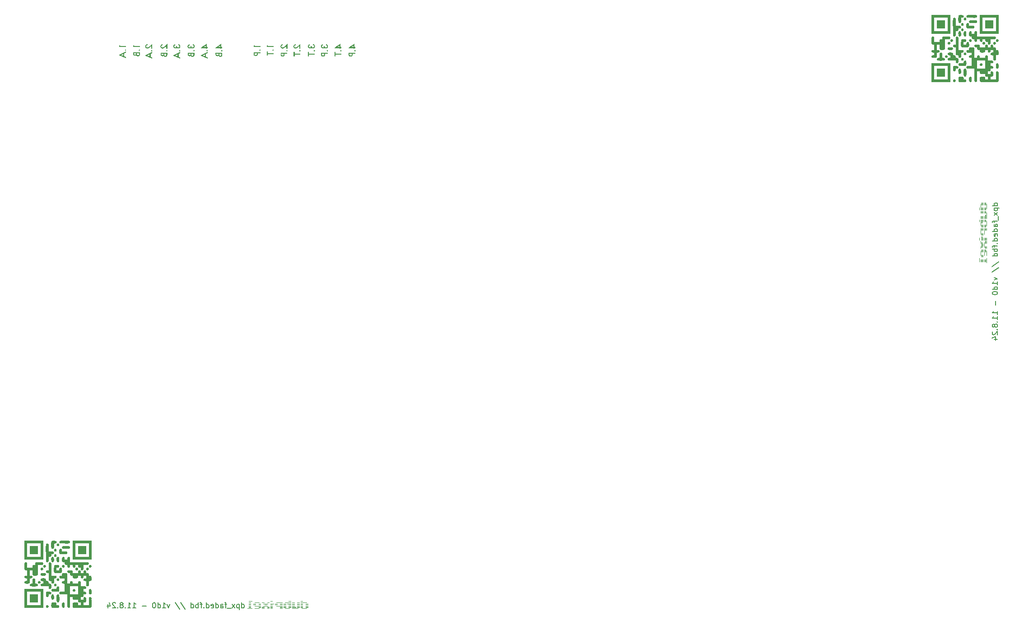
<source format=gbr>
%TF.GenerationSoftware,KiCad,Pcbnew,8.0.4*%
%TF.CreationDate,2024-11-13T09:33:08-05:00*%
%TF.ProjectId,dpx_faded,6470785f-6661-4646-9564-2e6b69636164,rev?*%
%TF.SameCoordinates,Original*%
%TF.FileFunction,Legend,Bot*%
%TF.FilePolarity,Positive*%
%FSLAX46Y46*%
G04 Gerber Fmt 4.6, Leading zero omitted, Abs format (unit mm)*
G04 Created by KiCad (PCBNEW 8.0.4) date 2024-11-13 09:33:08*
%MOMM*%
%LPD*%
G01*
G04 APERTURE LIST*
%ADD10C,0.000000*%
%ADD11C,0.150000*%
%ADD12R,1.700000X1.700000*%
%ADD13O,1.700000X1.700000*%
%ADD14C,2.900000*%
%ADD15C,1.850000*%
G04 APERTURE END LIST*
D10*
G36*
X46197528Y-140242515D02*
G01*
X42678570Y-140242515D01*
X42678570Y-139739806D01*
X42678570Y-137226265D01*
X43181278Y-137226265D01*
X43181278Y-139739806D01*
X45694820Y-139739806D01*
X45694820Y-137226265D01*
X43181278Y-137226265D01*
X42678570Y-137226265D01*
X42678570Y-136723557D01*
X46197528Y-136723557D01*
X46197528Y-140242515D01*
G37*
G36*
X46197528Y-131193765D02*
G01*
X44498638Y-131193765D01*
X42678570Y-131193765D01*
X42678570Y-130691057D01*
X42678570Y-128177515D01*
X43181278Y-128177515D01*
X43181278Y-130691057D01*
X44529595Y-130691057D01*
X45694820Y-130691057D01*
X45694820Y-128177515D01*
X43181278Y-128177515D01*
X42678570Y-128177515D01*
X42678570Y-127674807D01*
X46197528Y-127674807D01*
X46197528Y-131193765D01*
G37*
G36*
X48981282Y-128174557D02*
G01*
X49008880Y-128177486D01*
X49034809Y-128183006D01*
X49059055Y-128190941D01*
X49081607Y-128201114D01*
X49102450Y-128213350D01*
X49121572Y-128227472D01*
X49138960Y-128243305D01*
X49154600Y-128260673D01*
X49168481Y-128279400D01*
X49180587Y-128299310D01*
X49190908Y-128320227D01*
X49199429Y-128341974D01*
X49206138Y-128364377D01*
X49211021Y-128387259D01*
X49214066Y-128410444D01*
X49215259Y-128433755D01*
X49214587Y-128457018D01*
X49212038Y-128480057D01*
X49207599Y-128502694D01*
X49201255Y-128524755D01*
X49192995Y-128546063D01*
X49182806Y-128566443D01*
X49170673Y-128585718D01*
X49156585Y-128603712D01*
X49140528Y-128620250D01*
X49122489Y-128635155D01*
X49102455Y-128648252D01*
X49080413Y-128659365D01*
X49056351Y-128668317D01*
X49022170Y-128677337D01*
X48989642Y-128682753D01*
X48958788Y-128684770D01*
X48929629Y-128683593D01*
X48902187Y-128679426D01*
X48876483Y-128672472D01*
X48852539Y-128662937D01*
X48830376Y-128651024D01*
X48810015Y-128636938D01*
X48791479Y-128620884D01*
X48774788Y-128603064D01*
X48759964Y-128583685D01*
X48747029Y-128562950D01*
X48736003Y-128541063D01*
X48726909Y-128518229D01*
X48719767Y-128494651D01*
X48714600Y-128470535D01*
X48711429Y-128446085D01*
X48710275Y-128421504D01*
X48711160Y-128396998D01*
X48714105Y-128372770D01*
X48719131Y-128349025D01*
X48726260Y-128325967D01*
X48735514Y-128303800D01*
X48746914Y-128282729D01*
X48760482Y-128262958D01*
X48776238Y-128244691D01*
X48794205Y-128228133D01*
X48814403Y-128213487D01*
X48836855Y-128200959D01*
X48861582Y-128190752D01*
X48888605Y-128183071D01*
X48921131Y-128177173D01*
X48952028Y-128174394D01*
X48981282Y-128174557D01*
G37*
G36*
X217329369Y-38569716D02*
G01*
X217390313Y-38571967D01*
X217451060Y-38576608D01*
X217510452Y-38583990D01*
X217567332Y-38594463D01*
X217620539Y-38608378D01*
X217668916Y-38626084D01*
X217690931Y-38636469D01*
X217711304Y-38647934D01*
X217729890Y-38660521D01*
X217746544Y-38674276D01*
X217761123Y-38689241D01*
X217773479Y-38705461D01*
X217783470Y-38722979D01*
X217790950Y-38741839D01*
X217799188Y-38771277D01*
X217804870Y-38799234D01*
X217808101Y-38825738D01*
X217808982Y-38850817D01*
X217807619Y-38874498D01*
X217804114Y-38896809D01*
X217798570Y-38917778D01*
X217791091Y-38937433D01*
X217781781Y-38955800D01*
X217770742Y-38972909D01*
X217758078Y-38988787D01*
X217743893Y-39003460D01*
X217728290Y-39016958D01*
X217711371Y-39029308D01*
X217693242Y-39040538D01*
X217674005Y-39050674D01*
X217653763Y-39059746D01*
X217632619Y-39067780D01*
X217610678Y-39074804D01*
X217588043Y-39080847D01*
X217564816Y-39085935D01*
X217541102Y-39090097D01*
X217517004Y-39093360D01*
X217492624Y-39095752D01*
X217468068Y-39097301D01*
X217443437Y-39098034D01*
X217394366Y-39097164D01*
X217346239Y-39093364D01*
X217299884Y-39086856D01*
X217299457Y-39121028D01*
X217300119Y-39156248D01*
X217302658Y-39228495D01*
X217303511Y-39264854D01*
X217303405Y-39300922D01*
X217301826Y-39336367D01*
X217298263Y-39370854D01*
X217292205Y-39404047D01*
X217288079Y-39420054D01*
X217283138Y-39435613D01*
X217277317Y-39450681D01*
X217270552Y-39465217D01*
X217262778Y-39479179D01*
X217253933Y-39492525D01*
X217243952Y-39505213D01*
X217232771Y-39517201D01*
X217220326Y-39528449D01*
X217206553Y-39538913D01*
X217191387Y-39548552D01*
X217174766Y-39557325D01*
X217156625Y-39565189D01*
X217136900Y-39572102D01*
X217099193Y-39582152D01*
X217064144Y-39588029D01*
X217031663Y-39589937D01*
X217001658Y-39588079D01*
X216974038Y-39582660D01*
X216948711Y-39573883D01*
X216925586Y-39561952D01*
X216904571Y-39547070D01*
X216885576Y-39529442D01*
X216868509Y-39509271D01*
X216853279Y-39486760D01*
X216839793Y-39462114D01*
X216827961Y-39435536D01*
X216817692Y-39407229D01*
X216808894Y-39377399D01*
X216801475Y-39346247D01*
X216795345Y-39313979D01*
X216790411Y-39280797D01*
X216783769Y-39212509D01*
X216780819Y-39143013D01*
X216780829Y-39073937D01*
X216783068Y-39006913D01*
X216786806Y-38943569D01*
X216795852Y-38834444D01*
X216798978Y-38807914D01*
X216803331Y-38782890D01*
X216808968Y-38759366D01*
X216815944Y-38737333D01*
X216819952Y-38726874D01*
X216824316Y-38716786D01*
X216829042Y-38707067D01*
X216834138Y-38697717D01*
X216839611Y-38688735D01*
X216845468Y-38680119D01*
X216851715Y-38671870D01*
X216858360Y-38663986D01*
X216865410Y-38656466D01*
X216872871Y-38649310D01*
X216880751Y-38642516D01*
X216889056Y-38636084D01*
X216897794Y-38630013D01*
X216906971Y-38624301D01*
X216916595Y-38618949D01*
X216926672Y-38613955D01*
X216937210Y-38609318D01*
X216948215Y-38605038D01*
X216959695Y-38601114D01*
X216971656Y-38597544D01*
X216984105Y-38594328D01*
X216997049Y-38591465D01*
X217024452Y-38586794D01*
X217106797Y-38577612D01*
X217211525Y-38570985D01*
X217269387Y-38569506D01*
X217329369Y-38569716D01*
G37*
G36*
X48274203Y-127662006D02*
G01*
X48336221Y-127665943D01*
X48397129Y-127672423D01*
X48455720Y-127681740D01*
X48510785Y-127694188D01*
X48561117Y-127710063D01*
X48584131Y-127719377D01*
X48605508Y-127729658D01*
X48625099Y-127740943D01*
X48642751Y-127753268D01*
X48658315Y-127766671D01*
X48671638Y-127781189D01*
X48682571Y-127796857D01*
X48690961Y-127813713D01*
X48701780Y-127843273D01*
X48709805Y-127871490D01*
X48715147Y-127898382D01*
X48717919Y-127923964D01*
X48718235Y-127948254D01*
X48716205Y-127971269D01*
X48711942Y-127993025D01*
X48705559Y-128013540D01*
X48697168Y-128032830D01*
X48686881Y-128050912D01*
X48674811Y-128067803D01*
X48661070Y-128083520D01*
X48645771Y-128098080D01*
X48629025Y-128111499D01*
X48610945Y-128123795D01*
X48591643Y-128134983D01*
X48571233Y-128145083D01*
X48549825Y-128154109D01*
X48527533Y-128162079D01*
X48504469Y-128169009D01*
X48480745Y-128174918D01*
X48456473Y-128179820D01*
X48431767Y-128183734D01*
X48406737Y-128186676D01*
X48381497Y-128188664D01*
X48356159Y-128189713D01*
X48330835Y-128189840D01*
X48305638Y-128189064D01*
X48280679Y-128187400D01*
X48256072Y-128184865D01*
X48231929Y-128181476D01*
X48208361Y-128177251D01*
X48208361Y-129010953D01*
X48207869Y-129018659D01*
X48206425Y-129026389D01*
X48204075Y-129034125D01*
X48200869Y-129041850D01*
X48196852Y-129049547D01*
X48192073Y-129057199D01*
X48186580Y-129064789D01*
X48180419Y-129072299D01*
X48173638Y-129079712D01*
X48166285Y-129087012D01*
X48158408Y-129094182D01*
X48150053Y-129101203D01*
X48141269Y-129108059D01*
X48132103Y-129114734D01*
X48112814Y-129127469D01*
X48092567Y-129139270D01*
X48071742Y-129150001D01*
X48050719Y-129159525D01*
X48029879Y-129167706D01*
X48009602Y-129174406D01*
X47990268Y-129179489D01*
X47981073Y-129181381D01*
X47972257Y-129182817D01*
X47963866Y-129183781D01*
X47955949Y-129184255D01*
X47939811Y-129184310D01*
X47924331Y-129183597D01*
X47909496Y-129182135D01*
X47895294Y-129179946D01*
X47881713Y-129177049D01*
X47868739Y-129173466D01*
X47856362Y-129169216D01*
X47844568Y-129164320D01*
X47833345Y-129158799D01*
X47822681Y-129152672D01*
X47812564Y-129145961D01*
X47802982Y-129138685D01*
X47793921Y-129130866D01*
X47785370Y-129122524D01*
X47777317Y-129113678D01*
X47769748Y-129104351D01*
X47762653Y-129094561D01*
X47756018Y-129084329D01*
X47749831Y-129073677D01*
X47744081Y-129062624D01*
X47738754Y-129051191D01*
X47733838Y-129039398D01*
X47725191Y-129014814D01*
X47718042Y-128989037D01*
X47712291Y-128962229D01*
X47707842Y-128934555D01*
X47704595Y-128906178D01*
X47697128Y-128803934D01*
X47691795Y-128684234D01*
X47688596Y-128552888D01*
X47687529Y-128415706D01*
X47688596Y-128278500D01*
X47691795Y-128147080D01*
X47697128Y-128027256D01*
X47704595Y-127924838D01*
X47707389Y-127900443D01*
X47711248Y-127877177D01*
X47716230Y-127855060D01*
X47722396Y-127834111D01*
X47729806Y-127814349D01*
X47738518Y-127795795D01*
X47743382Y-127786976D01*
X47748594Y-127778467D01*
X47754161Y-127770268D01*
X47760091Y-127762384D01*
X47766392Y-127754816D01*
X47773071Y-127747566D01*
X47780135Y-127740638D01*
X47787592Y-127734033D01*
X47795450Y-127727754D01*
X47803715Y-127721804D01*
X47812396Y-127716184D01*
X47821499Y-127710898D01*
X47831033Y-127705947D01*
X47841004Y-127701334D01*
X47851421Y-127697062D01*
X47862290Y-127693132D01*
X47873619Y-127689548D01*
X47885415Y-127686312D01*
X47897687Y-127683426D01*
X47910441Y-127680892D01*
X47946414Y-127675280D01*
X47989731Y-127670148D01*
X48039184Y-127665791D01*
X48093565Y-127662504D01*
X48151667Y-127660581D01*
X48212283Y-127660317D01*
X48274203Y-127662006D01*
G37*
G36*
X222094736Y-38078746D02*
G01*
X222122334Y-38081675D01*
X222148263Y-38087195D01*
X222172509Y-38095130D01*
X222195061Y-38105303D01*
X222215904Y-38117539D01*
X222235026Y-38131661D01*
X222252414Y-38147494D01*
X222268054Y-38164862D01*
X222281935Y-38183589D01*
X222294041Y-38203499D01*
X222304362Y-38224416D01*
X222312883Y-38246163D01*
X222319592Y-38268566D01*
X222324475Y-38291448D01*
X222327520Y-38314632D01*
X222328713Y-38337944D01*
X222328041Y-38361207D01*
X222325492Y-38384246D01*
X222321053Y-38406883D01*
X222314710Y-38428944D01*
X222306450Y-38450252D01*
X222296260Y-38470631D01*
X222284127Y-38489906D01*
X222270039Y-38507901D01*
X222253982Y-38524439D01*
X222235943Y-38539344D01*
X222215909Y-38552441D01*
X222193867Y-38563554D01*
X222169804Y-38572506D01*
X222135624Y-38581525D01*
X222103096Y-38586942D01*
X222072242Y-38588959D01*
X222043083Y-38587782D01*
X222015641Y-38583615D01*
X221989937Y-38576661D01*
X221965993Y-38567126D01*
X221943830Y-38555213D01*
X221923469Y-38541127D01*
X221904933Y-38525073D01*
X221888242Y-38507254D01*
X221873418Y-38487874D01*
X221860482Y-38467139D01*
X221849457Y-38445252D01*
X221840363Y-38422418D01*
X221833221Y-38398840D01*
X221828054Y-38374724D01*
X221824883Y-38350274D01*
X221823729Y-38325693D01*
X221824614Y-38301187D01*
X221827558Y-38276959D01*
X221832585Y-38253214D01*
X221839714Y-38230156D01*
X221848968Y-38207989D01*
X221860368Y-38186918D01*
X221873935Y-38167147D01*
X221889692Y-38148880D01*
X221907659Y-38132322D01*
X221927857Y-38117676D01*
X221950309Y-38105148D01*
X221975036Y-38094941D01*
X222002058Y-38087260D01*
X222034585Y-38081362D01*
X222065482Y-38078583D01*
X222094736Y-38078746D01*
G37*
G36*
X44464242Y-134710607D02*
G01*
X44472757Y-134711304D01*
X44481509Y-134712586D01*
X44490465Y-134714430D01*
X44499593Y-134716814D01*
X44518230Y-134723111D01*
X44537152Y-134731294D01*
X44556092Y-134741182D01*
X44574785Y-134752595D01*
X44592962Y-134765350D01*
X44610359Y-134779266D01*
X44626707Y-134794162D01*
X44641741Y-134809856D01*
X44655193Y-134826168D01*
X44661243Y-134834498D01*
X44666798Y-134842915D01*
X44671823Y-134851395D01*
X44676287Y-134859916D01*
X44680156Y-134868455D01*
X44683396Y-134876990D01*
X44685974Y-134885498D01*
X44687857Y-134893956D01*
X44689011Y-134902341D01*
X44689403Y-134910632D01*
X44689403Y-135718140D01*
X44725088Y-135718196D01*
X44761845Y-135717326D01*
X44837090Y-135714903D01*
X44874833Y-135714399D01*
X44912161Y-135715066D01*
X44948702Y-135717428D01*
X44984083Y-135722009D01*
X45017932Y-135729335D01*
X45034166Y-135734191D01*
X45049877Y-135739929D01*
X45065020Y-135746616D01*
X45079547Y-135754316D01*
X45093412Y-135763096D01*
X45106568Y-135773020D01*
X45118970Y-135784155D01*
X45130570Y-135796566D01*
X45141322Y-135810318D01*
X45151179Y-135825477D01*
X45160096Y-135842109D01*
X45168025Y-135860279D01*
X45174920Y-135880053D01*
X45180734Y-135901496D01*
X45184855Y-135920660D01*
X45188000Y-135939165D01*
X45190189Y-135957017D01*
X45191437Y-135974222D01*
X45191763Y-135990789D01*
X45191183Y-136006723D01*
X45189716Y-136022032D01*
X45187378Y-136036723D01*
X45184187Y-136050802D01*
X45180160Y-136064276D01*
X45175315Y-136077152D01*
X45169670Y-136089438D01*
X45163241Y-136101139D01*
X45156045Y-136112263D01*
X45148101Y-136122817D01*
X45139426Y-136132808D01*
X45130037Y-136142242D01*
X45119951Y-136151126D01*
X45109186Y-136159467D01*
X45097760Y-136167273D01*
X45085689Y-136174549D01*
X45072991Y-136181304D01*
X45059684Y-136187543D01*
X45045784Y-136193273D01*
X45031310Y-136198502D01*
X45016278Y-136203237D01*
X44984612Y-136211250D01*
X44950926Y-136217366D01*
X44915357Y-136221642D01*
X44813037Y-136229108D01*
X44693301Y-136234441D01*
X44561951Y-136237640D01*
X44424787Y-136238707D01*
X44287610Y-136237640D01*
X44156222Y-136234441D01*
X44036424Y-136229108D01*
X43934018Y-136221642D01*
X43906693Y-136218263D01*
X43880623Y-136213278D01*
X43855869Y-136206675D01*
X43844006Y-136202763D01*
X43832496Y-136198441D01*
X43821347Y-136193709D01*
X43810566Y-136188564D01*
X43800162Y-136183005D01*
X43790143Y-136177031D01*
X43780516Y-136170639D01*
X43771289Y-136163829D01*
X43762470Y-136156599D01*
X43754068Y-136148948D01*
X43746089Y-136140873D01*
X43738543Y-136132373D01*
X43731436Y-136123447D01*
X43724777Y-136114093D01*
X43718574Y-136104310D01*
X43712834Y-136094095D01*
X43707565Y-136083448D01*
X43702776Y-136072367D01*
X43698474Y-136060851D01*
X43694667Y-136048897D01*
X43691363Y-136036504D01*
X43688569Y-136023672D01*
X43686295Y-136010397D01*
X43684547Y-135996679D01*
X43683334Y-135982516D01*
X43682663Y-135967906D01*
X43682915Y-135942969D01*
X43684955Y-135919665D01*
X43688706Y-135897942D01*
X43694087Y-135877747D01*
X43701022Y-135859027D01*
X43709430Y-135841728D01*
X43719232Y-135825799D01*
X43730350Y-135811186D01*
X43742705Y-135797836D01*
X43756218Y-135785696D01*
X43770810Y-135774713D01*
X43786401Y-135764835D01*
X43802914Y-135756008D01*
X43820269Y-135748179D01*
X43838387Y-135741296D01*
X43857189Y-135735305D01*
X43876597Y-135730153D01*
X43896531Y-135725788D01*
X43916913Y-135722157D01*
X43937663Y-135719206D01*
X43979954Y-135715135D01*
X44022773Y-135713150D01*
X44065487Y-135712829D01*
X44107467Y-135713748D01*
X44186695Y-135717611D01*
X44186695Y-134884174D01*
X44187237Y-134875609D01*
X44188829Y-134867092D01*
X44191418Y-134858636D01*
X44194953Y-134850258D01*
X44199379Y-134841974D01*
X44204645Y-134833799D01*
X44210698Y-134825748D01*
X44217486Y-134817838D01*
X44224955Y-134810083D01*
X44233055Y-134802500D01*
X44241731Y-134795103D01*
X44250933Y-134787910D01*
X44260606Y-134780934D01*
X44270699Y-134774193D01*
X44281158Y-134767700D01*
X44291933Y-134761473D01*
X44314215Y-134749876D01*
X44337125Y-134739526D01*
X44360242Y-134730548D01*
X44383148Y-134723067D01*
X44405421Y-134717208D01*
X44416188Y-134714925D01*
X44426641Y-134713095D01*
X44436725Y-134711732D01*
X44446388Y-134710853D01*
X44455578Y-134710473D01*
X44464242Y-134710607D01*
G37*
G36*
X51997532Y-136720598D02*
G01*
X52025130Y-136723527D01*
X52051059Y-136729047D01*
X52075305Y-136736982D01*
X52097857Y-136747155D01*
X52118700Y-136759391D01*
X52137822Y-136773513D01*
X52155210Y-136789346D01*
X52170850Y-136806714D01*
X52184731Y-136825441D01*
X52196837Y-136845351D01*
X52207158Y-136866268D01*
X52215679Y-136888015D01*
X52222388Y-136910418D01*
X52227271Y-136933300D01*
X52230316Y-136956484D01*
X52231509Y-136979796D01*
X52230837Y-137003059D01*
X52228288Y-137026098D01*
X52223849Y-137048735D01*
X52217506Y-137070796D01*
X52209246Y-137092104D01*
X52199056Y-137112483D01*
X52186923Y-137131758D01*
X52172835Y-137149753D01*
X52156778Y-137166291D01*
X52138739Y-137181196D01*
X52118705Y-137194293D01*
X52096663Y-137205406D01*
X52072600Y-137214358D01*
X52038420Y-137223377D01*
X52005892Y-137228794D01*
X51975038Y-137230811D01*
X51945879Y-137229634D01*
X51918437Y-137225467D01*
X51892733Y-137218513D01*
X51868789Y-137208978D01*
X51846626Y-137197065D01*
X51826265Y-137182979D01*
X51807729Y-137166925D01*
X51791038Y-137149106D01*
X51776214Y-137129726D01*
X51763278Y-137108991D01*
X51752253Y-137087104D01*
X51743159Y-137064270D01*
X51736017Y-137040692D01*
X51730850Y-137016576D01*
X51727679Y-136992126D01*
X51726525Y-136967545D01*
X51727410Y-136943039D01*
X51730354Y-136918811D01*
X51735381Y-136895066D01*
X51742510Y-136872008D01*
X51751764Y-136849841D01*
X51763164Y-136828770D01*
X51776731Y-136808999D01*
X51792488Y-136790732D01*
X51810455Y-136774174D01*
X51830653Y-136759528D01*
X51853105Y-136747000D01*
X51877832Y-136736793D01*
X51904854Y-136729112D01*
X51937381Y-136723214D01*
X51968278Y-136720435D01*
X51997532Y-136720598D01*
G37*
G36*
X48478574Y-129179973D02*
G01*
X48506172Y-129182903D01*
X48532101Y-129188423D01*
X48556347Y-129196357D01*
X48578899Y-129206530D01*
X48599742Y-129218766D01*
X48618864Y-129232889D01*
X48636252Y-129248722D01*
X48651892Y-129266090D01*
X48665772Y-129284817D01*
X48677879Y-129304727D01*
X48688200Y-129325644D01*
X48696721Y-129347391D01*
X48703430Y-129369794D01*
X48708313Y-129392675D01*
X48711357Y-129415860D01*
X48712551Y-129439172D01*
X48711879Y-129462435D01*
X48709330Y-129485473D01*
X48704890Y-129508111D01*
X48698547Y-129530172D01*
X48690287Y-129551480D01*
X48680097Y-129571859D01*
X48667965Y-129591134D01*
X48653877Y-129609129D01*
X48637820Y-129625667D01*
X48619781Y-129640572D01*
X48599747Y-129653669D01*
X48577705Y-129664782D01*
X48553642Y-129673734D01*
X48519462Y-129682754D01*
X48486934Y-129688170D01*
X48456080Y-129690187D01*
X48426921Y-129689010D01*
X48399479Y-129684842D01*
X48373775Y-129677889D01*
X48349830Y-129668354D01*
X48327667Y-129656441D01*
X48307307Y-129642355D01*
X48288770Y-129626300D01*
X48272079Y-129608481D01*
X48257256Y-129589102D01*
X48244320Y-129568367D01*
X48233295Y-129546480D01*
X48224200Y-129523645D01*
X48217059Y-129500068D01*
X48211892Y-129475952D01*
X48208721Y-129451502D01*
X48207567Y-129426921D01*
X48208451Y-129402415D01*
X48211396Y-129378187D01*
X48216423Y-129354442D01*
X48223552Y-129331383D01*
X48232806Y-129309217D01*
X48244206Y-129288146D01*
X48257773Y-129268375D01*
X48273530Y-129250108D01*
X48291497Y-129233550D01*
X48311695Y-129218904D01*
X48334147Y-129206376D01*
X48358874Y-129196169D01*
X48385897Y-129188488D01*
X48418423Y-129182590D01*
X48449320Y-129179811D01*
X48478574Y-129179973D01*
G37*
G36*
X48997171Y-130692975D02*
G01*
X49016459Y-130695201D01*
X49035235Y-130698775D01*
X49053437Y-130703732D01*
X49071002Y-130710107D01*
X49087870Y-130717932D01*
X49103978Y-130727243D01*
X49111729Y-130732466D01*
X49119266Y-130738072D01*
X49126583Y-130744068D01*
X49133671Y-130750456D01*
X49140524Y-130757241D01*
X49147132Y-130764426D01*
X49153489Y-130772018D01*
X49159587Y-130780019D01*
X49165419Y-130788434D01*
X49170975Y-130797267D01*
X49176249Y-130806522D01*
X49181234Y-130816205D01*
X49189797Y-130839225D01*
X49197250Y-130870057D01*
X49203623Y-130907614D01*
X49208949Y-130950807D01*
X49213258Y-130998551D01*
X49216581Y-131049758D01*
X49220393Y-131158212D01*
X49220632Y-131267472D01*
X49217548Y-131368841D01*
X49211389Y-131453622D01*
X49207233Y-131487074D01*
X49202401Y-131513117D01*
X49196284Y-131534853D01*
X49188618Y-131555169D01*
X49179501Y-131574077D01*
X49169033Y-131591588D01*
X49157313Y-131607712D01*
X49144441Y-131622458D01*
X49130516Y-131635839D01*
X49115638Y-131647865D01*
X49099906Y-131658545D01*
X49083420Y-131667892D01*
X49066279Y-131675914D01*
X49048582Y-131682623D01*
X49030430Y-131688030D01*
X49011921Y-131692145D01*
X48993155Y-131694978D01*
X48974231Y-131696540D01*
X48955249Y-131696842D01*
X48936308Y-131695894D01*
X48917509Y-131693706D01*
X48898949Y-131690290D01*
X48880729Y-131685656D01*
X48862949Y-131679814D01*
X48845707Y-131672775D01*
X48829103Y-131664550D01*
X48813237Y-131655149D01*
X48798207Y-131644582D01*
X48784114Y-131632861D01*
X48771057Y-131619996D01*
X48759136Y-131605996D01*
X48748449Y-131590874D01*
X48739097Y-131574639D01*
X48731178Y-131557303D01*
X48725553Y-131537476D01*
X48720580Y-131508697D01*
X48716254Y-131472221D01*
X48712570Y-131429302D01*
X48707110Y-131329158D01*
X48704158Y-131218305D01*
X48703673Y-131106782D01*
X48705617Y-131004629D01*
X48709948Y-130921886D01*
X48712996Y-130890931D01*
X48716626Y-130868592D01*
X48718788Y-130859876D01*
X48721346Y-130851342D01*
X48724286Y-130842993D01*
X48727596Y-130834832D01*
X48731262Y-130826864D01*
X48735271Y-130819091D01*
X48739608Y-130811517D01*
X48744262Y-130804146D01*
X48749219Y-130796980D01*
X48754465Y-130790023D01*
X48759987Y-130783279D01*
X48765772Y-130776751D01*
X48771806Y-130770443D01*
X48778076Y-130764358D01*
X48791271Y-130752870D01*
X48805251Y-130742316D01*
X48819909Y-130732722D01*
X48835138Y-130724117D01*
X48850832Y-130716527D01*
X48866883Y-130709981D01*
X48883187Y-130704506D01*
X48899635Y-130700129D01*
X48916122Y-130696878D01*
X48936845Y-130694049D01*
X48957302Y-130692433D01*
X48977431Y-130692064D01*
X48997171Y-130692975D01*
G37*
G36*
X224608277Y-34057079D02*
G01*
X224635875Y-34060009D01*
X224661804Y-34065529D01*
X224686051Y-34073463D01*
X224708602Y-34083637D01*
X224729445Y-34095872D01*
X224748567Y-34109995D01*
X224765955Y-34125828D01*
X224781596Y-34143196D01*
X224795476Y-34161923D01*
X224807583Y-34181833D01*
X224817903Y-34202750D01*
X224826425Y-34224497D01*
X224833133Y-34246900D01*
X224838016Y-34269781D01*
X224841061Y-34292966D01*
X224842254Y-34316278D01*
X224841583Y-34339541D01*
X224839034Y-34362579D01*
X224834594Y-34385217D01*
X224828251Y-34407278D01*
X224819991Y-34428586D01*
X224809801Y-34448965D01*
X224797669Y-34468240D01*
X224783580Y-34486235D01*
X224767523Y-34502773D01*
X224749484Y-34517678D01*
X224729450Y-34530775D01*
X224707409Y-34541888D01*
X224683346Y-34550840D01*
X224649166Y-34559859D01*
X224616638Y-34565276D01*
X224585783Y-34567293D01*
X224556624Y-34566116D01*
X224529182Y-34561948D01*
X224503478Y-34554995D01*
X224479534Y-34545459D01*
X224457371Y-34533547D01*
X224437011Y-34519461D01*
X224418474Y-34503406D01*
X224401783Y-34485587D01*
X224386959Y-34466208D01*
X224374024Y-34445472D01*
X224362998Y-34423585D01*
X224353904Y-34400751D01*
X224346763Y-34377174D01*
X224341596Y-34353058D01*
X224338424Y-34328607D01*
X224337270Y-34304027D01*
X224338155Y-34279520D01*
X224341100Y-34255293D01*
X224346126Y-34231547D01*
X224353256Y-34208489D01*
X224362509Y-34186323D01*
X224373909Y-34165251D01*
X224387477Y-34145480D01*
X224403233Y-34127214D01*
X224421200Y-34110655D01*
X224441399Y-34096010D01*
X224463850Y-34083482D01*
X224488577Y-34073275D01*
X224515600Y-34065594D01*
X224548127Y-34059696D01*
X224579024Y-34056917D01*
X224608277Y-34057079D01*
G37*
G36*
X217577697Y-33053299D02*
G01*
X217586211Y-33053996D01*
X217594963Y-33055278D01*
X217603920Y-33057122D01*
X217613048Y-33059506D01*
X217631685Y-33065803D01*
X217650606Y-33073986D01*
X217669547Y-33083874D01*
X217688239Y-33095287D01*
X217706417Y-33108042D01*
X217723813Y-33121958D01*
X217740162Y-33136854D01*
X217755195Y-33152549D01*
X217768648Y-33168860D01*
X217774697Y-33177190D01*
X217780252Y-33185607D01*
X217785278Y-33194087D01*
X217789742Y-33202608D01*
X217793610Y-33211148D01*
X217796850Y-33219682D01*
X217799428Y-33228190D01*
X217801311Y-33236648D01*
X217802465Y-33245033D01*
X217802857Y-33253324D01*
X217802857Y-35568163D01*
X218609836Y-35568163D01*
X218620721Y-35568628D01*
X218631441Y-35569998D01*
X218641981Y-35572233D01*
X218652327Y-35575298D01*
X218662466Y-35579152D01*
X218672383Y-35583759D01*
X218682065Y-35589079D01*
X218691497Y-35595076D01*
X218700667Y-35601711D01*
X218709559Y-35608946D01*
X218718160Y-35616742D01*
X218726457Y-35625062D01*
X218734435Y-35633868D01*
X218742080Y-35643121D01*
X218749378Y-35652784D01*
X218756316Y-35662818D01*
X218762880Y-35673185D01*
X218769055Y-35683848D01*
X218774828Y-35694768D01*
X218780185Y-35705907D01*
X218785112Y-35717227D01*
X218789595Y-35728689D01*
X218793620Y-35740257D01*
X218797173Y-35751892D01*
X218800241Y-35763555D01*
X218802810Y-35775208D01*
X218804864Y-35786815D01*
X218806392Y-35798335D01*
X218807378Y-35809732D01*
X218807809Y-35820968D01*
X218807671Y-35832003D01*
X218806950Y-35842801D01*
X218803787Y-35867537D01*
X218799244Y-35890493D01*
X218793381Y-35911733D01*
X218786253Y-35931321D01*
X218777919Y-35949323D01*
X218768434Y-35965801D01*
X218757857Y-35980822D01*
X218746245Y-35994448D01*
X218733655Y-36006745D01*
X218720143Y-36017777D01*
X218705768Y-36027609D01*
X218690586Y-36036305D01*
X218674654Y-36043929D01*
X218658030Y-36050546D01*
X218640770Y-36056220D01*
X218622933Y-36061015D01*
X218604575Y-36064997D01*
X218585752Y-36068230D01*
X218566524Y-36070777D01*
X218546946Y-36072704D01*
X218506970Y-36074953D01*
X218466283Y-36075493D01*
X218425342Y-36074839D01*
X218384603Y-36073507D01*
X218305565Y-36070871D01*
X218305565Y-36904309D01*
X218305073Y-36912016D01*
X218303626Y-36919749D01*
X218301273Y-36927488D01*
X218298062Y-36935218D01*
X218294040Y-36942920D01*
X218289255Y-36950578D01*
X218283754Y-36958175D01*
X218277586Y-36965692D01*
X218270797Y-36973114D01*
X218263436Y-36980422D01*
X218255550Y-36987599D01*
X218247187Y-36994629D01*
X218238395Y-37001493D01*
X218229221Y-37008176D01*
X218209918Y-37020924D01*
X218189661Y-37032736D01*
X218168829Y-37043473D01*
X218147806Y-37052999D01*
X218126972Y-37061174D01*
X218106708Y-37067860D01*
X218087396Y-37072921D01*
X218078216Y-37074798D01*
X218069417Y-37076217D01*
X218061047Y-37077160D01*
X218053153Y-37077611D01*
X218028215Y-37077382D01*
X218004912Y-37075360D01*
X217983189Y-37071623D01*
X217962994Y-37066252D01*
X217944274Y-37059324D01*
X217926977Y-37050920D01*
X217911049Y-37041118D01*
X217896437Y-37029998D01*
X217883089Y-37017639D01*
X217870951Y-37004120D01*
X217859971Y-36989520D01*
X217850096Y-36973919D01*
X217841272Y-36957396D01*
X217833448Y-36940030D01*
X217826569Y-36921900D01*
X217820584Y-36903085D01*
X217815439Y-36883665D01*
X217811082Y-36863719D01*
X217807459Y-36843325D01*
X217804517Y-36822564D01*
X217800467Y-36780256D01*
X217798508Y-36737427D01*
X217798217Y-36694711D01*
X217799172Y-36652742D01*
X217803122Y-36573579D01*
X217777721Y-36577473D01*
X217747098Y-36580037D01*
X217712198Y-36581139D01*
X217673968Y-36580645D01*
X217633355Y-36578422D01*
X217591307Y-36574338D01*
X217548769Y-36568259D01*
X217506689Y-36560053D01*
X217466014Y-36549587D01*
X217427690Y-36536727D01*
X217392664Y-36521341D01*
X217376684Y-36512659D01*
X217361884Y-36503296D01*
X217348381Y-36493235D01*
X217336295Y-36482459D01*
X217325743Y-36470951D01*
X217316845Y-36458696D01*
X217309718Y-36445677D01*
X217304481Y-36431876D01*
X217301252Y-36417278D01*
X217300149Y-36401865D01*
X217300149Y-35065719D01*
X217213932Y-35070788D01*
X217169659Y-35072045D01*
X217125359Y-35071838D01*
X217081591Y-35069709D01*
X217038918Y-35065198D01*
X216997901Y-35057848D01*
X216959101Y-35047198D01*
X216940708Y-35040493D01*
X216923079Y-35032791D01*
X216906285Y-35024035D01*
X216890396Y-35014167D01*
X216875482Y-35003130D01*
X216861614Y-34990867D01*
X216848861Y-34977320D01*
X216837293Y-34962433D01*
X216826982Y-34946146D01*
X216817996Y-34928405D01*
X216810406Y-34909150D01*
X216804283Y-34888324D01*
X216799695Y-34865871D01*
X216796715Y-34841733D01*
X216795410Y-34815852D01*
X216795853Y-34788171D01*
X216797824Y-34765244D01*
X216801453Y-34743855D01*
X216806663Y-34723952D01*
X216813377Y-34705484D01*
X216821518Y-34688400D01*
X216831010Y-34672649D01*
X216841776Y-34658180D01*
X216853739Y-34644941D01*
X216866822Y-34632881D01*
X216880948Y-34621948D01*
X216896041Y-34612092D01*
X216912023Y-34603262D01*
X216928818Y-34595405D01*
X216946349Y-34588471D01*
X216964538Y-34582409D01*
X216983311Y-34577166D01*
X217002588Y-34572693D01*
X217022294Y-34568937D01*
X217042352Y-34565848D01*
X217062684Y-34563374D01*
X217103867Y-34560066D01*
X217145227Y-34558604D01*
X217186150Y-34558578D01*
X217226021Y-34559577D01*
X217300149Y-34563011D01*
X217300149Y-33226865D01*
X217300691Y-33218301D01*
X217302283Y-33209783D01*
X217304873Y-33201328D01*
X217308407Y-33192950D01*
X217312833Y-33184666D01*
X217318099Y-33176490D01*
X217324152Y-33168440D01*
X217330940Y-33160529D01*
X217338410Y-33152775D01*
X217346509Y-33145191D01*
X217355186Y-33137795D01*
X217364387Y-33130601D01*
X217374060Y-33123626D01*
X217384153Y-33116884D01*
X217394613Y-33110392D01*
X217405387Y-33104165D01*
X217427669Y-33092568D01*
X217450579Y-33082218D01*
X217473697Y-33073240D01*
X217496602Y-33065759D01*
X217518875Y-33059900D01*
X217529643Y-33057617D01*
X217540095Y-33055786D01*
X217550179Y-33054424D01*
X217559843Y-33053545D01*
X217569033Y-33053164D01*
X217577697Y-33053299D01*
G37*
G36*
X218575778Y-31543538D02*
G01*
X218603376Y-31546467D01*
X218629305Y-31551987D01*
X218653551Y-31559922D01*
X218676103Y-31570095D01*
X218696946Y-31582331D01*
X218716068Y-31596453D01*
X218733456Y-31612287D01*
X218749096Y-31629655D01*
X218762976Y-31648382D01*
X218775083Y-31668291D01*
X218785404Y-31689208D01*
X218793925Y-31710956D01*
X218800634Y-31733358D01*
X218805517Y-31756240D01*
X218808561Y-31779425D01*
X218809755Y-31802737D01*
X218809083Y-31826000D01*
X218806534Y-31849038D01*
X218802094Y-31871676D01*
X218795751Y-31893736D01*
X218787491Y-31915044D01*
X218777301Y-31935424D01*
X218765169Y-31954699D01*
X218751081Y-31972693D01*
X218735024Y-31989231D01*
X218716985Y-32004137D01*
X218696951Y-32017234D01*
X218674909Y-32028346D01*
X218650846Y-32037298D01*
X218616666Y-32046318D01*
X218584138Y-32051734D01*
X218553284Y-32053752D01*
X218524125Y-32052575D01*
X218496683Y-32048407D01*
X218470979Y-32041454D01*
X218447034Y-32031918D01*
X218424871Y-32020006D01*
X218404511Y-32005920D01*
X218385974Y-31989865D01*
X218369283Y-31972046D01*
X218354460Y-31952667D01*
X218341524Y-31931931D01*
X218330499Y-31910044D01*
X218321404Y-31887210D01*
X218314263Y-31863633D01*
X218309096Y-31839517D01*
X218305925Y-31815066D01*
X218304771Y-31790486D01*
X218305655Y-31765979D01*
X218308600Y-31741751D01*
X218313627Y-31718006D01*
X218320756Y-31694948D01*
X218330010Y-31672781D01*
X218341410Y-31651710D01*
X218354977Y-31631939D01*
X218370734Y-31613672D01*
X218388701Y-31597114D01*
X218408899Y-31582469D01*
X218431351Y-31569941D01*
X218456078Y-31559734D01*
X218483101Y-31552053D01*
X218515627Y-31546155D01*
X218546524Y-31543375D01*
X218575778Y-31543538D01*
G37*
G36*
X218880868Y-33550483D02*
G01*
X218984564Y-33555668D01*
X219033259Y-33559780D01*
X219078483Y-33564998D01*
X219119206Y-33571393D01*
X219154400Y-33579035D01*
X219183037Y-33587994D01*
X219194576Y-33592989D01*
X219204089Y-33598340D01*
X219214809Y-33605817D01*
X219224988Y-33613891D01*
X219234623Y-33622528D01*
X219243708Y-33631694D01*
X219252241Y-33641357D01*
X219260217Y-33651482D01*
X219267632Y-33662038D01*
X219274481Y-33672989D01*
X219280761Y-33684304D01*
X219286468Y-33695949D01*
X219291597Y-33707890D01*
X219296144Y-33720095D01*
X219300106Y-33732530D01*
X219303477Y-33745161D01*
X219306255Y-33757956D01*
X219308434Y-33770881D01*
X219310012Y-33783903D01*
X219310982Y-33796989D01*
X219311343Y-33810105D01*
X219311088Y-33823217D01*
X219310215Y-33836294D01*
X219308719Y-33849301D01*
X219306596Y-33862206D01*
X219303842Y-33874974D01*
X219300452Y-33887573D01*
X219296423Y-33899969D01*
X219291751Y-33912130D01*
X219286431Y-33924021D01*
X219280460Y-33935609D01*
X219273832Y-33946862D01*
X219266545Y-33957746D01*
X219258594Y-33968227D01*
X219248404Y-33980017D01*
X219237697Y-33990807D01*
X219226500Y-34000640D01*
X219214838Y-34009558D01*
X219202739Y-34017605D01*
X219190229Y-34024821D01*
X219177335Y-34031251D01*
X219164084Y-34036936D01*
X219150502Y-34041919D01*
X219136616Y-34046242D01*
X219122454Y-34049947D01*
X219108040Y-34053078D01*
X219078569Y-34057784D01*
X219048415Y-34060699D01*
X219017794Y-34062163D01*
X218986918Y-34062516D01*
X218925256Y-34061245D01*
X218865138Y-34059601D01*
X218836192Y-34059489D01*
X218808273Y-34060302D01*
X218808273Y-34562746D01*
X219310982Y-34562746D01*
X219303373Y-34514992D01*
X219299190Y-34465394D01*
X219298565Y-34414851D01*
X219301631Y-34364259D01*
X219308519Y-34314517D01*
X219319363Y-34266523D01*
X219326310Y-34243461D01*
X219334295Y-34221173D01*
X219343335Y-34199770D01*
X219353448Y-34179365D01*
X219364648Y-34160070D01*
X219376954Y-34141998D01*
X219390380Y-34125259D01*
X219404945Y-34109968D01*
X219420665Y-34096235D01*
X219437555Y-34084173D01*
X219455634Y-34073895D01*
X219474916Y-34065512D01*
X219495420Y-34059136D01*
X219517160Y-34054880D01*
X219540155Y-34052857D01*
X219564421Y-34053177D01*
X219589973Y-34055954D01*
X219616830Y-34061300D01*
X219645006Y-34069327D01*
X219674519Y-34080146D01*
X219691250Y-34088442D01*
X219706793Y-34099148D01*
X219721185Y-34112121D01*
X219734468Y-34127222D01*
X219746678Y-34144309D01*
X219757857Y-34163241D01*
X219768042Y-34183877D01*
X219777273Y-34206075D01*
X219785588Y-34229696D01*
X219793028Y-34254598D01*
X219805437Y-34307681D01*
X219814810Y-34364195D01*
X219821462Y-34423013D01*
X219825705Y-34483006D01*
X219827851Y-34543046D01*
X219828213Y-34602004D01*
X219827105Y-34658753D01*
X219821727Y-34761109D01*
X219814219Y-34841088D01*
X219812151Y-34856150D01*
X219809573Y-34870539D01*
X219806494Y-34884271D01*
X219802923Y-34897362D01*
X219798867Y-34909826D01*
X219794336Y-34921680D01*
X219789337Y-34932939D01*
X219783879Y-34943618D01*
X219777970Y-34953733D01*
X219771619Y-34963300D01*
X219764833Y-34972334D01*
X219757623Y-34980851D01*
X219749994Y-34988866D01*
X219741958Y-34996395D01*
X219733520Y-35003454D01*
X219724691Y-35010057D01*
X219715478Y-35016221D01*
X219705889Y-35021961D01*
X219695934Y-35027292D01*
X219685620Y-35032231D01*
X219674956Y-35036792D01*
X219663950Y-35040992D01*
X219640946Y-35048368D01*
X219616676Y-35054484D01*
X219591206Y-35059463D01*
X219564603Y-35063432D01*
X219536936Y-35066513D01*
X219445949Y-35072174D01*
X219314863Y-35076530D01*
X219157652Y-35079093D01*
X218988289Y-35079378D01*
X218820749Y-35076897D01*
X218669007Y-35071164D01*
X218547037Y-35061691D01*
X218501583Y-35055400D01*
X218468813Y-35047992D01*
X218459694Y-35045006D01*
X218450841Y-35041756D01*
X218442253Y-35038245D01*
X218433929Y-35034479D01*
X218425869Y-35030461D01*
X218418072Y-35026194D01*
X218410536Y-35021683D01*
X218403262Y-35016932D01*
X218396249Y-35011946D01*
X218389495Y-35006727D01*
X218383000Y-35001280D01*
X218376763Y-34995609D01*
X218370783Y-34989718D01*
X218365060Y-34983612D01*
X218359593Y-34977293D01*
X218354380Y-34970767D01*
X218349423Y-34964036D01*
X218344718Y-34957106D01*
X218340266Y-34949980D01*
X218336066Y-34942663D01*
X218332118Y-34935157D01*
X218328419Y-34927468D01*
X218321771Y-34911554D01*
X218316114Y-34894953D01*
X218311443Y-34877698D01*
X218307753Y-34859820D01*
X218305035Y-34841352D01*
X218298603Y-34776262D01*
X218294316Y-34709253D01*
X218291922Y-34640587D01*
X218291166Y-34570522D01*
X218293553Y-34427233D01*
X218299446Y-34281461D01*
X218313630Y-33990762D01*
X218317859Y-33849985D01*
X218317471Y-33715021D01*
X218321413Y-33706353D01*
X218325549Y-33697958D01*
X218329878Y-33689834D01*
X218334398Y-33681978D01*
X218339107Y-33674387D01*
X218344005Y-33667058D01*
X218349090Y-33659990D01*
X218354360Y-33653179D01*
X218359814Y-33646622D01*
X218365451Y-33640318D01*
X218371269Y-33634263D01*
X218377267Y-33628454D01*
X218383444Y-33622890D01*
X218389798Y-33617566D01*
X218396327Y-33612482D01*
X218403031Y-33607633D01*
X218409907Y-33603018D01*
X218416955Y-33598633D01*
X218431560Y-33590545D01*
X218446833Y-33583348D01*
X218462765Y-33577020D01*
X218479342Y-33571540D01*
X218496555Y-33566887D01*
X218514392Y-33563039D01*
X218532842Y-33559975D01*
X218593384Y-33554190D01*
X218677052Y-33550306D01*
X218775623Y-33548883D01*
X218880868Y-33550483D01*
G37*
G36*
X55029671Y-136725474D02*
G01*
X55048959Y-136727700D01*
X55067735Y-136731275D01*
X55085937Y-136736232D01*
X55103502Y-136742606D01*
X55120370Y-136750432D01*
X55136478Y-136759742D01*
X55144229Y-136764965D01*
X55151766Y-136770572D01*
X55159083Y-136776567D01*
X55166171Y-136782955D01*
X55173023Y-136789740D01*
X55179632Y-136796926D01*
X55185989Y-136804517D01*
X55192087Y-136812518D01*
X55197918Y-136820933D01*
X55203475Y-136829767D01*
X55208749Y-136839022D01*
X55213734Y-136848705D01*
X55221764Y-136870955D01*
X55228891Y-136902141D01*
X55235114Y-136941002D01*
X55240435Y-136986280D01*
X55248378Y-137091043D01*
X55252726Y-137206355D01*
X55253490Y-137322138D01*
X55250680Y-137428316D01*
X55247937Y-137474653D01*
X55244304Y-137514811D01*
X55239781Y-137547528D01*
X55234371Y-137571546D01*
X55229096Y-137586542D01*
X55222643Y-137600860D01*
X55215076Y-137614490D01*
X55206463Y-137627416D01*
X55196868Y-137639627D01*
X55186359Y-137651109D01*
X55175000Y-137661850D01*
X55162859Y-137671836D01*
X55150001Y-137681054D01*
X55136491Y-137689491D01*
X55122397Y-137697134D01*
X55107783Y-137703971D01*
X55092717Y-137709987D01*
X55077263Y-137715171D01*
X55061488Y-137719509D01*
X55045458Y-137722987D01*
X55029239Y-137725594D01*
X55012897Y-137727315D01*
X54996498Y-137728139D01*
X54980107Y-137728051D01*
X54963792Y-137727039D01*
X54947617Y-137725090D01*
X54931649Y-137722191D01*
X54915953Y-137718328D01*
X54900597Y-137713489D01*
X54885645Y-137707661D01*
X54871164Y-137700831D01*
X54857219Y-137692985D01*
X54843877Y-137684110D01*
X54831204Y-137674195D01*
X54819265Y-137663224D01*
X54808128Y-137651186D01*
X54800473Y-137640696D01*
X54793280Y-137627880D01*
X54780242Y-137595863D01*
X54768945Y-137556328D01*
X54759320Y-137510469D01*
X54751299Y-137459479D01*
X54744811Y-137404550D01*
X54739788Y-137346876D01*
X54736161Y-137287649D01*
X54732820Y-137169309D01*
X54734235Y-137059074D01*
X54736553Y-137009978D01*
X54739854Y-136966487D01*
X54744068Y-136929794D01*
X54749126Y-136901093D01*
X54751218Y-136892772D01*
X54753715Y-136884584D01*
X54756603Y-136876532D01*
X54759868Y-136868624D01*
X54763497Y-136860865D01*
X54767475Y-136853262D01*
X54771790Y-136845819D01*
X54776427Y-136838543D01*
X54781373Y-136831440D01*
X54786613Y-136824516D01*
X54792134Y-136817777D01*
X54797922Y-136811228D01*
X54810246Y-136798726D01*
X54823473Y-136787057D01*
X54837494Y-136776268D01*
X54852199Y-136766408D01*
X54867478Y-136757522D01*
X54883220Y-136749659D01*
X54899315Y-136742866D01*
X54915654Y-136737190D01*
X54932126Y-136732678D01*
X54948621Y-136729378D01*
X54948621Y-136729377D01*
X54969345Y-136726549D01*
X54989802Y-136724933D01*
X55009931Y-136724563D01*
X55029671Y-136725474D01*
G37*
G36*
X219094375Y-32051123D02*
G01*
X219113663Y-32053349D01*
X219132439Y-32056923D01*
X219150641Y-32061880D01*
X219168206Y-32068255D01*
X219185074Y-32076080D01*
X219201182Y-32085391D01*
X219208933Y-32090614D01*
X219216470Y-32096220D01*
X219223787Y-32102216D01*
X219230875Y-32108604D01*
X219237728Y-32115389D01*
X219244336Y-32122574D01*
X219250693Y-32130166D01*
X219256791Y-32138167D01*
X219262623Y-32146582D01*
X219268179Y-32155415D01*
X219273453Y-32164670D01*
X219278438Y-32174353D01*
X219287001Y-32197373D01*
X219294454Y-32228205D01*
X219300827Y-32265762D01*
X219306153Y-32308955D01*
X219310462Y-32356699D01*
X219313785Y-32407906D01*
X219317597Y-32516360D01*
X219317836Y-32625620D01*
X219314752Y-32726989D01*
X219308593Y-32811770D01*
X219304437Y-32845222D01*
X219299605Y-32871265D01*
X219293488Y-32893001D01*
X219285822Y-32913317D01*
X219276705Y-32932225D01*
X219266237Y-32949736D01*
X219254517Y-32965860D01*
X219241645Y-32980606D01*
X219227720Y-32993987D01*
X219212842Y-33006013D01*
X219197110Y-33016693D01*
X219180624Y-33026040D01*
X219163483Y-33034062D01*
X219145786Y-33040771D01*
X219127634Y-33046178D01*
X219109125Y-33050293D01*
X219090359Y-33053126D01*
X219071435Y-33054688D01*
X219052453Y-33054990D01*
X219033512Y-33054042D01*
X219014713Y-33051854D01*
X218996153Y-33048438D01*
X218977933Y-33043804D01*
X218960153Y-33037962D01*
X218942911Y-33030923D01*
X218926307Y-33022698D01*
X218910441Y-33013297D01*
X218895411Y-33002730D01*
X218881318Y-32991009D01*
X218868261Y-32978144D01*
X218856340Y-32964144D01*
X218845653Y-32949022D01*
X218836301Y-32932787D01*
X218828382Y-32915451D01*
X218822757Y-32895624D01*
X218817784Y-32866845D01*
X218813458Y-32830369D01*
X218809774Y-32787450D01*
X218804314Y-32687306D01*
X218801362Y-32576453D01*
X218800877Y-32464930D01*
X218802821Y-32362777D01*
X218807152Y-32280034D01*
X218810200Y-32249079D01*
X218813830Y-32226740D01*
X218815992Y-32218024D01*
X218818550Y-32209490D01*
X218821490Y-32201141D01*
X218824800Y-32192980D01*
X218828466Y-32185012D01*
X218832475Y-32177239D01*
X218836812Y-32169665D01*
X218841466Y-32162294D01*
X218846423Y-32155128D01*
X218851669Y-32148171D01*
X218857191Y-32141427D01*
X218862976Y-32134899D01*
X218869010Y-32128591D01*
X218875280Y-32122506D01*
X218888475Y-32111018D01*
X218902455Y-32100464D01*
X218917113Y-32090870D01*
X218932342Y-32082265D01*
X218948036Y-32074675D01*
X218964087Y-32068129D01*
X218980391Y-32062654D01*
X218996839Y-32058277D01*
X219013326Y-32055026D01*
X219034049Y-32052197D01*
X219054506Y-32050581D01*
X219074635Y-32050212D01*
X219094375Y-32051123D01*
G37*
G36*
X220099792Y-40597164D02*
G01*
X220119080Y-40599390D01*
X220137856Y-40602964D01*
X220156058Y-40607922D01*
X220173623Y-40614296D01*
X220190491Y-40622121D01*
X220206599Y-40631432D01*
X220214349Y-40636655D01*
X220221887Y-40642262D01*
X220229203Y-40648257D01*
X220236292Y-40654645D01*
X220243144Y-40661430D01*
X220249753Y-40668616D01*
X220256110Y-40676207D01*
X220262208Y-40684208D01*
X220268039Y-40692623D01*
X220273596Y-40701456D01*
X220278870Y-40710712D01*
X220283855Y-40720394D01*
X220291885Y-40742645D01*
X220299012Y-40773831D01*
X220305235Y-40812692D01*
X220310557Y-40857969D01*
X220318499Y-40962733D01*
X220322847Y-41078045D01*
X220323612Y-41193828D01*
X220320801Y-41300005D01*
X220318058Y-41346343D01*
X220314425Y-41386500D01*
X220309902Y-41419218D01*
X220304492Y-41443236D01*
X220299217Y-41458231D01*
X220292764Y-41472550D01*
X220285197Y-41486179D01*
X220276584Y-41499106D01*
X220266989Y-41511317D01*
X220256480Y-41522799D01*
X220245121Y-41533539D01*
X220232980Y-41543525D01*
X220220122Y-41552743D01*
X220206612Y-41561180D01*
X220192518Y-41568824D01*
X220177904Y-41575660D01*
X220162838Y-41581677D01*
X220147384Y-41586860D01*
X220131609Y-41591198D01*
X220115579Y-41594677D01*
X220099360Y-41597283D01*
X220083018Y-41599005D01*
X220066619Y-41599828D01*
X220050228Y-41599740D01*
X220033913Y-41598729D01*
X220017738Y-41596779D01*
X220001770Y-41593880D01*
X219986074Y-41590018D01*
X219970718Y-41585179D01*
X219955766Y-41579351D01*
X219941284Y-41572520D01*
X219927340Y-41564674D01*
X219913998Y-41555800D01*
X219901325Y-41545884D01*
X219889387Y-41534914D01*
X219878249Y-41522876D01*
X219870594Y-41512386D01*
X219863401Y-41499569D01*
X219850363Y-41467552D01*
X219839066Y-41428018D01*
X219829441Y-41382159D01*
X219821419Y-41331169D01*
X219814932Y-41276240D01*
X219809909Y-41218565D01*
X219806282Y-41159338D01*
X219802941Y-41040998D01*
X219804355Y-40930763D01*
X219806674Y-40881667D01*
X219809975Y-40838176D01*
X219814188Y-40801484D01*
X219819246Y-40772782D01*
X219821338Y-40764462D01*
X219823835Y-40756273D01*
X219826723Y-40748222D01*
X219829989Y-40740314D01*
X219833618Y-40732555D01*
X219837596Y-40724951D01*
X219841911Y-40717508D01*
X219846548Y-40710233D01*
X219851493Y-40703130D01*
X219856734Y-40696206D01*
X219862255Y-40689466D01*
X219868043Y-40682918D01*
X219880367Y-40670415D01*
X219893594Y-40658747D01*
X219907615Y-40647958D01*
X219922320Y-40638098D01*
X219937599Y-40629212D01*
X219953341Y-40621350D01*
X219969436Y-40614556D01*
X219985775Y-40608880D01*
X220002247Y-40604368D01*
X220018742Y-40601068D01*
X220018742Y-40601066D01*
X220039466Y-40598238D01*
X220059923Y-40596622D01*
X220080052Y-40596253D01*
X220099792Y-40597164D01*
G37*
G36*
X221514709Y-34556657D02*
G01*
X221593860Y-34561228D01*
X221624222Y-34564451D01*
X221646988Y-34568302D01*
X221666083Y-34573404D01*
X221683814Y-34579836D01*
X221700229Y-34587532D01*
X221715377Y-34596425D01*
X221729308Y-34606452D01*
X221742070Y-34617546D01*
X221753713Y-34629641D01*
X221764285Y-34642671D01*
X221773836Y-34656572D01*
X221782415Y-34671277D01*
X221790071Y-34686721D01*
X221796853Y-34702839D01*
X221802810Y-34719563D01*
X221807991Y-34736830D01*
X221816222Y-34772726D01*
X221821938Y-34810003D01*
X221825533Y-34848133D01*
X221827398Y-34886593D01*
X221827926Y-34924858D01*
X221824523Y-35065455D01*
X222829940Y-35065455D01*
X222824947Y-34979238D01*
X222823713Y-34934965D01*
X222823933Y-34890664D01*
X222826068Y-34846897D01*
X222827997Y-34825389D01*
X222830577Y-34804224D01*
X222833866Y-34783473D01*
X222837921Y-34763207D01*
X222842800Y-34743495D01*
X222848560Y-34724407D01*
X222855258Y-34706013D01*
X222862953Y-34688385D01*
X222871702Y-34671591D01*
X222881562Y-34655702D01*
X222892590Y-34640788D01*
X222904845Y-34626920D01*
X222918384Y-34614167D01*
X222933264Y-34602599D01*
X222949542Y-34592288D01*
X222967277Y-34583302D01*
X222986526Y-34575712D01*
X223007345Y-34569588D01*
X223029794Y-34565001D01*
X223053929Y-34562020D01*
X223079808Y-34560716D01*
X223107488Y-34561159D01*
X223130414Y-34563107D01*
X223151802Y-34566715D01*
X223171701Y-34571907D01*
X223190164Y-34578607D01*
X223207242Y-34586736D01*
X223222987Y-34596218D01*
X223237449Y-34606976D01*
X223250681Y-34618933D01*
X223262733Y-34632012D01*
X223273658Y-34646137D01*
X223283505Y-34661229D01*
X223292328Y-34677212D01*
X223300176Y-34694010D01*
X223307103Y-34711544D01*
X223318394Y-34748517D01*
X223326612Y-34787514D01*
X223332169Y-34827920D01*
X223335476Y-34869120D01*
X223336944Y-34910496D01*
X223336984Y-34951433D01*
X223336007Y-34991316D01*
X223332649Y-35065455D01*
X223835357Y-35065455D01*
X223835868Y-35031463D01*
X223835263Y-34996389D01*
X223832769Y-34924341D01*
X223831910Y-34888041D01*
X223831999Y-34852007D01*
X223833549Y-34816576D01*
X223837076Y-34782086D01*
X223839743Y-34765299D01*
X223843097Y-34748873D01*
X223847203Y-34732851D01*
X223852125Y-34717274D01*
X223857929Y-34702186D01*
X223864678Y-34687628D01*
X223872437Y-34673642D01*
X223881270Y-34660270D01*
X223891242Y-34647555D01*
X223902417Y-34635539D01*
X223914859Y-34624263D01*
X223928634Y-34613770D01*
X223943804Y-34604103D01*
X223960436Y-34595303D01*
X223978593Y-34587412D01*
X223998340Y-34580473D01*
X224028605Y-34572028D01*
X224057169Y-34566122D01*
X224084076Y-34562652D01*
X224109368Y-34561518D01*
X224133090Y-34562618D01*
X224155283Y-34565851D01*
X224175992Y-34571114D01*
X224195260Y-34578307D01*
X224213130Y-34587327D01*
X224229645Y-34598074D01*
X224244849Y-34610446D01*
X224258784Y-34624340D01*
X224271495Y-34639656D01*
X224283024Y-34656293D01*
X224293414Y-34674148D01*
X224302710Y-34693119D01*
X224310953Y-34713107D01*
X224318188Y-34734008D01*
X224329805Y-34778146D01*
X224337907Y-34824721D01*
X224342839Y-34872920D01*
X224344949Y-34921932D01*
X224344581Y-34970944D01*
X224342083Y-35019144D01*
X224337800Y-35065719D01*
X224414215Y-35058148D01*
X224483657Y-35055078D01*
X224515828Y-35055279D01*
X224546335Y-35056661D01*
X224575203Y-35059243D01*
X224602458Y-35063044D01*
X224628126Y-35068083D01*
X224652234Y-35074378D01*
X224674807Y-35081947D01*
X224695871Y-35090811D01*
X224715453Y-35100986D01*
X224733579Y-35112492D01*
X224750274Y-35125347D01*
X224765565Y-35139571D01*
X224779478Y-35155181D01*
X224792039Y-35172197D01*
X224803273Y-35190637D01*
X224813208Y-35210519D01*
X224821868Y-35231863D01*
X224829281Y-35254686D01*
X224835472Y-35279009D01*
X224840467Y-35304849D01*
X224844292Y-35332224D01*
X224846974Y-35361154D01*
X224848538Y-35391658D01*
X224849011Y-35423753D01*
X224846786Y-35492795D01*
X224840508Y-35568427D01*
X225093219Y-35566311D01*
X225124394Y-35569366D01*
X225139642Y-35571684D01*
X225154621Y-35574603D01*
X225169299Y-35578175D01*
X225183643Y-35582455D01*
X225197621Y-35587498D01*
X225211202Y-35593356D01*
X225224353Y-35600085D01*
X225237042Y-35607739D01*
X225249237Y-35616372D01*
X225260906Y-35626038D01*
X225272016Y-35636790D01*
X225282537Y-35648684D01*
X225292434Y-35661774D01*
X225301677Y-35676113D01*
X225301412Y-35676112D01*
X225311751Y-35699703D01*
X225320847Y-35732678D01*
X225328710Y-35773708D01*
X225335349Y-35821460D01*
X225340775Y-35874604D01*
X225344996Y-35931809D01*
X225349864Y-36053078D01*
X225350032Y-36174620D01*
X225345577Y-36285787D01*
X225341640Y-36334153D01*
X225336576Y-36375932D01*
X225330396Y-36409795D01*
X225323108Y-36434408D01*
X225315965Y-36450215D01*
X225307767Y-36464824D01*
X225298570Y-36478282D01*
X225288426Y-36490633D01*
X225277392Y-36501925D01*
X225265519Y-36512203D01*
X225252864Y-36521512D01*
X225239479Y-36529898D01*
X225225420Y-36537408D01*
X225210740Y-36544087D01*
X225195494Y-36549981D01*
X225179735Y-36555136D01*
X225146899Y-36563411D01*
X225112665Y-36569280D01*
X225077467Y-36573108D01*
X225041738Y-36575263D01*
X225005912Y-36576111D01*
X224970423Y-36576018D01*
X224840508Y-36573579D01*
X224840508Y-37407017D01*
X224839966Y-37415581D01*
X224838374Y-37424099D01*
X224835785Y-37432554D01*
X224832250Y-37440932D01*
X224827824Y-37449216D01*
X224822558Y-37457391D01*
X224816505Y-37465442D01*
X224809718Y-37473353D01*
X224802248Y-37481107D01*
X224794148Y-37488691D01*
X224776271Y-37503281D01*
X224756505Y-37516998D01*
X224735271Y-37529717D01*
X224712989Y-37541314D01*
X224690079Y-37551664D01*
X224666961Y-37560642D01*
X224644056Y-37568123D01*
X224621783Y-37573983D01*
X224600563Y-37578096D01*
X224580815Y-37580338D01*
X224562961Y-37580584D01*
X224554144Y-37579887D01*
X224545128Y-37578605D01*
X224535944Y-37576760D01*
X224526623Y-37574376D01*
X224517196Y-37571475D01*
X224507696Y-37568080D01*
X224498154Y-37564213D01*
X224488600Y-37559897D01*
X224469587Y-37550008D01*
X224450907Y-37538596D01*
X224432812Y-37525841D01*
X224415555Y-37511924D01*
X224399385Y-37497028D01*
X224384555Y-37481334D01*
X224377722Y-37473244D01*
X224371317Y-37465023D01*
X224365373Y-37456692D01*
X224359922Y-37448276D01*
X224354994Y-37439795D01*
X224350621Y-37431274D01*
X224346834Y-37422735D01*
X224343666Y-37414200D01*
X224341147Y-37405692D01*
X224339308Y-37397234D01*
X224338182Y-37388849D01*
X224337800Y-37380559D01*
X224337800Y-36573579D01*
X224251583Y-36578572D01*
X224207311Y-36579807D01*
X224163010Y-36579587D01*
X224119243Y-36577452D01*
X224097734Y-36575523D01*
X224076570Y-36572943D01*
X224055819Y-36569654D01*
X224035553Y-36565598D01*
X224015840Y-36560720D01*
X223996753Y-36554960D01*
X223978359Y-36548261D01*
X223960730Y-36540566D01*
X223943937Y-36531817D01*
X223928048Y-36521958D01*
X223913134Y-36510929D01*
X223899265Y-36498674D01*
X223886512Y-36485136D01*
X223874945Y-36470256D01*
X223864633Y-36453977D01*
X223855647Y-36436242D01*
X223848058Y-36416994D01*
X223841934Y-36396174D01*
X223837347Y-36373725D01*
X223834366Y-36349590D01*
X223833062Y-36323712D01*
X223833505Y-36296032D01*
X223835452Y-36273105D01*
X223839060Y-36251718D01*
X223844253Y-36231818D01*
X223850952Y-36213355D01*
X223859081Y-36196277D01*
X223868563Y-36180532D01*
X223879322Y-36166070D01*
X223891279Y-36152838D01*
X223904358Y-36140786D01*
X223918482Y-36129862D01*
X223933574Y-36120014D01*
X223949558Y-36111192D01*
X223966355Y-36103343D01*
X223983890Y-36096417D01*
X224020862Y-36085125D01*
X224059860Y-36076907D01*
X224100266Y-36071350D01*
X224141465Y-36068043D01*
X224182841Y-36066576D01*
X224223778Y-36066536D01*
X224263661Y-36067512D01*
X224337800Y-36070871D01*
X224337800Y-35568163D01*
X223835091Y-35568163D01*
X223840084Y-35654380D01*
X223841319Y-35698653D01*
X223841099Y-35742953D01*
X223838964Y-35786720D01*
X223837035Y-35808229D01*
X223834455Y-35829393D01*
X223831166Y-35850144D01*
X223827111Y-35870410D01*
X223822232Y-35890123D01*
X223816472Y-35909211D01*
X223809773Y-35927604D01*
X223802078Y-35945233D01*
X223793330Y-35962027D01*
X223783470Y-35977915D01*
X223772441Y-35992829D01*
X223760186Y-36006698D01*
X223746648Y-36019451D01*
X223731768Y-36031018D01*
X223715489Y-36041330D01*
X223697755Y-36050316D01*
X223678506Y-36057905D01*
X223657686Y-36064029D01*
X223635238Y-36068616D01*
X223611103Y-36071597D01*
X223585224Y-36072901D01*
X223557544Y-36072459D01*
X223534618Y-36070511D01*
X223513230Y-36066903D01*
X223493331Y-36061710D01*
X223474868Y-36055011D01*
X223457789Y-36046882D01*
X223442045Y-36037400D01*
X223427583Y-36026641D01*
X223414351Y-36014684D01*
X223402299Y-36001605D01*
X223391375Y-35987481D01*
X223381527Y-35972388D01*
X223372704Y-35956405D01*
X223364856Y-35939608D01*
X223357929Y-35922073D01*
X223346638Y-35885100D01*
X223338420Y-35846103D01*
X223332863Y-35805697D01*
X223329556Y-35764498D01*
X223328088Y-35723122D01*
X223328049Y-35682184D01*
X223329025Y-35642301D01*
X223332384Y-35568162D01*
X222829675Y-35568162D01*
X222831561Y-35820740D01*
X222828495Y-35851891D01*
X222826172Y-35867127D01*
X222823250Y-35882094D01*
X222819674Y-35896760D01*
X222815391Y-35911093D01*
X222810347Y-35925062D01*
X222804486Y-35938633D01*
X222797756Y-35951775D01*
X222790101Y-35964456D01*
X222781468Y-35976644D01*
X222771802Y-35988307D01*
X222761049Y-35999412D01*
X222749154Y-36009929D01*
X222736065Y-36019824D01*
X222721726Y-36029066D01*
X222698135Y-36039406D01*
X222665159Y-36048502D01*
X222624130Y-36056365D01*
X222576378Y-36063004D01*
X222523234Y-36068429D01*
X222466029Y-36072650D01*
X222344760Y-36077519D01*
X222223218Y-36077687D01*
X222112051Y-36073232D01*
X222063685Y-36069295D01*
X222021906Y-36064231D01*
X221988043Y-36058051D01*
X221963429Y-36050763D01*
X221947623Y-36043619D01*
X221933014Y-36035419D01*
X221919556Y-36026218D01*
X221907205Y-36016070D01*
X221895914Y-36005029D01*
X221885637Y-35993149D01*
X221876329Y-35980486D01*
X221867944Y-35967092D01*
X221860436Y-35953023D01*
X221853759Y-35938333D01*
X221847868Y-35923076D01*
X221842716Y-35907306D01*
X221834449Y-35874446D01*
X221828592Y-35840187D01*
X221824777Y-35804964D01*
X221822640Y-35769211D01*
X221821813Y-35733363D01*
X221821931Y-35697854D01*
X221824523Y-35567898D01*
X221748155Y-35575432D01*
X221678754Y-35578484D01*
X221646600Y-35578282D01*
X221616110Y-35576903D01*
X221587257Y-35574327D01*
X221560015Y-35570535D01*
X221534358Y-35565509D01*
X221510261Y-35559228D01*
X221487696Y-35551675D01*
X221466639Y-35542830D01*
X221447062Y-35532673D01*
X221428940Y-35521186D01*
X221412247Y-35508350D01*
X221396957Y-35494145D01*
X221383043Y-35478553D01*
X221370480Y-35461554D01*
X221359242Y-35443130D01*
X221349302Y-35423261D01*
X221340634Y-35401928D01*
X221333213Y-35379112D01*
X221327012Y-35354794D01*
X221322005Y-35328954D01*
X221318167Y-35301575D01*
X221315470Y-35272636D01*
X221313889Y-35242119D01*
X221313399Y-35210005D01*
X221315583Y-35140907D01*
X221321815Y-35065190D01*
X221069403Y-35067306D01*
X221038211Y-35064276D01*
X221022951Y-35061969D01*
X221007959Y-35059061D01*
X220993266Y-35055498D01*
X220978905Y-35051226D01*
X220964908Y-35046190D01*
X220951308Y-35040335D01*
X220938136Y-35033608D01*
X220925425Y-35025954D01*
X220913208Y-35017317D01*
X220901516Y-35007645D01*
X220890381Y-34996882D01*
X220879837Y-34984974D01*
X220869915Y-34971866D01*
X220860647Y-34957504D01*
X220853165Y-34944207D01*
X220846395Y-34930681D01*
X220840341Y-34916958D01*
X220835002Y-34903071D01*
X220830380Y-34889053D01*
X220826478Y-34874936D01*
X220823296Y-34860753D01*
X220820835Y-34846536D01*
X220819098Y-34832319D01*
X220818085Y-34818134D01*
X220817799Y-34804013D01*
X220818240Y-34789989D01*
X220819410Y-34776095D01*
X220821310Y-34762364D01*
X220823943Y-34748827D01*
X220827309Y-34735519D01*
X220831410Y-34722471D01*
X220836247Y-34709716D01*
X220841822Y-34697287D01*
X220848136Y-34685216D01*
X220855190Y-34673536D01*
X220862987Y-34662280D01*
X220871527Y-34651481D01*
X220880813Y-34641170D01*
X220890844Y-34631381D01*
X220901624Y-34622147D01*
X220913153Y-34613499D01*
X220925433Y-34605471D01*
X220938465Y-34598095D01*
X220952251Y-34591405D01*
X220966792Y-34585431D01*
X220982090Y-34580208D01*
X221004251Y-34574991D01*
X221034090Y-34570353D01*
X221112435Y-34562833D01*
X221208397Y-34557675D01*
X221313249Y-34554908D01*
X221418262Y-34554559D01*
X221514709Y-34556657D01*
G37*
G36*
X216294732Y-41600663D02*
G01*
X212775774Y-41600663D01*
X212775774Y-41097954D01*
X212775774Y-38584413D01*
X213278482Y-38584413D01*
X213278482Y-41097954D01*
X215792024Y-41097954D01*
X215792024Y-38584413D01*
X213278482Y-38584413D01*
X212775774Y-38584413D01*
X212775774Y-38081705D01*
X216294732Y-38081705D01*
X216294732Y-41600663D01*
G37*
G36*
X48981282Y-134709765D02*
G01*
X49008880Y-134712694D01*
X49034809Y-134718214D01*
X49059055Y-134726149D01*
X49081607Y-134736322D01*
X49102450Y-134748558D01*
X49121572Y-134762680D01*
X49138960Y-134778513D01*
X49154600Y-134795881D01*
X49168481Y-134814608D01*
X49180587Y-134834518D01*
X49190908Y-134855435D01*
X49199429Y-134877182D01*
X49206138Y-134899585D01*
X49211021Y-134922467D01*
X49214066Y-134945651D01*
X49215259Y-134968963D01*
X49214587Y-134992226D01*
X49212038Y-135015265D01*
X49207599Y-135037902D01*
X49201255Y-135059963D01*
X49192995Y-135081271D01*
X49182806Y-135101650D01*
X49170673Y-135120925D01*
X49156585Y-135138920D01*
X49140528Y-135155458D01*
X49122489Y-135170363D01*
X49102455Y-135183460D01*
X49080413Y-135194573D01*
X49056351Y-135203525D01*
X49022170Y-135212544D01*
X48989642Y-135217961D01*
X48958788Y-135219978D01*
X48929629Y-135218801D01*
X48902187Y-135214633D01*
X48876483Y-135207680D01*
X48852539Y-135198145D01*
X48830376Y-135186232D01*
X48810015Y-135172146D01*
X48791479Y-135156091D01*
X48774788Y-135138272D01*
X48759964Y-135118893D01*
X48747029Y-135098158D01*
X48736003Y-135076271D01*
X48726909Y-135053436D01*
X48719767Y-135029859D01*
X48714600Y-135005743D01*
X48711429Y-134981293D01*
X48710275Y-134956712D01*
X48711160Y-134932206D01*
X48714105Y-134907978D01*
X48719131Y-134884233D01*
X48726260Y-134861174D01*
X48735514Y-134839008D01*
X48746914Y-134817937D01*
X48760482Y-134798166D01*
X48776238Y-134779899D01*
X48794205Y-134763341D01*
X48814403Y-134748695D01*
X48836855Y-134736167D01*
X48861582Y-134725960D01*
X48888605Y-134718279D01*
X48921131Y-134712381D01*
X48952028Y-134709602D01*
X48981282Y-134709765D01*
G37*
G36*
X225110986Y-33554371D02*
G01*
X225138584Y-33557300D01*
X225164512Y-33562820D01*
X225188759Y-33570755D01*
X225211310Y-33580928D01*
X225232154Y-33593164D01*
X225251276Y-33607286D01*
X225268664Y-33623120D01*
X225284304Y-33640488D01*
X225298184Y-33659215D01*
X225310291Y-33679125D01*
X225320612Y-33700041D01*
X225329133Y-33721789D01*
X225335842Y-33744191D01*
X225340725Y-33767073D01*
X225343770Y-33790258D01*
X225344963Y-33813570D01*
X225344291Y-33836833D01*
X225341742Y-33859871D01*
X225337303Y-33882509D01*
X225330959Y-33904569D01*
X225322699Y-33925878D01*
X225312510Y-33946257D01*
X225300377Y-33965532D01*
X225286289Y-33983526D01*
X225270232Y-34000064D01*
X225252193Y-34014970D01*
X225232159Y-34028067D01*
X225210117Y-34039179D01*
X225186054Y-34048131D01*
X225151874Y-34057151D01*
X225119346Y-34062567D01*
X225088492Y-34064585D01*
X225059333Y-34063407D01*
X225031891Y-34059240D01*
X225006187Y-34052286D01*
X224982243Y-34042751D01*
X224960080Y-34030838D01*
X224939719Y-34016753D01*
X224921183Y-34000698D01*
X224904492Y-33982879D01*
X224889668Y-33963499D01*
X224876732Y-33942764D01*
X224865707Y-33920877D01*
X224856613Y-33898043D01*
X224849471Y-33874465D01*
X224844304Y-33850349D01*
X224841133Y-33825899D01*
X224839979Y-33801318D01*
X224840863Y-33776812D01*
X224843808Y-33752584D01*
X224848834Y-33728839D01*
X224855964Y-33705781D01*
X224865218Y-33683614D01*
X224876618Y-33662543D01*
X224890185Y-33642772D01*
X224905942Y-33624505D01*
X224923908Y-33607947D01*
X224944107Y-33593302D01*
X224966559Y-33580773D01*
X224991285Y-33570567D01*
X225018308Y-33562886D01*
X225050835Y-33556988D01*
X225081732Y-33554208D01*
X225110986Y-33554371D01*
G37*
G36*
X220089466Y-32037467D02*
G01*
X220111872Y-32040279D01*
X220133275Y-32045658D01*
X220153663Y-32053464D01*
X220173021Y-32063553D01*
X220191334Y-32075784D01*
X220208588Y-32090016D01*
X220224770Y-32106107D01*
X220239864Y-32123914D01*
X220253858Y-32143297D01*
X220266736Y-32164113D01*
X220278484Y-32186220D01*
X220289088Y-32209477D01*
X220298535Y-32233742D01*
X220313897Y-32284727D01*
X220324456Y-32338043D01*
X220330100Y-32392553D01*
X220330714Y-32447125D01*
X220326185Y-32500623D01*
X220321956Y-32526615D01*
X220316399Y-32551913D01*
X220819107Y-32551913D01*
X220816471Y-32472875D01*
X220815139Y-32432137D01*
X220814485Y-32391195D01*
X220815025Y-32350508D01*
X220817274Y-32310532D01*
X220819201Y-32290954D01*
X220821748Y-32271726D01*
X220824981Y-32252904D01*
X220828963Y-32234545D01*
X220833758Y-32216708D01*
X220839432Y-32199449D01*
X220846049Y-32182824D01*
X220853673Y-32166893D01*
X220862369Y-32151710D01*
X220872201Y-32137335D01*
X220883233Y-32123824D01*
X220895530Y-32111233D01*
X220909156Y-32099621D01*
X220924177Y-32089044D01*
X220940655Y-32079560D01*
X220958657Y-32071225D01*
X220978245Y-32064097D01*
X220999485Y-32058234D01*
X221022441Y-32053692D01*
X221047177Y-32050528D01*
X221057975Y-32049807D01*
X221069011Y-32049669D01*
X221080246Y-32050100D01*
X221091643Y-32051086D01*
X221103164Y-32052614D01*
X221114770Y-32054669D01*
X221126424Y-32057237D01*
X221138087Y-32060305D01*
X221149721Y-32063858D01*
X221161289Y-32067884D01*
X221172752Y-32072367D01*
X221184072Y-32077293D01*
X221195211Y-32082650D01*
X221206130Y-32088424D01*
X221216793Y-32094599D01*
X221227160Y-32101162D01*
X221237195Y-32108100D01*
X221246857Y-32115399D01*
X221256110Y-32123044D01*
X221264916Y-32131022D01*
X221273236Y-32139318D01*
X221281033Y-32147919D01*
X221288267Y-32156812D01*
X221294902Y-32165981D01*
X221300899Y-32175414D01*
X221306219Y-32185096D01*
X221310826Y-32195013D01*
X221314680Y-32205151D01*
X221317745Y-32215498D01*
X221319980Y-32226037D01*
X221321350Y-32236757D01*
X221321815Y-32247642D01*
X221321815Y-33054621D01*
X224668794Y-33054621D01*
X224668662Y-33054754D01*
X224668530Y-33054886D01*
X224677095Y-33055428D01*
X224685612Y-33057020D01*
X224694068Y-33059610D01*
X224702445Y-33063144D01*
X224710730Y-33067570D01*
X224718905Y-33072836D01*
X224726956Y-33078889D01*
X224734866Y-33085677D01*
X224742621Y-33093147D01*
X224750204Y-33101246D01*
X224764794Y-33119124D01*
X224778511Y-33138890D01*
X224791231Y-33160124D01*
X224802828Y-33182406D01*
X224813178Y-33205316D01*
X224822156Y-33228434D01*
X224829637Y-33251339D01*
X224835496Y-33273612D01*
X224839609Y-33294832D01*
X224841851Y-33314579D01*
X224842097Y-33332434D01*
X224841400Y-33341251D01*
X224840118Y-33350267D01*
X224838273Y-33359451D01*
X224835889Y-33368772D01*
X224832988Y-33378198D01*
X224829593Y-33387698D01*
X224825726Y-33397241D01*
X224821410Y-33406794D01*
X224811521Y-33425808D01*
X224800109Y-33444487D01*
X224787353Y-33462582D01*
X224773437Y-33479840D01*
X224758541Y-33496009D01*
X224742847Y-33510839D01*
X224734757Y-33517673D01*
X224726536Y-33524077D01*
X224718205Y-33530021D01*
X224709788Y-33535473D01*
X224701308Y-33540401D01*
X224692787Y-33544773D01*
X224684248Y-33548560D01*
X224675713Y-33551728D01*
X224667205Y-33554248D01*
X224658747Y-33556086D01*
X224650362Y-33557212D01*
X224642072Y-33557594D01*
X223835092Y-33557594D01*
X223835092Y-34391032D01*
X223834735Y-34396341D01*
X223833687Y-34401838D01*
X223831982Y-34407501D01*
X223829655Y-34413310D01*
X223826741Y-34419244D01*
X223823273Y-34425284D01*
X223814815Y-34437594D01*
X223804556Y-34450077D01*
X223792774Y-34462567D01*
X223779743Y-34474899D01*
X223765739Y-34486910D01*
X223751037Y-34498434D01*
X223735913Y-34509306D01*
X223720642Y-34519362D01*
X223705501Y-34528437D01*
X223690764Y-34536367D01*
X223676707Y-34542986D01*
X223663606Y-34548130D01*
X223651737Y-34551634D01*
X223622221Y-34557643D01*
X223594461Y-34561345D01*
X223568409Y-34562832D01*
X223544014Y-34562198D01*
X223521227Y-34559536D01*
X223499998Y-34554938D01*
X223480278Y-34548497D01*
X223462018Y-34540306D01*
X223445166Y-34530458D01*
X223429675Y-34519045D01*
X223415494Y-34506161D01*
X223402575Y-34491898D01*
X223390866Y-34476349D01*
X223380320Y-34459606D01*
X223370885Y-34441764D01*
X223362514Y-34422914D01*
X223355155Y-34403149D01*
X223348760Y-34382563D01*
X223338662Y-34339295D01*
X223331824Y-34293854D01*
X223327849Y-34246982D01*
X223326341Y-34199422D01*
X223326902Y-34151916D01*
X223329137Y-34105207D01*
X223332649Y-34060038D01*
X223256238Y-34067612D01*
X223186803Y-34070690D01*
X223154636Y-34070495D01*
X223124135Y-34069120D01*
X223095273Y-34066546D01*
X223068025Y-34062754D01*
X223042362Y-34057725D01*
X223018261Y-34051441D01*
X222995693Y-34043882D01*
X222974634Y-34035030D01*
X222955056Y-34024867D01*
X222936934Y-34013373D01*
X222920240Y-34000530D01*
X222904950Y-33986318D01*
X222891036Y-33970720D01*
X222878473Y-33953717D01*
X222867234Y-33935289D01*
X222857293Y-33915419D01*
X222848623Y-33894086D01*
X222841199Y-33871274D01*
X222834994Y-33846962D01*
X222829982Y-33821132D01*
X222826136Y-33793765D01*
X222823431Y-33764843D01*
X222821840Y-33734346D01*
X222821336Y-33702257D01*
X222823488Y-33633224D01*
X222829676Y-33557594D01*
X222326968Y-33557594D01*
X222331960Y-33643811D01*
X222333195Y-33688084D01*
X222332975Y-33732384D01*
X222330840Y-33776152D01*
X222328911Y-33797660D01*
X222326331Y-33818825D01*
X222323042Y-33839575D01*
X222318987Y-33859842D01*
X222314108Y-33879554D01*
X222308348Y-33898642D01*
X222301649Y-33917035D01*
X222293954Y-33934664D01*
X222285206Y-33951458D01*
X222275346Y-33967347D01*
X222264317Y-33982260D01*
X222252063Y-33996129D01*
X222238524Y-34008882D01*
X222223644Y-34020449D01*
X222207366Y-34030761D01*
X222189631Y-34039747D01*
X222170382Y-34047337D01*
X222149562Y-34053460D01*
X222127114Y-34058048D01*
X222102979Y-34061028D01*
X222077100Y-34062333D01*
X222049420Y-34061890D01*
X222026494Y-34059942D01*
X222005106Y-34056334D01*
X221985207Y-34051142D01*
X221966744Y-34044442D01*
X221949665Y-34036313D01*
X221933921Y-34026831D01*
X221919458Y-34016073D01*
X221906227Y-34004116D01*
X221894174Y-33991036D01*
X221883250Y-33976912D01*
X221873403Y-33961820D01*
X221864580Y-33945837D01*
X221856731Y-33929039D01*
X221849805Y-33911505D01*
X221838514Y-33874532D01*
X221830295Y-33835535D01*
X221824738Y-33795129D01*
X221821432Y-33753929D01*
X221819964Y-33712553D01*
X221819924Y-33671616D01*
X221820901Y-33631733D01*
X221824259Y-33557594D01*
X221321551Y-33557594D01*
X221321078Y-33591763D01*
X221321699Y-33626974D01*
X221324176Y-33699192D01*
X221325008Y-33735530D01*
X221324886Y-33771576D01*
X221323298Y-33806997D01*
X221319732Y-33841459D01*
X221317047Y-33858226D01*
X221313676Y-33874628D01*
X221309555Y-33890623D01*
X221304619Y-33906170D01*
X221298805Y-33921227D01*
X221292048Y-33935752D01*
X221284285Y-33949703D01*
X221275451Y-33963039D01*
X221265483Y-33975718D01*
X221254317Y-33987699D01*
X221241888Y-33998939D01*
X221228133Y-34009398D01*
X221212987Y-34019032D01*
X221196387Y-34027801D01*
X221178269Y-34035663D01*
X221158568Y-34042575D01*
X221128395Y-34050981D01*
X221099910Y-34056869D01*
X221073070Y-34060337D01*
X221047833Y-34061487D01*
X221024155Y-34060417D01*
X221001995Y-34057228D01*
X220981310Y-34052019D01*
X220962057Y-34044891D01*
X220944194Y-34035942D01*
X220927678Y-34025273D01*
X220912467Y-34012984D01*
X220898519Y-33999174D01*
X220885790Y-33983943D01*
X220874238Y-33967391D01*
X220863821Y-33949618D01*
X220854496Y-33930723D01*
X220846220Y-33910807D01*
X220838952Y-33889969D01*
X220827265Y-33845926D01*
X220819097Y-33799394D01*
X220814106Y-33751170D01*
X220811951Y-33702054D01*
X220812294Y-33652842D01*
X220814793Y-33604335D01*
X220819108Y-33557330D01*
X220742740Y-33564866D01*
X220673338Y-33567927D01*
X220641184Y-33567731D01*
X220610694Y-33566358D01*
X220581841Y-33563789D01*
X220554599Y-33560004D01*
X220528942Y-33554986D01*
X220504845Y-33548713D01*
X220482280Y-33541168D01*
X220461223Y-33532331D01*
X220441646Y-33522182D01*
X220423524Y-33510703D01*
X220406832Y-33497874D01*
X220391541Y-33483676D01*
X220377628Y-33468090D01*
X220365065Y-33451096D01*
X220353826Y-33432675D01*
X220343886Y-33412809D01*
X220335219Y-33391477D01*
X220327797Y-33368661D01*
X220321596Y-33344341D01*
X220316590Y-33318498D01*
X220312751Y-33291113D01*
X220310055Y-33262166D01*
X220308474Y-33231639D01*
X220307983Y-33199512D01*
X220310168Y-33130382D01*
X220316399Y-33054621D01*
X220128706Y-33058780D01*
X220086741Y-33057857D01*
X220047081Y-33054910D01*
X220028165Y-33052483D01*
X220009886Y-33049319D01*
X219992264Y-33045339D01*
X219975318Y-33040466D01*
X219959069Y-33034622D01*
X219943538Y-33027731D01*
X219928743Y-33019714D01*
X219914705Y-33010495D01*
X219901445Y-32999995D01*
X219888982Y-32988138D01*
X219877337Y-32974846D01*
X219866529Y-32960041D01*
X219856579Y-32943647D01*
X219847506Y-32925585D01*
X219839332Y-32905778D01*
X219832076Y-32884150D01*
X219825757Y-32860622D01*
X219820397Y-32835117D01*
X219816015Y-32807558D01*
X219812632Y-32777867D01*
X219807106Y-32706833D01*
X219802851Y-32617877D01*
X219801684Y-32518032D01*
X219802827Y-32466223D01*
X219805422Y-32414330D01*
X219809699Y-32363230D01*
X219815883Y-32313802D01*
X219824202Y-32266927D01*
X219834882Y-32223482D01*
X219848152Y-32184348D01*
X219855828Y-32166671D01*
X219864237Y-32150402D01*
X219873407Y-32135649D01*
X219883366Y-32122523D01*
X219894143Y-32111134D01*
X219905766Y-32101592D01*
X219934787Y-32082460D01*
X219962906Y-32066887D01*
X219990108Y-32054734D01*
X220016379Y-32045857D01*
X220041705Y-32040114D01*
X220066072Y-32037365D01*
X220089466Y-32037467D01*
G37*
G36*
X46970449Y-139736848D02*
G01*
X46998047Y-139739777D01*
X47023976Y-139745297D01*
X47048222Y-139753231D01*
X47070774Y-139763405D01*
X47091617Y-139775640D01*
X47110739Y-139789763D01*
X47128127Y-139805596D01*
X47143767Y-139822964D01*
X47157648Y-139841691D01*
X47169754Y-139861601D01*
X47180075Y-139882518D01*
X47188596Y-139904265D01*
X47195305Y-139926668D01*
X47200188Y-139949549D01*
X47203232Y-139972734D01*
X47204426Y-139996046D01*
X47203754Y-140019309D01*
X47201205Y-140042347D01*
X47196766Y-140064985D01*
X47190422Y-140087046D01*
X47182162Y-140108354D01*
X47171972Y-140128733D01*
X47159840Y-140148008D01*
X47145752Y-140166003D01*
X47129695Y-140182540D01*
X47111656Y-140197446D01*
X47091622Y-140210543D01*
X47069580Y-140221655D01*
X47045517Y-140230608D01*
X47011337Y-140239627D01*
X46978809Y-140245044D01*
X46947955Y-140247061D01*
X46918796Y-140245884D01*
X46891354Y-140241717D01*
X46865650Y-140234763D01*
X46841705Y-140225228D01*
X46819542Y-140213315D01*
X46799182Y-140199229D01*
X46780645Y-140183175D01*
X46763955Y-140165355D01*
X46749131Y-140145976D01*
X46736195Y-140125241D01*
X46725170Y-140103354D01*
X46716075Y-140080519D01*
X46708934Y-140056942D01*
X46703767Y-140032826D01*
X46700596Y-140008376D01*
X46699442Y-139983795D01*
X46700326Y-139959289D01*
X46703271Y-139935061D01*
X46708298Y-139911316D01*
X46715427Y-139888257D01*
X46724681Y-139866091D01*
X46736081Y-139845020D01*
X46749649Y-139825249D01*
X46765405Y-139806982D01*
X46783372Y-139790423D01*
X46803570Y-139775778D01*
X46826022Y-139763250D01*
X46850749Y-139753043D01*
X46877772Y-139745362D01*
X46910299Y-139739464D01*
X46941195Y-139736685D01*
X46970449Y-139736848D01*
G37*
G36*
X49986699Y-132196223D02*
G01*
X50014297Y-132199152D01*
X50040226Y-132204672D01*
X50064472Y-132212607D01*
X50087024Y-132222780D01*
X50107867Y-132235016D01*
X50126989Y-132249138D01*
X50144377Y-132264972D01*
X50160017Y-132282340D01*
X50173897Y-132301067D01*
X50186004Y-132320977D01*
X50196325Y-132341893D01*
X50204846Y-132363641D01*
X50211554Y-132386043D01*
X50216438Y-132408925D01*
X50219482Y-132432110D01*
X50220675Y-132455422D01*
X50220004Y-132478685D01*
X50217455Y-132501723D01*
X50213015Y-132524361D01*
X50206672Y-132546421D01*
X50198412Y-132567730D01*
X50188222Y-132588109D01*
X50176090Y-132607384D01*
X50162001Y-132625378D01*
X50145944Y-132641916D01*
X50127905Y-132656822D01*
X50107871Y-132669919D01*
X50085829Y-132681031D01*
X50061767Y-132689983D01*
X50027586Y-132699003D01*
X49995058Y-132704419D01*
X49964204Y-132706437D01*
X49935046Y-132705259D01*
X49907603Y-132701092D01*
X49881900Y-132694138D01*
X49857955Y-132684603D01*
X49835792Y-132672690D01*
X49815432Y-132658605D01*
X49796896Y-132642550D01*
X49780205Y-132624731D01*
X49765381Y-132605351D01*
X49752445Y-132584616D01*
X49741420Y-132562729D01*
X49732326Y-132539895D01*
X49725184Y-132516317D01*
X49720017Y-132492201D01*
X49716846Y-132467751D01*
X49715692Y-132443170D01*
X49716577Y-132418664D01*
X49719521Y-132394436D01*
X49724548Y-132370691D01*
X49731677Y-132347633D01*
X49740931Y-132325466D01*
X49752331Y-132304395D01*
X49765898Y-132284624D01*
X49781655Y-132266357D01*
X49799622Y-132249799D01*
X49819820Y-132235154D01*
X49842272Y-132222625D01*
X49866999Y-132212419D01*
X49894022Y-132204738D01*
X49926548Y-132198840D01*
X49957445Y-132196060D01*
X49986699Y-132196223D01*
G37*
G36*
X218391996Y-40580157D02*
G01*
X218454501Y-40583413D01*
X218512506Y-40588582D01*
X218564589Y-40595378D01*
X218609325Y-40603515D01*
X218645290Y-40612707D01*
X218664946Y-40619528D01*
X218683028Y-40627311D01*
X218699600Y-40636013D01*
X218714725Y-40645593D01*
X218728467Y-40656008D01*
X218740888Y-40667215D01*
X218752053Y-40679173D01*
X218762025Y-40691839D01*
X218770867Y-40705170D01*
X218778643Y-40719124D01*
X218785415Y-40733659D01*
X218791249Y-40748732D01*
X218796206Y-40764301D01*
X218800350Y-40780323D01*
X218803745Y-40796757D01*
X218806454Y-40813559D01*
X218810069Y-40848101D01*
X218811701Y-40883608D01*
X218811858Y-40919743D01*
X218811047Y-40956166D01*
X218808552Y-41028518D01*
X218807882Y-41063770D01*
X218808273Y-41097954D01*
X218808009Y-41097954D01*
X218843693Y-41097967D01*
X218880451Y-41097065D01*
X218955700Y-41094606D01*
X218993447Y-41094096D01*
X219030781Y-41094764D01*
X219067330Y-41097132D01*
X219102721Y-41101725D01*
X219136585Y-41109064D01*
X219152827Y-41113927D01*
X219168547Y-41119674D01*
X219183700Y-41126369D01*
X219198238Y-41134077D01*
X219212116Y-41142865D01*
X219225286Y-41152797D01*
X219237702Y-41163940D01*
X219249318Y-41176357D01*
X219260087Y-41190116D01*
X219269963Y-41205281D01*
X219278899Y-41221917D01*
X219286849Y-41240091D01*
X219293766Y-41259866D01*
X219299605Y-41281310D01*
X219303725Y-41300474D01*
X219306871Y-41318979D01*
X219309059Y-41336831D01*
X219310307Y-41354036D01*
X219310633Y-41370603D01*
X219310053Y-41386537D01*
X219308586Y-41401846D01*
X219306248Y-41416537D01*
X219303057Y-41430616D01*
X219299031Y-41444090D01*
X219294186Y-41456967D01*
X219288540Y-41469252D01*
X219282111Y-41480954D01*
X219274916Y-41492078D01*
X219266972Y-41502632D01*
X219258297Y-41512622D01*
X219248907Y-41522056D01*
X219238822Y-41530940D01*
X219228057Y-41539282D01*
X219216630Y-41547087D01*
X219204559Y-41554364D01*
X219191862Y-41561118D01*
X219178554Y-41567357D01*
X219164655Y-41573088D01*
X219150180Y-41578317D01*
X219135149Y-41583052D01*
X219103483Y-41591064D01*
X219069796Y-41597181D01*
X219034227Y-41601456D01*
X218943524Y-41607128D01*
X218812676Y-41611510D01*
X218655641Y-41614107D01*
X218486375Y-41614421D01*
X218318832Y-41611957D01*
X218166969Y-41606219D01*
X218044741Y-41596710D01*
X217999102Y-41590387D01*
X217966105Y-41582935D01*
X217950880Y-41577653D01*
X217936098Y-41571358D01*
X217921809Y-41564094D01*
X217908066Y-41555902D01*
X217894920Y-41546825D01*
X217882422Y-41536905D01*
X217870623Y-41526185D01*
X217859577Y-41514706D01*
X217849333Y-41502510D01*
X217839944Y-41489641D01*
X217831462Y-41476140D01*
X217823937Y-41462049D01*
X217817421Y-41447412D01*
X217814557Y-41439901D01*
X217811966Y-41432269D01*
X217809652Y-41424521D01*
X217807623Y-41416663D01*
X217805885Y-41408700D01*
X217804444Y-41400637D01*
X217799429Y-41348149D01*
X217795973Y-41269957D01*
X217794198Y-41174837D01*
X217794225Y-41071561D01*
X217796173Y-40968906D01*
X217800165Y-40875646D01*
X217806322Y-40800555D01*
X217810249Y-40772565D01*
X217814763Y-40752408D01*
X217822285Y-40733425D01*
X217832776Y-40715742D01*
X217846058Y-40699324D01*
X217861953Y-40684136D01*
X217880283Y-40670141D01*
X217900871Y-40657303D01*
X217923537Y-40645587D01*
X217948105Y-40634957D01*
X217974396Y-40625378D01*
X218002232Y-40616813D01*
X218061827Y-40602584D01*
X218125467Y-40591984D01*
X218191728Y-40584728D01*
X218259186Y-40580528D01*
X218326417Y-40579100D01*
X218391996Y-40580157D01*
G37*
G36*
X48294792Y-139222009D02*
G01*
X48357297Y-139225265D01*
X48415302Y-139230434D01*
X48467385Y-139237230D01*
X48512121Y-139245367D01*
X48548086Y-139254559D01*
X48567742Y-139261380D01*
X48585824Y-139269163D01*
X48602396Y-139277865D01*
X48617521Y-139287445D01*
X48631263Y-139297860D01*
X48643684Y-139309067D01*
X48654849Y-139321025D01*
X48664821Y-139333691D01*
X48673663Y-139347022D01*
X48681439Y-139360976D01*
X48688211Y-139375511D01*
X48694045Y-139390584D01*
X48699002Y-139406153D01*
X48703146Y-139422175D01*
X48706541Y-139438609D01*
X48709250Y-139455411D01*
X48712865Y-139489953D01*
X48714497Y-139525460D01*
X48714654Y-139561595D01*
X48713843Y-139598018D01*
X48711348Y-139670370D01*
X48710678Y-139705622D01*
X48711069Y-139739806D01*
X48710805Y-139739806D01*
X48746489Y-139739819D01*
X48783247Y-139738917D01*
X48858496Y-139736458D01*
X48896243Y-139735948D01*
X48933577Y-139736616D01*
X48970126Y-139738984D01*
X49005517Y-139743577D01*
X49039381Y-139750916D01*
X49055623Y-139755779D01*
X49071343Y-139761526D01*
X49086496Y-139768221D01*
X49101034Y-139775929D01*
X49114912Y-139784717D01*
X49128082Y-139794649D01*
X49140498Y-139805792D01*
X49152114Y-139818209D01*
X49162883Y-139831968D01*
X49172759Y-139847133D01*
X49181695Y-139863769D01*
X49189645Y-139881943D01*
X49196562Y-139901718D01*
X49202401Y-139923162D01*
X49206521Y-139942326D01*
X49209667Y-139960831D01*
X49211855Y-139978683D01*
X49213103Y-139995888D01*
X49213429Y-140012455D01*
X49212849Y-140028389D01*
X49211382Y-140043698D01*
X49209044Y-140058389D01*
X49205853Y-140072468D01*
X49201827Y-140085942D01*
X49196982Y-140098819D01*
X49191336Y-140111104D01*
X49184907Y-140122806D01*
X49177712Y-140133930D01*
X49169768Y-140144484D01*
X49161093Y-140154474D01*
X49151703Y-140163908D01*
X49141618Y-140172792D01*
X49130853Y-140181134D01*
X49119426Y-140188939D01*
X49107355Y-140196216D01*
X49094658Y-140202970D01*
X49081350Y-140209209D01*
X49067451Y-140214940D01*
X49052976Y-140220169D01*
X49037945Y-140224904D01*
X49006279Y-140232916D01*
X48972592Y-140239033D01*
X48937023Y-140243308D01*
X48846320Y-140248980D01*
X48715472Y-140253362D01*
X48558437Y-140255959D01*
X48389171Y-140256273D01*
X48221628Y-140253809D01*
X48069765Y-140248071D01*
X47947537Y-140238562D01*
X47901898Y-140232239D01*
X47868901Y-140224787D01*
X47853676Y-140219505D01*
X47838894Y-140213210D01*
X47824605Y-140205946D01*
X47810862Y-140197754D01*
X47797716Y-140188677D01*
X47785218Y-140178757D01*
X47773419Y-140168037D01*
X47762373Y-140156558D01*
X47752129Y-140144362D01*
X47742740Y-140131493D01*
X47734258Y-140117992D01*
X47726733Y-140103901D01*
X47720217Y-140089264D01*
X47717353Y-140081753D01*
X47714762Y-140074121D01*
X47712448Y-140066373D01*
X47710419Y-140058515D01*
X47708681Y-140050552D01*
X47707240Y-140042489D01*
X47702225Y-139990001D01*
X47698769Y-139911809D01*
X47696994Y-139816689D01*
X47697021Y-139713413D01*
X47698969Y-139610758D01*
X47702961Y-139517498D01*
X47709118Y-139442407D01*
X47713045Y-139414417D01*
X47717559Y-139394260D01*
X47725081Y-139375277D01*
X47735572Y-139357594D01*
X47748854Y-139341176D01*
X47764749Y-139325988D01*
X47783079Y-139311993D01*
X47803667Y-139299155D01*
X47826333Y-139287439D01*
X47850901Y-139276809D01*
X47877192Y-139267230D01*
X47905028Y-139258665D01*
X47964623Y-139244436D01*
X48028263Y-139233836D01*
X48094524Y-139226580D01*
X48161982Y-139222380D01*
X48229213Y-139220952D01*
X48294792Y-139222009D01*
G37*
G36*
X45462324Y-135212473D02*
G01*
X45489922Y-135215403D01*
X45515851Y-135220922D01*
X45540097Y-135228857D01*
X45562649Y-135239030D01*
X45583492Y-135251266D01*
X45602614Y-135265388D01*
X45620002Y-135281222D01*
X45635642Y-135298590D01*
X45649523Y-135317317D01*
X45661629Y-135337226D01*
X45671950Y-135358143D01*
X45680471Y-135379891D01*
X45687180Y-135402293D01*
X45692063Y-135425175D01*
X45695108Y-135448360D01*
X45696301Y-135471672D01*
X45695629Y-135494935D01*
X45693080Y-135517973D01*
X45688641Y-135540610D01*
X45682297Y-135562671D01*
X45674037Y-135583979D01*
X45663848Y-135604359D01*
X45651715Y-135623634D01*
X45637627Y-135641628D01*
X45621570Y-135658166D01*
X45603531Y-135673071D01*
X45583497Y-135686168D01*
X45561455Y-135697281D01*
X45537392Y-135706233D01*
X45503212Y-135715253D01*
X45470684Y-135720669D01*
X45439830Y-135722687D01*
X45410671Y-135721509D01*
X45383229Y-135717342D01*
X45357525Y-135710388D01*
X45333581Y-135700853D01*
X45311418Y-135688940D01*
X45291057Y-135674855D01*
X45272521Y-135658800D01*
X45255830Y-135640981D01*
X45241006Y-135621601D01*
X45228070Y-135600866D01*
X45217045Y-135578979D01*
X45207951Y-135556145D01*
X45200809Y-135532567D01*
X45195642Y-135508451D01*
X45192471Y-135484001D01*
X45191317Y-135459420D01*
X45192202Y-135434914D01*
X45195146Y-135410686D01*
X45200173Y-135386941D01*
X45207302Y-135363883D01*
X45216556Y-135341716D01*
X45227956Y-135320645D01*
X45241524Y-135300874D01*
X45257280Y-135282607D01*
X45275247Y-135266049D01*
X45295445Y-135251404D01*
X45317897Y-135238875D01*
X45342624Y-135228669D01*
X45369647Y-135220988D01*
X45402173Y-135215090D01*
X45433070Y-135212310D01*
X45462324Y-135212473D01*
G37*
G36*
X218088958Y-32051123D02*
G01*
X218108247Y-32053349D01*
X218127023Y-32056923D01*
X218145224Y-32061880D01*
X218162790Y-32068255D01*
X218179657Y-32076080D01*
X218195766Y-32085391D01*
X218203516Y-32090614D01*
X218211054Y-32096220D01*
X218218370Y-32102216D01*
X218225459Y-32108604D01*
X218232311Y-32115389D01*
X218238920Y-32122574D01*
X218245277Y-32130166D01*
X218251375Y-32138167D01*
X218257206Y-32146582D01*
X218262763Y-32155415D01*
X218268037Y-32164670D01*
X218273022Y-32174353D01*
X218281053Y-32196603D01*
X218288179Y-32227789D01*
X218294402Y-32266651D01*
X218299724Y-32311928D01*
X218307666Y-32416691D01*
X218312015Y-32532003D01*
X218312779Y-32647786D01*
X218309968Y-32753964D01*
X218307225Y-32800301D01*
X218303592Y-32840459D01*
X218299069Y-32873176D01*
X218293659Y-32897194D01*
X218288384Y-32912190D01*
X218281931Y-32926508D01*
X218274364Y-32940138D01*
X218265751Y-32953064D01*
X218256156Y-32965275D01*
X218245647Y-32976757D01*
X218234288Y-32987498D01*
X218222147Y-32997484D01*
X218209289Y-33006702D01*
X218195779Y-33015139D01*
X218181685Y-33022782D01*
X218167071Y-33029619D01*
X218152005Y-33035635D01*
X218136551Y-33040819D01*
X218120776Y-33045157D01*
X218104747Y-33048635D01*
X218088528Y-33051242D01*
X218072185Y-33052963D01*
X218055786Y-33053787D01*
X218039396Y-33053699D01*
X218023080Y-33052687D01*
X218006905Y-33050738D01*
X217990937Y-33047839D01*
X217975241Y-33043976D01*
X217959885Y-33039137D01*
X217944933Y-33033309D01*
X217930451Y-33026478D01*
X217916507Y-33018632D01*
X217903165Y-33009758D01*
X217890492Y-32999842D01*
X217878553Y-32988872D01*
X217867415Y-32976834D01*
X217859761Y-32966344D01*
X217852568Y-32953527D01*
X217839530Y-32921510D01*
X217828233Y-32881976D01*
X217818608Y-32836117D01*
X217810586Y-32785126D01*
X217804098Y-32730198D01*
X217799076Y-32672523D01*
X217795449Y-32613296D01*
X217792107Y-32494956D01*
X217793522Y-32384721D01*
X217795841Y-32335625D01*
X217799142Y-32292135D01*
X217803355Y-32255442D01*
X217808413Y-32226740D01*
X217810506Y-32218420D01*
X217813002Y-32210231D01*
X217815890Y-32202180D01*
X217819156Y-32194272D01*
X217822785Y-32186513D01*
X217826763Y-32178909D01*
X217831078Y-32171467D01*
X217835715Y-32164191D01*
X217840660Y-32157088D01*
X217845901Y-32150164D01*
X217851422Y-32143425D01*
X217857210Y-32136876D01*
X217869534Y-32124374D01*
X217882761Y-32112705D01*
X217896782Y-32101916D01*
X217911487Y-32092056D01*
X217926766Y-32083171D01*
X217942507Y-32075308D01*
X217958603Y-32068514D01*
X217974942Y-32062838D01*
X217991414Y-32058326D01*
X218007909Y-32055026D01*
X218028632Y-32052197D01*
X218049089Y-32050581D01*
X218069219Y-32050212D01*
X218088958Y-32051123D01*
G37*
G36*
X50374723Y-133699104D02*
G01*
X50460763Y-133702765D01*
X50494982Y-133705544D01*
X50521877Y-133708894D01*
X50529598Y-133710355D01*
X50537509Y-133712340D01*
X50545584Y-133714828D01*
X50553793Y-133717797D01*
X50562108Y-133721225D01*
X50570499Y-133725088D01*
X50587399Y-133734034D01*
X50604263Y-133744457D01*
X50620862Y-133756180D01*
X50636967Y-133769024D01*
X50652350Y-133782812D01*
X50666780Y-133797366D01*
X50680030Y-133812508D01*
X50691870Y-133828060D01*
X50697189Y-133835934D01*
X50702070Y-133843844D01*
X50706484Y-133851768D01*
X50710403Y-133859682D01*
X50713797Y-133867566D01*
X50716638Y-133875397D01*
X50718898Y-133883153D01*
X50720548Y-133890810D01*
X50721558Y-133898348D01*
X50721902Y-133905744D01*
X50721902Y-135718140D01*
X51224610Y-135718140D01*
X51219618Y-135631923D01*
X51218383Y-135587650D01*
X51218603Y-135543350D01*
X51220738Y-135499582D01*
X51222667Y-135478074D01*
X51225247Y-135456909D01*
X51228536Y-135436159D01*
X51232591Y-135415892D01*
X51237470Y-135396180D01*
X51243230Y-135377092D01*
X51249929Y-135358699D01*
X51257624Y-135341070D01*
X51266372Y-135324276D01*
X51276232Y-135308387D01*
X51287261Y-135293473D01*
X51299516Y-135279605D01*
X51313054Y-135266852D01*
X51327934Y-135255284D01*
X51344213Y-135244973D01*
X51361947Y-135235987D01*
X51381196Y-135228397D01*
X51402016Y-135222274D01*
X51424465Y-135217686D01*
X51448599Y-135214706D01*
X51474478Y-135213402D01*
X51502158Y-135213844D01*
X51525085Y-135215792D01*
X51546472Y-135219400D01*
X51566372Y-135224593D01*
X51584835Y-135231292D01*
X51601913Y-135239421D01*
X51617657Y-135248903D01*
X51632120Y-135259661D01*
X51645351Y-135271619D01*
X51657404Y-135284698D01*
X51668328Y-135298822D01*
X51678175Y-135313914D01*
X51686998Y-135329898D01*
X51694847Y-135346695D01*
X51701773Y-135364230D01*
X51713064Y-135401202D01*
X51721282Y-135440199D01*
X51726839Y-135480606D01*
X51730146Y-135521805D01*
X51731614Y-135563181D01*
X51731654Y-135604118D01*
X51730677Y-135644001D01*
X51727318Y-135718140D01*
X52225265Y-135718140D01*
X52732735Y-135718140D01*
X52730099Y-135639102D01*
X52728767Y-135598363D01*
X52728113Y-135557422D01*
X52728653Y-135516734D01*
X52730903Y-135476759D01*
X52732829Y-135457181D01*
X52735377Y-135437952D01*
X52738609Y-135419130D01*
X52742591Y-135400772D01*
X52747387Y-135382934D01*
X52753061Y-135365675D01*
X52759678Y-135349051D01*
X52767302Y-135333119D01*
X52775997Y-135317937D01*
X52785829Y-135303561D01*
X52796861Y-135290050D01*
X52809158Y-135277459D01*
X52822785Y-135265847D01*
X52837805Y-135255270D01*
X52854284Y-135245786D01*
X52872285Y-135237452D01*
X52891874Y-135230324D01*
X52913114Y-135224460D01*
X52936070Y-135219918D01*
X52960806Y-135216754D01*
X52971604Y-135216033D01*
X52982639Y-135215896D01*
X52993875Y-135216327D01*
X53005272Y-135217313D01*
X53016792Y-135218841D01*
X53028399Y-135220895D01*
X53040052Y-135223464D01*
X53051715Y-135226532D01*
X53063350Y-135230085D01*
X53074918Y-135234110D01*
X53086380Y-135238593D01*
X53097700Y-135243520D01*
X53108839Y-135248877D01*
X53119759Y-135254650D01*
X53130422Y-135260826D01*
X53140789Y-135267389D01*
X53150823Y-135274327D01*
X53160486Y-135281625D01*
X53169739Y-135289271D01*
X53178545Y-135297248D01*
X53186865Y-135305545D01*
X53194661Y-135314146D01*
X53201896Y-135323038D01*
X53208531Y-135332208D01*
X53214527Y-135341640D01*
X53219848Y-135351322D01*
X53224455Y-135361239D01*
X53228309Y-135371378D01*
X53231374Y-135381724D01*
X53233609Y-135392264D01*
X53234979Y-135402983D01*
X53235444Y-135413869D01*
X53235444Y-136220848D01*
X54068881Y-136220848D01*
X54072676Y-136221137D01*
X54076754Y-136221985D01*
X54081091Y-136223363D01*
X54085664Y-136225242D01*
X54090451Y-136227593D01*
X54095428Y-136230388D01*
X54105861Y-136237194D01*
X54116779Y-136245430D01*
X54127998Y-136254864D01*
X54139335Y-136265268D01*
X54150604Y-136276410D01*
X54161623Y-136288061D01*
X54172206Y-136299990D01*
X54182169Y-136311967D01*
X54191330Y-136323762D01*
X54199502Y-136335145D01*
X54206503Y-136345885D01*
X54212149Y-136355752D01*
X54216254Y-136364517D01*
X54227279Y-136394953D01*
X54235523Y-136423827D01*
X54241097Y-136451171D01*
X54244111Y-136477016D01*
X54244676Y-136501395D01*
X54242902Y-136524340D01*
X54238901Y-136545884D01*
X54232782Y-136566059D01*
X54224656Y-136584897D01*
X54214634Y-136602431D01*
X54202827Y-136618693D01*
X54189344Y-136633714D01*
X54174296Y-136647529D01*
X54157795Y-136660168D01*
X54139950Y-136671664D01*
X54120871Y-136682050D01*
X54100671Y-136691358D01*
X54079459Y-136699619D01*
X54034440Y-136713134D01*
X53986702Y-136722853D01*
X53937126Y-136729034D01*
X53886599Y-136731937D01*
X53836005Y-136731819D01*
X53786227Y-136728940D01*
X53738151Y-136723557D01*
X53738151Y-137226265D01*
X53773572Y-137226356D01*
X53810127Y-137225494D01*
X53885132Y-137223028D01*
X53922826Y-137222481D01*
X53960143Y-137223097D01*
X53996706Y-137225406D01*
X54014587Y-137227360D01*
X54032137Y-137229936D01*
X54049310Y-137233199D01*
X54066058Y-137237216D01*
X54082334Y-137242052D01*
X54098091Y-137247775D01*
X54113282Y-137254450D01*
X54127858Y-137262143D01*
X54141774Y-137270920D01*
X54154982Y-137280847D01*
X54167435Y-137291992D01*
X54179084Y-137304419D01*
X54189884Y-137318194D01*
X54199787Y-137333385D01*
X54208746Y-137350057D01*
X54216713Y-137368276D01*
X54223641Y-137388109D01*
X54229483Y-137409621D01*
X54235475Y-137439044D01*
X54239176Y-137466724D01*
X54240677Y-137492710D01*
X54240070Y-137517050D01*
X54237445Y-137539793D01*
X54232894Y-137560988D01*
X54226508Y-137580684D01*
X54218379Y-137598930D01*
X54208598Y-137615774D01*
X54197257Y-137631266D01*
X54184447Y-137645454D01*
X54170259Y-137658387D01*
X54154785Y-137670114D01*
X54138115Y-137680683D01*
X54120343Y-137690144D01*
X54101557Y-137698546D01*
X54081851Y-137705936D01*
X54061316Y-137712365D01*
X54018122Y-137722532D01*
X53972706Y-137729437D01*
X53925799Y-137733471D01*
X53878134Y-137735024D01*
X53830439Y-137734488D01*
X53783447Y-137732252D01*
X53737887Y-137728708D01*
X53745462Y-137805120D01*
X53748540Y-137874554D01*
X53748345Y-137906721D01*
X53746970Y-137937222D01*
X53744396Y-137966084D01*
X53740604Y-137993333D01*
X53735575Y-138018995D01*
X53729290Y-138043097D01*
X53721732Y-138065664D01*
X53712880Y-138086724D01*
X53702717Y-138106301D01*
X53691223Y-138124424D01*
X53678380Y-138141117D01*
X53664168Y-138156407D01*
X53648571Y-138170321D01*
X53631567Y-138182884D01*
X53613140Y-138194123D01*
X53593269Y-138204064D01*
X53571937Y-138212734D01*
X53549124Y-138220158D01*
X53524812Y-138226363D01*
X53498982Y-138231375D01*
X53471615Y-138235221D01*
X53442693Y-138237926D01*
X53412196Y-138239517D01*
X53380107Y-138240021D01*
X53311074Y-138237869D01*
X53235445Y-138231681D01*
X53235445Y-138734390D01*
X53738153Y-138734390D01*
X53735346Y-138692153D01*
X53733085Y-138648672D01*
X53731828Y-138604519D01*
X53732034Y-138560269D01*
X53734163Y-138516493D01*
X53736092Y-138494961D01*
X53738674Y-138473763D01*
X53741965Y-138452971D01*
X53746024Y-138432655D01*
X53750908Y-138412887D01*
X53756674Y-138393738D01*
X53763379Y-138375282D01*
X53771081Y-138357588D01*
X53779837Y-138340729D01*
X53789705Y-138324776D01*
X53800742Y-138309801D01*
X53813005Y-138295876D01*
X53826552Y-138283072D01*
X53841439Y-138271460D01*
X53857725Y-138261112D01*
X53875467Y-138252101D01*
X53894722Y-138244497D01*
X53915547Y-138238372D01*
X53938001Y-138233797D01*
X53962139Y-138230845D01*
X53988020Y-138229587D01*
X54015700Y-138230094D01*
X54042082Y-138232914D01*
X54066552Y-138238595D01*
X54089177Y-138246985D01*
X54110024Y-138257932D01*
X54129159Y-138271285D01*
X54146649Y-138286892D01*
X54162560Y-138304601D01*
X54176960Y-138324261D01*
X54189914Y-138345720D01*
X54201489Y-138368826D01*
X54211753Y-138393429D01*
X54220771Y-138419375D01*
X54235338Y-138474694D01*
X54245722Y-138533571D01*
X54252457Y-138594791D01*
X54256075Y-138657143D01*
X54257110Y-138719412D01*
X54256095Y-138780386D01*
X54250043Y-138893595D01*
X54242184Y-138987067D01*
X54239015Y-139013559D01*
X54234599Y-139038162D01*
X54228978Y-139060946D01*
X54222197Y-139081979D01*
X54214299Y-139101328D01*
X54205328Y-139119062D01*
X54195327Y-139135250D01*
X54184339Y-139149959D01*
X54172409Y-139163258D01*
X54159580Y-139175216D01*
X54145896Y-139185900D01*
X54131400Y-139195379D01*
X54116135Y-139203722D01*
X54100147Y-139210996D01*
X54083477Y-139217270D01*
X54066170Y-139222612D01*
X54029818Y-139230774D01*
X53991439Y-139236028D01*
X53951384Y-139238922D01*
X53910000Y-139240000D01*
X53738153Y-139237098D01*
X53738153Y-139739806D01*
X54743569Y-139739806D01*
X54743569Y-138403661D01*
X54743798Y-138401403D01*
X54744467Y-138398766D01*
X54745555Y-138395775D01*
X54747035Y-138392456D01*
X54751081Y-138384943D01*
X54756414Y-138376437D01*
X54762843Y-138367148D01*
X54770177Y-138357286D01*
X54778225Y-138347063D01*
X54786796Y-138336688D01*
X54795698Y-138326371D01*
X54804741Y-138316325D01*
X54813734Y-138306757D01*
X54822486Y-138297881D01*
X54830804Y-138289905D01*
X54838500Y-138283040D01*
X54845380Y-138277496D01*
X54851255Y-138273485D01*
X54866519Y-138264845D01*
X54881926Y-138257174D01*
X54897443Y-138250465D01*
X54913035Y-138244709D01*
X54928667Y-138239898D01*
X54944305Y-138236023D01*
X54959914Y-138233076D01*
X54975460Y-138231048D01*
X54990909Y-138229932D01*
X55006225Y-138229719D01*
X55021374Y-138230400D01*
X55036323Y-138231967D01*
X55051035Y-138234411D01*
X55065478Y-138237725D01*
X55079616Y-138241900D01*
X55093415Y-138246928D01*
X55106840Y-138252799D01*
X55119857Y-138259506D01*
X55132431Y-138267041D01*
X55144529Y-138275395D01*
X55156115Y-138284559D01*
X55167154Y-138294525D01*
X55177613Y-138305286D01*
X55187458Y-138316831D01*
X55196652Y-138329154D01*
X55205162Y-138342246D01*
X55212954Y-138356098D01*
X55219993Y-138370702D01*
X55226244Y-138386049D01*
X55231673Y-138402131D01*
X55236246Y-138418941D01*
X55239915Y-138436411D01*
X55235398Y-138530493D01*
X55233449Y-138626905D01*
X55235643Y-138824808D01*
X55252890Y-139231841D01*
X55261371Y-139435780D01*
X55265375Y-139636542D01*
X55264671Y-139734919D01*
X55261615Y-139831530D01*
X55255797Y-139926048D01*
X55246805Y-140018149D01*
X55244848Y-140032243D01*
X55242356Y-140045853D01*
X55239341Y-140058983D01*
X55235812Y-140071634D01*
X55231780Y-140083810D01*
X55227254Y-140095514D01*
X55222244Y-140106749D01*
X55216762Y-140117517D01*
X55210816Y-140127821D01*
X55204417Y-140137665D01*
X55197575Y-140147051D01*
X55190301Y-140155983D01*
X55182603Y-140164462D01*
X55174494Y-140172492D01*
X55165982Y-140180077D01*
X55157077Y-140187218D01*
X55147791Y-140193919D01*
X55138132Y-140200182D01*
X55128112Y-140206011D01*
X55117740Y-140211409D01*
X55107026Y-140216377D01*
X55095981Y-140220920D01*
X55072936Y-140228741D01*
X55048686Y-140234893D01*
X55023314Y-140239400D01*
X54996898Y-140242286D01*
X54969521Y-140243574D01*
X51904853Y-140236959D01*
X51893907Y-140233169D01*
X51883386Y-140229094D01*
X51873285Y-140224738D01*
X51863594Y-140220103D01*
X51854306Y-140215194D01*
X51845413Y-140210013D01*
X51836907Y-140204564D01*
X51828781Y-140198851D01*
X51821027Y-140192876D01*
X51813636Y-140186644D01*
X51806601Y-140180157D01*
X51799915Y-140173419D01*
X51787556Y-140159203D01*
X51776497Y-140144024D01*
X51766675Y-140127909D01*
X51758027Y-140110884D01*
X51750492Y-140092977D01*
X51744007Y-140074215D01*
X51738510Y-140054626D01*
X51733937Y-140034236D01*
X51730227Y-140013072D01*
X51727318Y-139991161D01*
X51722948Y-139933823D01*
X51720046Y-139855162D01*
X51719034Y-139762752D01*
X51720339Y-139664170D01*
X51724385Y-139566988D01*
X51727569Y-139521291D01*
X51731597Y-139478783D01*
X51736522Y-139440414D01*
X51742399Y-139407129D01*
X51749279Y-139379876D01*
X51757216Y-139359601D01*
X51766314Y-139344805D01*
X51777695Y-139331052D01*
X51791221Y-139318310D01*
X51806758Y-139306544D01*
X51824170Y-139295720D01*
X51843322Y-139285805D01*
X51886304Y-139268568D01*
X51934620Y-139254561D01*
X51987188Y-139243515D01*
X52042924Y-139235160D01*
X52100744Y-139229228D01*
X52159567Y-139225446D01*
X52218307Y-139223547D01*
X52275882Y-139223261D01*
X52331209Y-139224316D01*
X52430785Y-139229377D01*
X52508369Y-139236570D01*
X52532115Y-139240161D01*
X52554182Y-139245093D01*
X52574630Y-139251311D01*
X52593518Y-139258758D01*
X52610906Y-139267378D01*
X52626855Y-139277116D01*
X52641425Y-139287916D01*
X52654675Y-139299722D01*
X52666665Y-139312479D01*
X52677456Y-139326130D01*
X52687107Y-139340620D01*
X52695678Y-139355892D01*
X52703230Y-139371892D01*
X52709821Y-139388563D01*
X52715514Y-139405850D01*
X52720366Y-139423696D01*
X52727791Y-139460844D01*
X52732577Y-139499561D01*
X52735203Y-139539401D01*
X52736150Y-139579916D01*
X52734923Y-139661189D01*
X52732735Y-139739807D01*
X53235444Y-139739807D01*
X53235444Y-139237099D01*
X53159119Y-139244583D01*
X53089750Y-139247588D01*
X53057608Y-139247362D01*
X53027128Y-139245961D01*
X52998282Y-139243363D01*
X52971046Y-139239550D01*
X52945393Y-139234504D01*
X52921298Y-139228206D01*
X52898733Y-139220636D01*
X52877675Y-139211775D01*
X52858096Y-139201605D01*
X52839970Y-139190106D01*
X52823272Y-139177261D01*
X52807976Y-139163049D01*
X52794056Y-139147452D01*
X52781486Y-139130450D01*
X52770240Y-139112026D01*
X52760292Y-139092160D01*
X52751616Y-139070832D01*
X52744187Y-139048025D01*
X52737977Y-139023719D01*
X52732963Y-138997895D01*
X52729117Y-138970534D01*
X52726413Y-138941618D01*
X52724826Y-138911127D01*
X52724330Y-138879043D01*
X52726507Y-138810017D01*
X52732735Y-138734390D01*
X51899298Y-138734390D01*
X51883885Y-138733288D01*
X51869287Y-138730061D01*
X51855486Y-138724828D01*
X51842466Y-138717706D01*
X51830211Y-138708813D01*
X51818703Y-138698269D01*
X51807926Y-138686191D01*
X51797863Y-138672697D01*
X51788498Y-138657906D01*
X51779814Y-138641936D01*
X51764423Y-138606933D01*
X51751555Y-138568633D01*
X51741077Y-138527982D01*
X51732857Y-138485927D01*
X51726761Y-138443413D01*
X51722655Y-138401387D01*
X51720406Y-138360794D01*
X51719882Y-138322582D01*
X51720948Y-138287695D01*
X51723471Y-138257079D01*
X51727318Y-138231682D01*
X51224610Y-138231682D01*
X51224610Y-140070536D01*
X51224068Y-140079100D01*
X51222476Y-140087618D01*
X51219886Y-140096074D01*
X51216352Y-140104451D01*
X51211926Y-140112736D01*
X51206660Y-140120911D01*
X51200607Y-140128962D01*
X51193819Y-140136872D01*
X51186349Y-140144627D01*
X51178250Y-140152210D01*
X51160372Y-140166800D01*
X51140606Y-140180517D01*
X51119372Y-140193237D01*
X51097090Y-140204834D01*
X51074180Y-140215184D01*
X51051063Y-140224161D01*
X51028157Y-140231642D01*
X51005885Y-140237502D01*
X50984664Y-140241615D01*
X50964917Y-140243857D01*
X50947063Y-140244103D01*
X50938246Y-140243406D01*
X50929230Y-140242124D01*
X50920045Y-140240279D01*
X50910724Y-140237895D01*
X50901298Y-140234994D01*
X50891798Y-140231599D01*
X50882255Y-140227732D01*
X50872702Y-140223415D01*
X50853689Y-140213527D01*
X50835009Y-140202115D01*
X50816914Y-140189360D01*
X50799656Y-140175443D01*
X50783487Y-140160548D01*
X50768657Y-140144853D01*
X50761823Y-140136763D01*
X50755419Y-140128542D01*
X50749475Y-140120211D01*
X50744023Y-140111795D01*
X50739095Y-140103315D01*
X50734722Y-140094794D01*
X50730936Y-140086254D01*
X50727767Y-140077720D01*
X50725248Y-140069212D01*
X50723410Y-140060754D01*
X50722284Y-140052368D01*
X50721902Y-140044078D01*
X50721902Y-137728973D01*
X49385745Y-137728973D01*
X49377192Y-137728431D01*
X49368675Y-137726839D01*
X49360219Y-137724250D01*
X49351841Y-137720716D01*
X49343557Y-137716289D01*
X49335382Y-137711023D01*
X49327331Y-137704970D01*
X49319420Y-137698183D01*
X49311666Y-137690713D01*
X49304082Y-137682613D01*
X49289492Y-137664736D01*
X49275775Y-137644970D01*
X49263056Y-137623736D01*
X49251459Y-137601454D01*
X49241109Y-137578544D01*
X49232131Y-137555426D01*
X49224650Y-137532521D01*
X49218790Y-137510248D01*
X49214677Y-137489028D01*
X49212435Y-137469281D01*
X49212189Y-137451426D01*
X49212886Y-137442609D01*
X49214168Y-137433593D01*
X49216013Y-137424409D01*
X49218397Y-137415088D01*
X49221298Y-137405661D01*
X49224693Y-137396161D01*
X49228560Y-137386619D01*
X49232877Y-137377066D01*
X49242765Y-137358052D01*
X49254178Y-137339372D01*
X49266933Y-137321278D01*
X49280849Y-137304020D01*
X49295745Y-137287851D01*
X49311439Y-137273021D01*
X49319529Y-137266187D01*
X49327751Y-137259783D01*
X49336081Y-137253839D01*
X49344498Y-137248387D01*
X49352978Y-137243459D01*
X49361499Y-137239087D01*
X49370038Y-137235300D01*
X49378573Y-137232132D01*
X49387081Y-137229612D01*
X49395539Y-137227774D01*
X49403924Y-137226648D01*
X49412215Y-137226266D01*
X50219194Y-137226266D01*
X50219194Y-136220848D01*
X51224610Y-136220848D01*
X51224610Y-137728973D01*
X52732735Y-137728973D01*
X52732735Y-136220848D01*
X52282944Y-136220848D01*
X51224610Y-136220848D01*
X50219194Y-136220848D01*
X50219194Y-135718141D01*
X52225265Y-135718141D01*
X52228644Y-135781662D01*
X52233049Y-135845020D01*
X52238514Y-135908198D01*
X52245075Y-135971181D01*
X52252764Y-136033953D01*
X52261615Y-136096498D01*
X52271664Y-136158802D01*
X52282944Y-136220848D01*
X52271740Y-136158802D01*
X52261727Y-136096498D01*
X52252880Y-136033953D01*
X52245174Y-135971181D01*
X52238585Y-135908198D01*
X52233086Y-135845020D01*
X52228655Y-135781662D01*
X52225265Y-135718141D01*
X50219194Y-135718141D01*
X50132977Y-135723133D01*
X50088704Y-135724368D01*
X50044404Y-135724148D01*
X50000636Y-135722013D01*
X49979128Y-135720084D01*
X49957963Y-135717504D01*
X49937213Y-135714215D01*
X49916946Y-135710160D01*
X49897234Y-135705281D01*
X49878146Y-135699521D01*
X49859752Y-135692822D01*
X49842124Y-135685127D01*
X49825330Y-135676379D01*
X49809441Y-135666519D01*
X49794527Y-135655490D01*
X49780659Y-135643235D01*
X49767906Y-135629697D01*
X49756338Y-135614817D01*
X49746026Y-135598538D01*
X49737041Y-135580804D01*
X49729451Y-135561555D01*
X49723327Y-135540735D01*
X49718740Y-135518287D01*
X49715759Y-135494152D01*
X49714455Y-135468273D01*
X49714898Y-135440593D01*
X49716845Y-135417666D01*
X49720454Y-135396279D01*
X49725646Y-135376380D01*
X49732345Y-135357916D01*
X49740475Y-135340838D01*
X49749957Y-135325094D01*
X49760715Y-135310631D01*
X49772672Y-135297400D01*
X49785751Y-135285347D01*
X49799876Y-135274423D01*
X49814968Y-135264575D01*
X49830951Y-135255753D01*
X49847749Y-135247904D01*
X49865283Y-135240978D01*
X49902256Y-135229687D01*
X49941253Y-135221468D01*
X49981659Y-135215911D01*
X50022859Y-135212604D01*
X50064235Y-135211137D01*
X50105172Y-135211097D01*
X50145055Y-135212074D01*
X50219194Y-135215432D01*
X50219194Y-134712724D01*
X49385757Y-134712724D01*
X49378026Y-134712229D01*
X49370273Y-134710778D01*
X49362516Y-134708419D01*
X49354772Y-134705199D01*
X49347057Y-134701165D01*
X49339389Y-134696368D01*
X49331785Y-134690853D01*
X49324261Y-134684670D01*
X49309526Y-134670488D01*
X49295320Y-134654206D01*
X49281779Y-134636209D01*
X49269042Y-134616878D01*
X49257244Y-134596599D01*
X49246522Y-134575755D01*
X49237013Y-134554730D01*
X49228854Y-134533907D01*
X49222182Y-134513670D01*
X49217133Y-134494402D01*
X49213845Y-134476488D01*
X49212454Y-134460311D01*
X49212703Y-134435397D01*
X49214737Y-134412114D01*
X49218477Y-134390408D01*
X49223846Y-134370228D01*
X49230763Y-134351521D01*
X49239152Y-134334233D01*
X49248934Y-134318313D01*
X49260029Y-134303707D01*
X49272360Y-134290362D01*
X49285849Y-134278226D01*
X49300415Y-134267247D01*
X49315982Y-134257370D01*
X49332471Y-134248544D01*
X49349803Y-134240716D01*
X49367899Y-134233833D01*
X49386682Y-134227842D01*
X49425992Y-134218325D01*
X49467105Y-134211745D01*
X49509393Y-134207678D01*
X49552229Y-134205703D01*
X49594983Y-134205398D01*
X49637030Y-134206341D01*
X49716486Y-134210280D01*
X49714368Y-133957470D01*
X49717423Y-133926308D01*
X49719742Y-133911068D01*
X49722660Y-133896097D01*
X49726233Y-133881428D01*
X49730513Y-133867092D01*
X49735555Y-133853122D01*
X49741414Y-133839549D01*
X49748143Y-133826405D01*
X49755797Y-133813723D01*
X49764429Y-133801534D01*
X49774095Y-133789871D01*
X49784848Y-133778765D01*
X49796742Y-133768248D01*
X49809831Y-133758353D01*
X49824171Y-133749111D01*
X49846276Y-133739160D01*
X49876343Y-133730410D01*
X49913280Y-133722817D01*
X49955995Y-133716336D01*
X50003397Y-133710921D01*
X50054394Y-133706527D01*
X50162805Y-133700626D01*
X50272493Y-133698271D01*
X50374723Y-133699104D01*
G37*
G36*
X216342026Y-35058708D02*
G01*
X216446348Y-35062782D01*
X216495600Y-35066151D01*
X216541555Y-35070465D01*
X216583193Y-35075765D01*
X216619497Y-35082092D01*
X216649448Y-35089490D01*
X216672028Y-35097998D01*
X216690543Y-35108091D01*
X216707507Y-35119452D01*
X216722940Y-35131983D01*
X216736863Y-35145588D01*
X216749297Y-35160169D01*
X216760261Y-35175629D01*
X216769777Y-35191869D01*
X216777865Y-35208793D01*
X216784546Y-35226302D01*
X216789840Y-35244301D01*
X216793768Y-35262690D01*
X216796350Y-35281373D01*
X216797608Y-35300252D01*
X216797561Y-35319230D01*
X216796230Y-35338209D01*
X216793637Y-35357092D01*
X216789800Y-35375781D01*
X216784742Y-35394178D01*
X216778483Y-35412187D01*
X216771042Y-35429710D01*
X216762442Y-35446648D01*
X216752701Y-35462906D01*
X216741842Y-35478385D01*
X216729884Y-35492988D01*
X216716849Y-35506618D01*
X216702756Y-35519176D01*
X216687627Y-35530566D01*
X216671481Y-35540690D01*
X216654340Y-35549450D01*
X216636225Y-35556750D01*
X216617154Y-35562490D01*
X216597151Y-35566576D01*
X216573646Y-35569385D01*
X216542392Y-35571748D01*
X216461204Y-35575067D01*
X216362728Y-35576389D01*
X216256103Y-35575571D01*
X216150470Y-35572472D01*
X216054970Y-35566947D01*
X216013876Y-35563231D01*
X215978743Y-35558856D01*
X215950713Y-35553803D01*
X215930930Y-35548054D01*
X215912877Y-35539790D01*
X215896029Y-35530050D01*
X215880397Y-35518938D01*
X215865989Y-35506559D01*
X215852814Y-35493019D01*
X215840882Y-35478423D01*
X215830201Y-35462874D01*
X215820781Y-35446479D01*
X215812630Y-35429342D01*
X215805758Y-35411569D01*
X215800174Y-35393263D01*
X215795887Y-35374530D01*
X215792906Y-35355475D01*
X215791240Y-35336203D01*
X215790899Y-35316819D01*
X215791891Y-35297428D01*
X215794226Y-35278134D01*
X215797912Y-35259043D01*
X215802960Y-35240259D01*
X215809377Y-35221888D01*
X215817173Y-35204035D01*
X215826357Y-35186803D01*
X215836938Y-35170299D01*
X215848926Y-35154627D01*
X215862329Y-35139893D01*
X215877156Y-35126200D01*
X215893417Y-35113655D01*
X215911121Y-35102361D01*
X215930277Y-35092424D01*
X215950894Y-35083949D01*
X215972981Y-35077041D01*
X215996547Y-35071805D01*
X215996547Y-35071804D01*
X216022754Y-35068035D01*
X216055848Y-35064791D01*
X216138628Y-35060047D01*
X216236736Y-35057908D01*
X216342026Y-35058708D01*
G37*
G36*
X220083903Y-33554371D02*
G01*
X220111501Y-33557300D01*
X220137430Y-33562820D01*
X220161676Y-33570755D01*
X220184228Y-33580928D01*
X220205071Y-33593164D01*
X220224193Y-33607286D01*
X220241581Y-33623120D01*
X220257221Y-33640488D01*
X220271101Y-33659215D01*
X220283208Y-33679125D01*
X220293529Y-33700041D01*
X220302050Y-33721789D01*
X220308758Y-33744191D01*
X220313642Y-33767073D01*
X220316686Y-33790258D01*
X220317879Y-33813570D01*
X220317208Y-33836833D01*
X220314659Y-33859871D01*
X220310219Y-33882509D01*
X220303876Y-33904569D01*
X220295616Y-33925878D01*
X220285426Y-33946257D01*
X220273294Y-33965532D01*
X220259205Y-33983526D01*
X220243148Y-34000064D01*
X220225109Y-34014970D01*
X220205075Y-34028067D01*
X220183033Y-34039179D01*
X220158971Y-34048131D01*
X220124790Y-34057151D01*
X220092262Y-34062567D01*
X220061408Y-34064585D01*
X220032250Y-34063407D01*
X220004807Y-34059240D01*
X219979104Y-34052286D01*
X219955159Y-34042751D01*
X219932996Y-34030838D01*
X219912636Y-34016753D01*
X219894100Y-34000698D01*
X219877409Y-33982879D01*
X219862585Y-33963499D01*
X219849649Y-33942764D01*
X219838624Y-33920877D01*
X219829530Y-33898043D01*
X219822388Y-33874465D01*
X219817221Y-33850349D01*
X219814050Y-33825899D01*
X219812896Y-33801318D01*
X219813781Y-33776812D01*
X219816725Y-33752584D01*
X219821752Y-33728839D01*
X219828881Y-33705781D01*
X219838135Y-33683614D01*
X219849535Y-33662543D01*
X219863102Y-33642772D01*
X219878859Y-33624505D01*
X219896826Y-33607947D01*
X219917024Y-33593302D01*
X219939476Y-33580773D01*
X219964203Y-33570567D01*
X219991226Y-33562886D01*
X220023752Y-33556988D01*
X220054649Y-33554208D01*
X220083903Y-33554371D01*
G37*
G36*
X225343481Y-32551913D02*
G01*
X223994106Y-32551913D01*
X221824523Y-32551913D01*
X221824523Y-32174857D01*
X223937032Y-32174857D01*
X223938023Y-32237705D01*
X223939360Y-32269132D01*
X223941389Y-32300559D01*
X223944204Y-32331986D01*
X223947905Y-32363413D01*
X223952587Y-32394838D01*
X223958346Y-32426261D01*
X223965281Y-32457680D01*
X223973489Y-32489096D01*
X223983065Y-32520507D01*
X223993913Y-32551363D01*
X223983107Y-32520507D01*
X223973564Y-32489096D01*
X223965379Y-32457680D01*
X223958457Y-32426261D01*
X223952703Y-32394838D01*
X223948020Y-32363413D01*
X223944314Y-32331986D01*
X223941487Y-32300559D01*
X223939445Y-32269132D01*
X223938091Y-32237705D01*
X223937068Y-32174857D01*
X223937650Y-32112022D01*
X223938877Y-32057820D01*
X223937640Y-32112022D01*
X223937032Y-32174857D01*
X221824523Y-32174857D01*
X221824523Y-32049205D01*
X221824523Y-29535663D01*
X222327232Y-29535663D01*
X222327232Y-32049205D01*
X223939073Y-32049205D01*
X224840773Y-32049205D01*
X224840773Y-29535663D01*
X222327232Y-29535663D01*
X221824523Y-29535663D01*
X221824523Y-29032955D01*
X225343481Y-29032955D01*
X225343481Y-32551913D01*
G37*
G36*
X54511073Y-132698931D02*
G01*
X54538671Y-132701861D01*
X54564600Y-132707381D01*
X54588847Y-132715315D01*
X54611398Y-132725489D01*
X54632241Y-132737724D01*
X54651363Y-132751847D01*
X54668751Y-132767680D01*
X54684392Y-132785048D01*
X54698272Y-132803775D01*
X54710379Y-132823685D01*
X54720699Y-132844602D01*
X54729221Y-132866349D01*
X54735929Y-132888752D01*
X54740812Y-132911633D01*
X54743857Y-132934818D01*
X54745050Y-132958130D01*
X54744379Y-132981393D01*
X54741830Y-133004431D01*
X54737390Y-133027069D01*
X54731047Y-133049130D01*
X54722787Y-133070438D01*
X54712597Y-133090817D01*
X54700465Y-133110092D01*
X54686376Y-133128087D01*
X54670319Y-133144625D01*
X54652280Y-133159530D01*
X54632246Y-133172627D01*
X54610205Y-133183740D01*
X54586142Y-133192692D01*
X54551962Y-133201711D01*
X54519434Y-133207128D01*
X54488579Y-133209145D01*
X54459420Y-133207968D01*
X54431978Y-133203800D01*
X54406274Y-133196847D01*
X54382330Y-133187311D01*
X54360167Y-133175399D01*
X54339807Y-133161313D01*
X54321270Y-133145258D01*
X54304579Y-133127439D01*
X54289755Y-133108060D01*
X54276820Y-133087324D01*
X54265794Y-133065437D01*
X54256700Y-133042603D01*
X54249559Y-133019026D01*
X54244392Y-132994910D01*
X54241220Y-132970459D01*
X54240066Y-132945879D01*
X54240951Y-132921372D01*
X54243896Y-132897145D01*
X54248922Y-132873399D01*
X54256052Y-132850341D01*
X54265305Y-132828175D01*
X54276705Y-132807103D01*
X54290273Y-132787332D01*
X54306029Y-132769066D01*
X54323996Y-132752507D01*
X54344195Y-132737862D01*
X54366646Y-132725334D01*
X54391373Y-132715127D01*
X54418396Y-132707446D01*
X54450923Y-132701548D01*
X54481820Y-132698769D01*
X54511073Y-132698931D01*
G37*
G36*
X215289315Y-31546496D02*
G01*
X213781190Y-31546496D01*
X213781190Y-30038371D01*
X215289315Y-30038371D01*
X215289315Y-31546496D01*
G37*
G36*
X50474559Y-127651368D02*
G01*
X50708306Y-127656191D01*
X50898886Y-127664542D01*
X51024586Y-127676394D01*
X51047510Y-127681189D01*
X51069182Y-127688042D01*
X51089574Y-127696815D01*
X51108658Y-127707374D01*
X51126406Y-127719583D01*
X51142790Y-127733304D01*
X51157781Y-127748402D01*
X51171351Y-127764740D01*
X51183472Y-127782184D01*
X51194116Y-127800595D01*
X51203254Y-127819839D01*
X51210858Y-127839780D01*
X51216900Y-127860280D01*
X51221352Y-127881204D01*
X51224185Y-127902416D01*
X51225372Y-127923780D01*
X51224883Y-127945159D01*
X51222691Y-127966417D01*
X51218767Y-127987419D01*
X51213084Y-128008028D01*
X51205612Y-128028108D01*
X51196324Y-128047522D01*
X51185192Y-128066135D01*
X51172186Y-128083811D01*
X51157280Y-128100414D01*
X51140445Y-128115806D01*
X51121651Y-128129853D01*
X51100873Y-128142418D01*
X51078080Y-128153364D01*
X51053244Y-128162556D01*
X51026339Y-128169858D01*
X50997334Y-128175134D01*
X50906383Y-128185686D01*
X50812578Y-128192564D01*
X50716301Y-128196255D01*
X50617934Y-128197247D01*
X50416463Y-128193082D01*
X50211224Y-128183964D01*
X50005278Y-128173793D01*
X49801686Y-128166465D01*
X49603508Y-128165877D01*
X49507405Y-128169329D01*
X49413803Y-128175928D01*
X49389949Y-128169088D01*
X49367554Y-128160505D01*
X49346628Y-128150298D01*
X49327180Y-128138585D01*
X49309219Y-128125484D01*
X49292753Y-128111115D01*
X49277791Y-128095595D01*
X49264342Y-128079045D01*
X49252415Y-128061581D01*
X49242020Y-128043324D01*
X49233164Y-128024391D01*
X49225856Y-128004901D01*
X49220106Y-127984973D01*
X49215922Y-127964726D01*
X49213314Y-127944277D01*
X49212289Y-127923747D01*
X49212858Y-127903253D01*
X49215028Y-127882914D01*
X49218809Y-127862848D01*
X49224210Y-127843175D01*
X49231238Y-127824013D01*
X49239904Y-127805481D01*
X49250217Y-127787697D01*
X49262184Y-127770780D01*
X49275815Y-127754849D01*
X49291119Y-127740022D01*
X49308104Y-127726418D01*
X49326780Y-127714155D01*
X49347155Y-127703352D01*
X49369239Y-127694129D01*
X49393039Y-127686602D01*
X49418565Y-127680892D01*
X49418301Y-127681157D01*
X49470707Y-127674078D01*
X49542178Y-127667919D01*
X49731456Y-127658349D01*
X49964421Y-127652419D01*
X50219360Y-127650101D01*
X50474559Y-127651368D01*
G37*
G36*
X51417505Y-133198509D02*
G01*
X51496656Y-133203080D01*
X51527018Y-133206303D01*
X51549784Y-133210154D01*
X51568879Y-133215256D01*
X51586610Y-133221688D01*
X51603025Y-133229384D01*
X51618173Y-133238277D01*
X51632104Y-133248304D01*
X51644866Y-133259398D01*
X51656509Y-133271493D01*
X51667081Y-133284523D01*
X51676632Y-133298424D01*
X51685211Y-133313129D01*
X51692867Y-133328573D01*
X51699649Y-133344691D01*
X51705606Y-133361415D01*
X51710787Y-133378682D01*
X51719018Y-133414578D01*
X51724734Y-133451855D01*
X51728329Y-133489985D01*
X51730194Y-133528445D01*
X51730722Y-133566710D01*
X51727319Y-133707307D01*
X52732736Y-133707307D01*
X52727743Y-133621090D01*
X52726509Y-133576817D01*
X52726729Y-133532516D01*
X52728864Y-133488749D01*
X52730793Y-133467241D01*
X52733373Y-133446076D01*
X52736662Y-133425325D01*
X52740717Y-133405059D01*
X52745596Y-133385347D01*
X52751356Y-133366259D01*
X52758054Y-133347865D01*
X52765749Y-133330237D01*
X52774498Y-133313443D01*
X52784358Y-133297554D01*
X52795386Y-133282640D01*
X52807641Y-133268772D01*
X52821180Y-133256019D01*
X52836060Y-133244451D01*
X52852338Y-133234140D01*
X52870073Y-133225154D01*
X52889322Y-133217564D01*
X52910141Y-133211440D01*
X52932590Y-133206853D01*
X52956725Y-133203872D01*
X52982604Y-133202568D01*
X53010284Y-133203011D01*
X53033210Y-133204959D01*
X53054598Y-133208567D01*
X53074497Y-133213759D01*
X53092960Y-133220459D01*
X53110038Y-133228588D01*
X53125783Y-133238070D01*
X53140245Y-133248828D01*
X53153477Y-133260785D01*
X53165529Y-133273864D01*
X53176454Y-133287989D01*
X53186301Y-133303081D01*
X53195124Y-133319064D01*
X53202972Y-133335862D01*
X53209899Y-133353396D01*
X53221190Y-133390369D01*
X53229408Y-133429366D01*
X53234965Y-133469772D01*
X53238272Y-133510972D01*
X53239740Y-133552348D01*
X53239780Y-133593285D01*
X53238803Y-133633168D01*
X53235445Y-133707307D01*
X53738153Y-133707307D01*
X53738664Y-133673315D01*
X53738059Y-133638241D01*
X53735565Y-133566193D01*
X53734706Y-133529893D01*
X53734795Y-133493859D01*
X53736345Y-133458428D01*
X53739872Y-133423938D01*
X53742539Y-133407151D01*
X53745893Y-133390725D01*
X53749999Y-133374703D01*
X53754921Y-133359126D01*
X53760725Y-133344038D01*
X53767474Y-133329480D01*
X53775233Y-133315494D01*
X53784066Y-133302122D01*
X53794038Y-133289407D01*
X53805213Y-133277391D01*
X53817655Y-133266115D01*
X53831430Y-133255622D01*
X53846600Y-133245955D01*
X53863232Y-133237155D01*
X53881389Y-133229264D01*
X53901136Y-133222325D01*
X53931401Y-133213880D01*
X53959965Y-133207974D01*
X53986872Y-133204504D01*
X54012164Y-133203370D01*
X54035886Y-133204470D01*
X54058079Y-133207703D01*
X54078788Y-133212966D01*
X54098056Y-133220159D01*
X54115926Y-133229179D01*
X54132441Y-133239926D01*
X54147645Y-133252298D01*
X54161580Y-133266192D01*
X54174291Y-133281508D01*
X54185820Y-133298145D01*
X54196210Y-133316000D01*
X54205506Y-133334971D01*
X54213749Y-133354959D01*
X54220984Y-133375860D01*
X54232601Y-133419998D01*
X54240703Y-133466573D01*
X54245635Y-133514772D01*
X54247745Y-133563784D01*
X54247377Y-133612796D01*
X54244879Y-133660996D01*
X54240596Y-133707571D01*
X54317011Y-133700000D01*
X54386453Y-133696930D01*
X54418624Y-133697131D01*
X54449131Y-133698513D01*
X54477999Y-133701095D01*
X54505254Y-133704896D01*
X54530922Y-133709935D01*
X54555030Y-133716230D01*
X54577603Y-133723799D01*
X54598667Y-133732663D01*
X54618249Y-133742838D01*
X54636375Y-133754344D01*
X54653070Y-133767199D01*
X54668361Y-133781423D01*
X54682274Y-133797033D01*
X54694835Y-133814049D01*
X54706069Y-133832489D01*
X54716004Y-133852371D01*
X54724664Y-133873715D01*
X54732077Y-133896538D01*
X54738268Y-133920861D01*
X54743263Y-133946701D01*
X54747088Y-133974076D01*
X54749770Y-134003006D01*
X54751334Y-134033510D01*
X54751807Y-134065605D01*
X54749582Y-134134647D01*
X54743304Y-134210279D01*
X54996015Y-134208163D01*
X55027190Y-134211218D01*
X55042438Y-134213536D01*
X55057417Y-134216455D01*
X55072095Y-134220027D01*
X55086439Y-134224307D01*
X55100417Y-134229350D01*
X55113998Y-134235208D01*
X55127149Y-134241937D01*
X55139838Y-134249591D01*
X55152033Y-134258224D01*
X55163702Y-134267890D01*
X55174812Y-134278642D01*
X55185333Y-134290536D01*
X55195230Y-134303626D01*
X55204473Y-134317965D01*
X55204208Y-134317964D01*
X55214547Y-134341555D01*
X55223643Y-134374530D01*
X55231506Y-134415560D01*
X55238145Y-134463312D01*
X55243571Y-134516456D01*
X55247792Y-134573661D01*
X55252660Y-134694930D01*
X55252828Y-134816472D01*
X55248373Y-134927639D01*
X55244436Y-134976005D01*
X55239372Y-135017784D01*
X55233192Y-135051647D01*
X55225904Y-135076260D01*
X55218761Y-135092067D01*
X55210563Y-135106676D01*
X55201366Y-135120134D01*
X55191222Y-135132485D01*
X55180188Y-135143777D01*
X55168315Y-135154055D01*
X55155660Y-135163364D01*
X55142275Y-135171750D01*
X55128216Y-135179260D01*
X55113536Y-135185939D01*
X55098290Y-135191833D01*
X55082531Y-135196988D01*
X55049695Y-135205263D01*
X55015461Y-135211132D01*
X54980263Y-135214960D01*
X54944534Y-135217115D01*
X54908708Y-135217963D01*
X54873219Y-135217870D01*
X54743304Y-135215431D01*
X54743304Y-136048869D01*
X54742762Y-136057433D01*
X54741170Y-136065951D01*
X54738581Y-136074406D01*
X54735046Y-136082784D01*
X54730620Y-136091068D01*
X54725354Y-136099243D01*
X54719301Y-136107294D01*
X54712514Y-136115205D01*
X54705044Y-136122959D01*
X54696944Y-136130543D01*
X54679067Y-136145133D01*
X54659301Y-136158850D01*
X54638067Y-136171569D01*
X54615785Y-136183166D01*
X54592875Y-136193516D01*
X54569757Y-136202494D01*
X54546852Y-136209975D01*
X54524579Y-136215835D01*
X54503359Y-136219948D01*
X54483611Y-136222190D01*
X54465757Y-136222436D01*
X54456940Y-136221739D01*
X54447924Y-136220457D01*
X54438740Y-136218612D01*
X54429419Y-136216228D01*
X54419992Y-136213327D01*
X54410492Y-136209932D01*
X54400950Y-136206065D01*
X54391396Y-136201749D01*
X54372383Y-136191860D01*
X54353703Y-136180448D01*
X54335608Y-136167693D01*
X54318351Y-136153776D01*
X54302181Y-136138880D01*
X54287351Y-136123186D01*
X54280518Y-136115096D01*
X54274113Y-136106875D01*
X54268169Y-136098544D01*
X54262718Y-136090128D01*
X54257790Y-136081647D01*
X54253417Y-136073126D01*
X54249630Y-136064587D01*
X54246462Y-136056052D01*
X54243943Y-136047544D01*
X54242104Y-136039086D01*
X54240978Y-136030701D01*
X54240596Y-136022411D01*
X54240596Y-135215431D01*
X54154379Y-135220424D01*
X54110107Y-135221659D01*
X54065806Y-135221439D01*
X54022039Y-135219304D01*
X54000530Y-135217375D01*
X53979366Y-135214795D01*
X53958615Y-135211506D01*
X53938349Y-135207450D01*
X53918636Y-135202572D01*
X53899549Y-135196812D01*
X53881155Y-135190113D01*
X53863526Y-135182418D01*
X53846733Y-135173669D01*
X53830844Y-135163810D01*
X53815930Y-135152781D01*
X53802061Y-135140526D01*
X53789308Y-135126988D01*
X53777741Y-135112108D01*
X53767429Y-135095829D01*
X53758443Y-135078094D01*
X53750854Y-135058846D01*
X53744730Y-135038026D01*
X53740143Y-135015577D01*
X53737162Y-134991442D01*
X53735858Y-134965564D01*
X53736301Y-134937884D01*
X53738248Y-134914957D01*
X53741856Y-134893570D01*
X53747049Y-134873670D01*
X53753748Y-134855207D01*
X53761877Y-134838129D01*
X53771359Y-134822384D01*
X53782118Y-134807922D01*
X53794075Y-134794690D01*
X53807154Y-134782638D01*
X53821278Y-134771714D01*
X53836370Y-134761866D01*
X53852354Y-134753044D01*
X53869151Y-134745195D01*
X53886686Y-134738269D01*
X53923658Y-134726977D01*
X53962656Y-134718759D01*
X54003062Y-134713202D01*
X54044261Y-134709895D01*
X54085637Y-134708428D01*
X54126574Y-134708388D01*
X54166457Y-134709364D01*
X54240596Y-134712723D01*
X54240596Y-134210015D01*
X53737887Y-134210015D01*
X53742880Y-134296232D01*
X53744115Y-134340505D01*
X53743895Y-134384805D01*
X53741760Y-134428572D01*
X53739831Y-134450081D01*
X53737251Y-134471245D01*
X53733962Y-134491996D01*
X53729907Y-134512262D01*
X53725028Y-134531975D01*
X53719268Y-134551063D01*
X53712569Y-134569456D01*
X53704874Y-134587085D01*
X53696126Y-134603879D01*
X53686266Y-134619767D01*
X53675237Y-134634681D01*
X53662982Y-134648550D01*
X53649444Y-134661303D01*
X53634564Y-134672870D01*
X53618285Y-134683182D01*
X53600551Y-134692168D01*
X53581302Y-134699757D01*
X53560482Y-134705881D01*
X53538034Y-134710468D01*
X53513899Y-134713449D01*
X53488020Y-134714753D01*
X53460340Y-134714311D01*
X53437414Y-134712363D01*
X53416026Y-134708755D01*
X53396127Y-134703562D01*
X53377664Y-134696863D01*
X53360585Y-134688734D01*
X53344841Y-134679252D01*
X53330379Y-134668493D01*
X53317147Y-134656536D01*
X53305095Y-134643457D01*
X53294171Y-134629333D01*
X53284323Y-134614240D01*
X53275500Y-134598257D01*
X53267652Y-134581460D01*
X53260725Y-134563925D01*
X53249434Y-134526952D01*
X53241216Y-134487955D01*
X53235659Y-134447549D01*
X53232352Y-134406350D01*
X53230884Y-134364974D01*
X53230845Y-134324036D01*
X53231821Y-134284153D01*
X53235180Y-134210014D01*
X52732471Y-134210014D01*
X52734357Y-134462592D01*
X52731291Y-134493743D01*
X52728968Y-134508979D01*
X52726046Y-134523946D01*
X52722470Y-134538612D01*
X52718187Y-134552945D01*
X52713143Y-134566914D01*
X52707282Y-134580485D01*
X52700552Y-134593627D01*
X52692897Y-134606308D01*
X52684264Y-134618496D01*
X52674598Y-134630159D01*
X52663845Y-134641264D01*
X52651950Y-134651781D01*
X52638861Y-134661676D01*
X52624522Y-134670918D01*
X52600931Y-134681258D01*
X52567955Y-134690354D01*
X52526926Y-134698217D01*
X52479174Y-134704856D01*
X52426030Y-134710281D01*
X52368825Y-134714502D01*
X52247556Y-134719371D01*
X52126014Y-134719539D01*
X52014847Y-134715084D01*
X51966481Y-134711147D01*
X51924702Y-134706083D01*
X51890839Y-134699903D01*
X51866225Y-134692615D01*
X51850419Y-134685471D01*
X51835810Y-134677271D01*
X51822352Y-134668070D01*
X51810001Y-134657922D01*
X51798710Y-134646881D01*
X51788433Y-134635001D01*
X51779125Y-134622338D01*
X51770740Y-134608944D01*
X51763232Y-134594875D01*
X51756555Y-134580185D01*
X51750664Y-134564928D01*
X51745512Y-134549158D01*
X51737245Y-134516298D01*
X51731388Y-134482039D01*
X51727573Y-134446816D01*
X51725436Y-134411063D01*
X51724609Y-134375215D01*
X51724727Y-134339706D01*
X51727319Y-134209750D01*
X51650951Y-134217284D01*
X51581550Y-134220336D01*
X51549396Y-134220134D01*
X51518906Y-134218755D01*
X51490053Y-134216179D01*
X51462811Y-134212387D01*
X51437154Y-134207361D01*
X51413057Y-134201080D01*
X51390492Y-134193527D01*
X51369435Y-134184682D01*
X51349858Y-134174525D01*
X51331736Y-134163038D01*
X51315043Y-134150202D01*
X51299753Y-134135997D01*
X51285839Y-134120405D01*
X51273276Y-134103406D01*
X51262038Y-134084982D01*
X51252098Y-134065113D01*
X51243430Y-134043780D01*
X51236009Y-134020964D01*
X51229808Y-133996646D01*
X51224801Y-133970806D01*
X51220963Y-133943427D01*
X51218266Y-133914488D01*
X51216685Y-133883971D01*
X51216195Y-133851857D01*
X51218379Y-133782759D01*
X51224611Y-133707042D01*
X50972199Y-133709158D01*
X50941007Y-133706128D01*
X50925747Y-133703821D01*
X50910755Y-133700913D01*
X50896062Y-133697350D01*
X50881701Y-133693078D01*
X50867704Y-133688042D01*
X50854104Y-133682187D01*
X50840932Y-133675460D01*
X50828221Y-133667806D01*
X50816004Y-133659169D01*
X50804312Y-133649497D01*
X50793177Y-133638734D01*
X50782633Y-133626826D01*
X50772711Y-133613718D01*
X50763443Y-133599356D01*
X50755961Y-133586059D01*
X50749191Y-133572533D01*
X50743137Y-133558810D01*
X50737798Y-133544923D01*
X50733176Y-133530905D01*
X50729274Y-133516788D01*
X50726092Y-133502605D01*
X50723631Y-133488388D01*
X50721894Y-133474171D01*
X50720881Y-133459986D01*
X50720595Y-133445865D01*
X50721036Y-133431841D01*
X50722206Y-133417947D01*
X50724106Y-133404216D01*
X50726739Y-133390679D01*
X50730105Y-133377371D01*
X50734206Y-133364323D01*
X50739043Y-133351568D01*
X50744618Y-133339139D01*
X50750932Y-133327068D01*
X50757986Y-133315388D01*
X50765783Y-133304132D01*
X50774323Y-133293333D01*
X50783609Y-133283022D01*
X50793640Y-133273233D01*
X50804420Y-133263999D01*
X50815949Y-133255351D01*
X50828229Y-133247323D01*
X50841261Y-133239947D01*
X50855047Y-133233257D01*
X50869588Y-133227283D01*
X50884886Y-133222060D01*
X50907047Y-133216843D01*
X50936886Y-133212205D01*
X51015231Y-133204685D01*
X51111193Y-133199527D01*
X51216045Y-133196760D01*
X51321058Y-133196411D01*
X51417505Y-133198509D01*
G37*
G36*
X219078486Y-36067913D02*
G01*
X219106084Y-36070842D01*
X219132013Y-36076362D01*
X219156259Y-36084297D01*
X219178811Y-36094470D01*
X219199654Y-36106706D01*
X219218776Y-36120828D01*
X219236164Y-36136661D01*
X219251804Y-36154029D01*
X219265685Y-36172756D01*
X219277791Y-36192666D01*
X219288112Y-36213583D01*
X219296633Y-36235330D01*
X219303342Y-36257733D01*
X219308225Y-36280615D01*
X219311270Y-36303799D01*
X219312463Y-36327111D01*
X219311791Y-36350374D01*
X219309242Y-36373413D01*
X219304803Y-36396050D01*
X219298459Y-36418111D01*
X219290199Y-36439419D01*
X219280010Y-36459798D01*
X219267877Y-36479073D01*
X219253789Y-36497068D01*
X219237732Y-36513606D01*
X219219693Y-36528511D01*
X219199659Y-36541608D01*
X219177617Y-36552721D01*
X219153555Y-36561673D01*
X219119374Y-36570692D01*
X219086846Y-36576109D01*
X219055992Y-36578126D01*
X219026833Y-36576949D01*
X218999391Y-36572781D01*
X218973687Y-36565828D01*
X218949743Y-36556293D01*
X218927580Y-36544380D01*
X218907219Y-36530294D01*
X218888683Y-36514239D01*
X218871992Y-36496420D01*
X218857168Y-36477041D01*
X218844233Y-36456306D01*
X218833207Y-36434419D01*
X218824113Y-36411584D01*
X218816971Y-36388007D01*
X218811804Y-36363891D01*
X218808633Y-36339441D01*
X218807479Y-36314860D01*
X218808364Y-36290354D01*
X218811309Y-36266126D01*
X218816335Y-36242381D01*
X218823464Y-36219322D01*
X218832718Y-36197156D01*
X218844118Y-36176085D01*
X218857686Y-36156314D01*
X218873442Y-36138047D01*
X218891409Y-36121489D01*
X218911607Y-36106843D01*
X218934059Y-36094315D01*
X218958786Y-36084108D01*
X218985809Y-36076427D01*
X219018335Y-36070529D01*
X219049232Y-36067750D01*
X219078486Y-36067913D01*
G37*
G36*
X49992262Y-130679319D02*
G01*
X50014668Y-130682131D01*
X50036071Y-130687510D01*
X50056459Y-130695316D01*
X50075817Y-130705405D01*
X50094130Y-130717636D01*
X50111384Y-130731868D01*
X50127566Y-130747959D01*
X50142660Y-130765766D01*
X50156654Y-130785149D01*
X50169532Y-130805965D01*
X50181280Y-130828072D01*
X50191884Y-130851329D01*
X50201331Y-130875594D01*
X50216693Y-130926579D01*
X50227252Y-130979895D01*
X50232896Y-131034405D01*
X50233510Y-131088977D01*
X50228981Y-131142475D01*
X50224752Y-131168467D01*
X50219195Y-131193765D01*
X50721903Y-131193765D01*
X50719267Y-131114727D01*
X50717935Y-131073989D01*
X50717281Y-131033047D01*
X50717821Y-130992360D01*
X50720070Y-130952384D01*
X50721997Y-130932806D01*
X50724544Y-130913578D01*
X50727777Y-130894756D01*
X50731759Y-130876397D01*
X50736554Y-130858560D01*
X50742228Y-130841301D01*
X50748845Y-130824676D01*
X50756469Y-130808745D01*
X50765165Y-130793562D01*
X50774997Y-130779187D01*
X50786029Y-130765676D01*
X50798326Y-130753085D01*
X50811952Y-130741473D01*
X50826973Y-130730896D01*
X50843451Y-130721412D01*
X50861453Y-130713077D01*
X50881041Y-130705949D01*
X50902281Y-130700086D01*
X50925237Y-130695544D01*
X50949973Y-130692380D01*
X50960771Y-130691659D01*
X50971807Y-130691521D01*
X50983042Y-130691952D01*
X50994439Y-130692938D01*
X51005960Y-130694466D01*
X51017566Y-130696521D01*
X51029220Y-130699089D01*
X51040883Y-130702157D01*
X51052517Y-130705710D01*
X51064085Y-130709736D01*
X51075548Y-130714219D01*
X51086868Y-130719145D01*
X51098007Y-130724502D01*
X51108926Y-130730276D01*
X51119589Y-130736451D01*
X51129956Y-130743014D01*
X51139991Y-130749952D01*
X51149653Y-130757251D01*
X51158906Y-130764896D01*
X51167712Y-130772874D01*
X51176032Y-130781170D01*
X51183829Y-130789771D01*
X51191063Y-130798664D01*
X51197698Y-130807833D01*
X51203695Y-130817266D01*
X51209015Y-130826948D01*
X51213622Y-130836865D01*
X51217476Y-130847003D01*
X51220541Y-130857350D01*
X51222776Y-130867889D01*
X51224146Y-130878609D01*
X51224611Y-130889494D01*
X51224611Y-131696473D01*
X54571590Y-131696473D01*
X54571458Y-131696606D01*
X54571326Y-131696738D01*
X54579891Y-131697280D01*
X54588408Y-131698872D01*
X54596864Y-131701462D01*
X54605241Y-131704996D01*
X54613526Y-131709422D01*
X54621701Y-131714688D01*
X54629752Y-131720741D01*
X54637662Y-131727529D01*
X54645417Y-131734999D01*
X54653000Y-131743098D01*
X54667590Y-131760976D01*
X54681307Y-131780742D01*
X54694027Y-131801976D01*
X54705624Y-131824258D01*
X54715974Y-131847168D01*
X54724952Y-131870286D01*
X54732433Y-131893191D01*
X54738292Y-131915464D01*
X54742405Y-131936684D01*
X54744647Y-131956431D01*
X54744893Y-131974286D01*
X54744196Y-131983103D01*
X54742914Y-131992119D01*
X54741069Y-132001303D01*
X54738685Y-132010624D01*
X54735784Y-132020050D01*
X54732389Y-132029550D01*
X54728522Y-132039093D01*
X54724206Y-132048646D01*
X54714317Y-132067660D01*
X54702905Y-132086339D01*
X54690149Y-132104434D01*
X54676233Y-132121692D01*
X54661337Y-132137861D01*
X54645643Y-132152691D01*
X54637553Y-132159525D01*
X54629332Y-132165929D01*
X54621001Y-132171873D01*
X54612584Y-132177325D01*
X54604104Y-132182253D01*
X54595583Y-132186625D01*
X54587044Y-132190412D01*
X54578509Y-132193580D01*
X54570001Y-132196100D01*
X54561543Y-132197938D01*
X54553158Y-132199064D01*
X54544868Y-132199446D01*
X53737888Y-132199446D01*
X53737888Y-133032884D01*
X53737531Y-133038193D01*
X53736483Y-133043690D01*
X53734778Y-133049353D01*
X53732451Y-133055162D01*
X53729537Y-133061096D01*
X53726069Y-133067136D01*
X53717611Y-133079446D01*
X53707352Y-133091929D01*
X53695570Y-133104419D01*
X53682539Y-133116751D01*
X53668535Y-133128762D01*
X53653833Y-133140286D01*
X53638709Y-133151158D01*
X53623438Y-133161214D01*
X53608297Y-133170289D01*
X53593560Y-133178219D01*
X53579503Y-133184838D01*
X53566402Y-133189982D01*
X53554533Y-133193486D01*
X53525017Y-133199495D01*
X53497257Y-133203197D01*
X53471205Y-133204684D01*
X53446810Y-133204050D01*
X53424023Y-133201388D01*
X53402794Y-133196790D01*
X53383074Y-133190349D01*
X53364814Y-133182158D01*
X53347962Y-133172310D01*
X53332471Y-133160897D01*
X53318290Y-133148013D01*
X53305371Y-133133750D01*
X53293662Y-133118201D01*
X53283116Y-133101458D01*
X53273681Y-133083616D01*
X53265310Y-133064766D01*
X53257951Y-133045001D01*
X53251556Y-133024415D01*
X53241458Y-132981147D01*
X53234620Y-132935706D01*
X53230645Y-132888834D01*
X53229137Y-132841274D01*
X53229698Y-132793768D01*
X53231933Y-132747059D01*
X53235445Y-132701890D01*
X53159034Y-132709464D01*
X53089599Y-132712542D01*
X53057432Y-132712347D01*
X53026931Y-132710972D01*
X52998069Y-132708398D01*
X52970821Y-132704606D01*
X52945158Y-132699577D01*
X52921057Y-132693293D01*
X52898489Y-132685734D01*
X52877430Y-132676882D01*
X52857852Y-132666719D01*
X52839730Y-132655225D01*
X52823036Y-132642382D01*
X52807746Y-132628170D01*
X52793832Y-132612572D01*
X52781269Y-132595569D01*
X52770030Y-132577141D01*
X52760089Y-132557271D01*
X52751419Y-132535938D01*
X52743995Y-132513126D01*
X52737790Y-132488814D01*
X52732778Y-132462984D01*
X52728932Y-132435617D01*
X52726227Y-132406695D01*
X52724636Y-132376198D01*
X52724132Y-132344109D01*
X52726284Y-132275076D01*
X52732472Y-132199446D01*
X52229764Y-132199446D01*
X52234756Y-132285663D01*
X52235991Y-132329936D01*
X52235771Y-132374236D01*
X52233636Y-132418004D01*
X52231707Y-132439512D01*
X52229127Y-132460677D01*
X52225838Y-132481427D01*
X52221783Y-132501694D01*
X52216904Y-132521406D01*
X52211144Y-132540494D01*
X52204445Y-132558887D01*
X52196750Y-132576516D01*
X52188002Y-132593310D01*
X52178142Y-132609199D01*
X52167113Y-132624112D01*
X52154859Y-132637981D01*
X52141320Y-132650734D01*
X52126440Y-132662301D01*
X52110162Y-132672613D01*
X52092427Y-132681599D01*
X52073178Y-132689189D01*
X52052358Y-132695312D01*
X52029910Y-132699900D01*
X52005775Y-132702880D01*
X51979896Y-132704185D01*
X51952216Y-132703742D01*
X51929290Y-132701794D01*
X51907902Y-132698186D01*
X51888003Y-132692994D01*
X51869540Y-132686294D01*
X51852461Y-132678165D01*
X51836717Y-132668683D01*
X51822254Y-132657925D01*
X51809023Y-132645968D01*
X51796970Y-132632888D01*
X51786046Y-132618764D01*
X51776199Y-132603672D01*
X51767376Y-132587689D01*
X51759527Y-132570891D01*
X51752601Y-132553357D01*
X51741310Y-132516384D01*
X51733091Y-132477387D01*
X51727534Y-132436981D01*
X51724228Y-132395781D01*
X51722760Y-132354405D01*
X51722720Y-132313468D01*
X51723697Y-132273585D01*
X51727055Y-132199446D01*
X51224347Y-132199446D01*
X51223874Y-132233615D01*
X51224495Y-132268826D01*
X51226972Y-132341044D01*
X51227804Y-132377382D01*
X51227682Y-132413428D01*
X51226094Y-132448849D01*
X51222528Y-132483311D01*
X51219843Y-132500078D01*
X51216472Y-132516480D01*
X51212351Y-132532475D01*
X51207415Y-132548022D01*
X51201601Y-132563079D01*
X51194844Y-132577604D01*
X51187081Y-132591555D01*
X51178247Y-132604891D01*
X51168279Y-132617570D01*
X51157113Y-132629551D01*
X51144684Y-132640791D01*
X51130929Y-132651250D01*
X51115783Y-132660884D01*
X51099183Y-132669653D01*
X51081065Y-132677515D01*
X51061364Y-132684427D01*
X51031191Y-132692833D01*
X51002706Y-132698721D01*
X50975866Y-132702189D01*
X50950629Y-132703339D01*
X50926951Y-132702269D01*
X50904791Y-132699080D01*
X50884106Y-132693871D01*
X50864853Y-132686743D01*
X50846990Y-132677794D01*
X50830474Y-132667125D01*
X50815263Y-132654836D01*
X50801315Y-132641026D01*
X50788586Y-132625795D01*
X50777034Y-132609243D01*
X50766617Y-132591470D01*
X50757292Y-132572575D01*
X50749016Y-132552659D01*
X50741748Y-132531821D01*
X50730061Y-132487778D01*
X50721893Y-132441246D01*
X50716902Y-132393022D01*
X50714747Y-132343906D01*
X50715090Y-132294694D01*
X50717589Y-132246187D01*
X50721904Y-132199182D01*
X50645536Y-132206718D01*
X50576134Y-132209779D01*
X50543980Y-132209583D01*
X50513490Y-132208210D01*
X50484637Y-132205641D01*
X50457395Y-132201856D01*
X50431738Y-132196838D01*
X50407641Y-132190565D01*
X50385076Y-132183020D01*
X50364019Y-132174183D01*
X50344442Y-132164034D01*
X50326320Y-132152555D01*
X50309628Y-132139726D01*
X50294337Y-132125528D01*
X50280424Y-132109942D01*
X50267861Y-132092948D01*
X50256622Y-132074527D01*
X50246682Y-132054661D01*
X50238015Y-132033329D01*
X50230593Y-132010513D01*
X50224392Y-131986193D01*
X50219386Y-131960350D01*
X50215547Y-131932965D01*
X50212851Y-131904018D01*
X50211270Y-131873491D01*
X50210779Y-131841364D01*
X50212964Y-131772234D01*
X50219195Y-131696473D01*
X50031502Y-131700632D01*
X49989537Y-131699709D01*
X49949877Y-131696762D01*
X49930961Y-131694335D01*
X49912682Y-131691171D01*
X49895060Y-131687191D01*
X49878114Y-131682318D01*
X49861865Y-131676474D01*
X49846334Y-131669583D01*
X49831539Y-131661566D01*
X49817501Y-131652347D01*
X49804241Y-131641847D01*
X49791778Y-131629990D01*
X49780133Y-131616698D01*
X49769325Y-131601893D01*
X49759375Y-131585499D01*
X49750302Y-131567437D01*
X49742128Y-131547630D01*
X49734872Y-131526002D01*
X49728553Y-131502474D01*
X49723193Y-131476969D01*
X49718811Y-131449410D01*
X49715428Y-131419719D01*
X49709902Y-131348685D01*
X49705647Y-131259729D01*
X49704480Y-131159884D01*
X49705623Y-131108075D01*
X49708218Y-131056182D01*
X49712495Y-131005082D01*
X49718679Y-130955654D01*
X49726998Y-130908779D01*
X49737678Y-130865334D01*
X49750948Y-130826200D01*
X49758624Y-130808523D01*
X49767033Y-130792254D01*
X49776203Y-130777501D01*
X49786162Y-130764375D01*
X49796939Y-130752986D01*
X49808562Y-130743444D01*
X49837583Y-130724312D01*
X49865702Y-130708739D01*
X49892904Y-130696586D01*
X49919175Y-130687709D01*
X49944501Y-130681966D01*
X49968868Y-130679217D01*
X49992262Y-130679319D01*
G37*
G36*
X218575778Y-30538121D02*
G01*
X218603376Y-30541051D01*
X218629305Y-30546571D01*
X218653551Y-30554505D01*
X218676103Y-30564678D01*
X218696946Y-30576914D01*
X218716068Y-30591037D01*
X218733456Y-30606870D01*
X218749096Y-30624238D01*
X218762976Y-30642965D01*
X218775083Y-30662875D01*
X218785404Y-30683792D01*
X218793925Y-30705539D01*
X218800634Y-30727942D01*
X218805517Y-30750823D01*
X218808561Y-30774008D01*
X218809755Y-30797320D01*
X218809083Y-30820583D01*
X218806534Y-30843621D01*
X218802094Y-30866259D01*
X218795751Y-30888320D01*
X218787491Y-30909628D01*
X218777301Y-30930007D01*
X218765169Y-30949282D01*
X218751081Y-30967277D01*
X218735024Y-30983815D01*
X218716985Y-30998720D01*
X218696951Y-31011817D01*
X218674909Y-31022930D01*
X218650846Y-31031882D01*
X218616666Y-31040902D01*
X218584138Y-31046318D01*
X218553284Y-31048335D01*
X218524125Y-31047158D01*
X218496683Y-31042990D01*
X218470979Y-31036037D01*
X218447034Y-31026502D01*
X218424871Y-31014589D01*
X218404511Y-31000503D01*
X218385974Y-30984448D01*
X218369283Y-30966629D01*
X218354460Y-30947250D01*
X218341524Y-30926515D01*
X218330499Y-30904628D01*
X218321404Y-30881793D01*
X218314263Y-30858216D01*
X218309096Y-30834100D01*
X218305925Y-30809650D01*
X218304771Y-30785069D01*
X218305655Y-30760563D01*
X218308600Y-30736335D01*
X218313627Y-30712590D01*
X218320756Y-30689531D01*
X218330010Y-30667365D01*
X218341410Y-30646294D01*
X218354977Y-30626523D01*
X218370734Y-30608256D01*
X218388701Y-30591698D01*
X218408899Y-30577052D01*
X218431351Y-30564524D01*
X218456078Y-30554317D01*
X218483101Y-30546636D01*
X218515627Y-30540738D01*
X218546524Y-30537959D01*
X218575778Y-30538121D01*
G37*
G36*
X47991754Y-130692975D02*
G01*
X48011043Y-130695201D01*
X48029819Y-130698775D01*
X48048020Y-130703732D01*
X48065586Y-130710107D01*
X48082453Y-130717932D01*
X48098562Y-130727243D01*
X48106312Y-130732466D01*
X48113850Y-130738072D01*
X48121166Y-130744068D01*
X48128255Y-130750456D01*
X48135107Y-130757241D01*
X48141716Y-130764426D01*
X48148073Y-130772018D01*
X48154171Y-130780019D01*
X48160002Y-130788434D01*
X48165559Y-130797267D01*
X48170833Y-130806522D01*
X48175818Y-130816205D01*
X48183849Y-130838455D01*
X48190975Y-130869641D01*
X48197198Y-130908503D01*
X48202520Y-130953780D01*
X48210462Y-131058543D01*
X48214811Y-131173855D01*
X48215575Y-131289638D01*
X48212764Y-131395816D01*
X48210021Y-131442153D01*
X48206388Y-131482311D01*
X48201865Y-131515028D01*
X48196455Y-131539046D01*
X48191180Y-131554042D01*
X48184727Y-131568360D01*
X48177160Y-131581990D01*
X48168547Y-131594916D01*
X48158952Y-131607127D01*
X48148443Y-131618609D01*
X48137084Y-131629350D01*
X48124943Y-131639336D01*
X48112085Y-131648554D01*
X48098575Y-131656991D01*
X48084481Y-131664634D01*
X48069867Y-131671471D01*
X48054801Y-131677487D01*
X48039347Y-131682671D01*
X48023572Y-131687009D01*
X48007543Y-131690487D01*
X47991324Y-131693094D01*
X47974981Y-131694815D01*
X47958582Y-131695639D01*
X47942192Y-131695551D01*
X47925876Y-131694539D01*
X47909701Y-131692590D01*
X47893733Y-131689691D01*
X47878037Y-131685828D01*
X47862681Y-131680989D01*
X47847729Y-131675161D01*
X47833247Y-131668330D01*
X47819303Y-131660484D01*
X47805961Y-131651610D01*
X47793288Y-131641694D01*
X47781349Y-131630724D01*
X47770211Y-131618686D01*
X47762557Y-131608196D01*
X47755364Y-131595379D01*
X47742326Y-131563362D01*
X47731029Y-131523828D01*
X47721404Y-131477969D01*
X47713382Y-131426978D01*
X47706894Y-131372050D01*
X47701872Y-131314375D01*
X47698245Y-131255148D01*
X47694903Y-131136808D01*
X47696318Y-131026573D01*
X47698637Y-130977477D01*
X47701938Y-130933987D01*
X47706151Y-130897294D01*
X47711209Y-130868592D01*
X47713302Y-130860272D01*
X47715798Y-130852083D01*
X47718686Y-130844032D01*
X47721952Y-130836124D01*
X47725581Y-130828365D01*
X47729559Y-130820761D01*
X47733874Y-130813319D01*
X47738511Y-130806043D01*
X47743456Y-130798940D01*
X47748697Y-130792016D01*
X47754218Y-130785277D01*
X47760006Y-130778728D01*
X47772330Y-130766226D01*
X47785557Y-130754557D01*
X47799578Y-130743768D01*
X47814283Y-130733908D01*
X47829562Y-130725023D01*
X47845303Y-130717160D01*
X47861399Y-130710366D01*
X47877738Y-130704690D01*
X47894210Y-130700178D01*
X47910705Y-130696878D01*
X47931428Y-130694049D01*
X47951885Y-130692433D01*
X47972015Y-130692064D01*
X47991754Y-130692975D01*
G37*
G36*
X46964356Y-128179500D02*
G01*
X46987099Y-128181572D01*
X47009575Y-128185315D01*
X47031618Y-128190661D01*
X47053064Y-128197545D01*
X47073747Y-128205900D01*
X47093500Y-128215660D01*
X47112158Y-128226759D01*
X47129556Y-128239130D01*
X47145527Y-128252707D01*
X47159906Y-128267425D01*
X47172528Y-128283215D01*
X47183227Y-128300013D01*
X47191836Y-128317752D01*
X47198191Y-128336366D01*
X47202125Y-128355788D01*
X47203474Y-128375953D01*
X47203474Y-129685640D01*
X48009924Y-129685640D01*
X48020786Y-129686105D01*
X48031485Y-129687474D01*
X48042008Y-129689710D01*
X48052339Y-129692774D01*
X48062465Y-129696629D01*
X48072372Y-129701236D01*
X48082046Y-129706556D01*
X48091473Y-129712553D01*
X48100639Y-129719188D01*
X48109530Y-129726422D01*
X48118131Y-129734219D01*
X48126428Y-129742539D01*
X48134409Y-129751345D01*
X48142057Y-129760598D01*
X48149361Y-129770261D01*
X48156305Y-129780295D01*
X48162875Y-129790662D01*
X48169057Y-129801325D01*
X48174838Y-129812245D01*
X48180203Y-129823384D01*
X48185138Y-129834703D01*
X48189629Y-129846166D01*
X48193663Y-129857734D01*
X48197224Y-129869368D01*
X48200299Y-129881031D01*
X48202875Y-129892685D01*
X48204936Y-129904291D01*
X48206469Y-129915812D01*
X48207460Y-129927209D01*
X48207894Y-129938444D01*
X48207759Y-129949480D01*
X48207038Y-129960277D01*
X48203852Y-129985015D01*
X48199291Y-130007973D01*
X48193414Y-130029216D01*
X48186276Y-130048809D01*
X48177934Y-130066816D01*
X48168447Y-130083301D01*
X48157869Y-130098328D01*
X48146259Y-130111962D01*
X48133672Y-130124268D01*
X48120167Y-130135308D01*
X48105800Y-130145148D01*
X48090627Y-130153852D01*
X48074706Y-130161484D01*
X48058093Y-130168108D01*
X48040846Y-130173790D01*
X48023021Y-130178592D01*
X48004675Y-130182580D01*
X47985865Y-130185817D01*
X47966647Y-130188368D01*
X47947080Y-130190297D01*
X47907122Y-130192548D01*
X47866445Y-130193082D01*
X47825505Y-130192415D01*
X47784756Y-130191061D01*
X47705653Y-130188348D01*
X47713225Y-130264760D01*
X47716294Y-130334195D01*
X47716094Y-130366361D01*
X47714713Y-130396862D01*
X47712132Y-130425724D01*
X47708332Y-130452973D01*
X47703295Y-130478635D01*
X47697002Y-130502737D01*
X47689435Y-130525304D01*
X47680575Y-130546364D01*
X47670404Y-130565942D01*
X47658902Y-130584064D01*
X47646052Y-130600757D01*
X47631834Y-130616047D01*
X47616230Y-130629961D01*
X47599222Y-130642524D01*
X47580791Y-130653763D01*
X47560917Y-130663704D01*
X47539584Y-130672374D01*
X47516771Y-130679798D01*
X47492461Y-130686003D01*
X47466635Y-130691016D01*
X47439274Y-130694861D01*
X47410359Y-130697566D01*
X47379873Y-130699158D01*
X47347796Y-130699661D01*
X47278795Y-130697509D01*
X47203209Y-130691321D01*
X47203209Y-131524759D01*
X47202980Y-131527040D01*
X47202308Y-131529697D01*
X47201217Y-131532706D01*
X47199732Y-131536039D01*
X47195675Y-131543574D01*
X47190327Y-131552094D01*
X47183882Y-131561388D01*
X47176532Y-131571249D01*
X47168468Y-131581466D01*
X47159884Y-131591831D01*
X47150971Y-131602133D01*
X47141921Y-131612164D01*
X47132927Y-131621715D01*
X47124181Y-131630576D01*
X47115876Y-131638537D01*
X47108203Y-131645390D01*
X47101355Y-131650926D01*
X47095523Y-131654934D01*
X47079101Y-131664213D01*
X47062598Y-131672364D01*
X47046051Y-131679404D01*
X47029493Y-131685348D01*
X47012960Y-131690210D01*
X46996486Y-131694007D01*
X46980106Y-131696754D01*
X46963856Y-131698466D01*
X46947770Y-131699159D01*
X46931882Y-131698848D01*
X46916228Y-131697548D01*
X46900842Y-131695276D01*
X46885760Y-131692045D01*
X46871016Y-131687873D01*
X46856644Y-131682773D01*
X46842681Y-131676762D01*
X46829160Y-131669855D01*
X46816117Y-131662067D01*
X46803585Y-131653414D01*
X46791601Y-131643911D01*
X46780199Y-131633574D01*
X46769414Y-131622418D01*
X46759280Y-131610458D01*
X46749833Y-131597710D01*
X46741107Y-131584189D01*
X46733137Y-131569910D01*
X46725958Y-131554890D01*
X46719605Y-131539143D01*
X46714112Y-131522684D01*
X46709515Y-131505530D01*
X46705848Y-131487696D01*
X46703146Y-131469196D01*
X46712552Y-131284509D01*
X46717507Y-131097314D01*
X46716781Y-130716932D01*
X46691769Y-129942914D01*
X46678336Y-129555399D01*
X46671520Y-129171625D01*
X46676747Y-128794654D01*
X46685572Y-128609676D01*
X46699442Y-128427547D01*
X46703914Y-128393885D01*
X46710771Y-128362954D01*
X46719847Y-128334687D01*
X46730975Y-128309017D01*
X46743991Y-128285880D01*
X46758729Y-128265208D01*
X46775023Y-128246935D01*
X46792708Y-128230994D01*
X46811617Y-128217320D01*
X46831585Y-128205847D01*
X46852447Y-128196507D01*
X46874036Y-128189236D01*
X46896188Y-128183965D01*
X46918735Y-128180630D01*
X46941513Y-128179163D01*
X46964356Y-128179500D01*
G37*
G36*
X46285775Y-134699296D02*
G01*
X46340371Y-134702115D01*
X46390539Y-134705923D01*
X46472959Y-134715106D01*
X46498265Y-134719397D01*
X46521692Y-134724852D01*
X46543311Y-134731427D01*
X46563193Y-134739078D01*
X46581408Y-134747763D01*
X46598026Y-134757439D01*
X46613117Y-134768062D01*
X46626753Y-134779589D01*
X46639003Y-134791978D01*
X46649937Y-134805184D01*
X46659627Y-134819166D01*
X46668143Y-134833879D01*
X46675554Y-134849282D01*
X46681932Y-134865329D01*
X46687347Y-134881980D01*
X46691869Y-134899189D01*
X46695568Y-134916915D01*
X46698516Y-134935114D01*
X46700782Y-134953743D01*
X46702436Y-134972759D01*
X46704193Y-135011779D01*
X46704350Y-135051829D01*
X46700236Y-135215432D01*
X46775869Y-135209154D01*
X46844910Y-135206929D01*
X46877006Y-135207402D01*
X46907509Y-135208966D01*
X46936439Y-135211648D01*
X46963815Y-135215473D01*
X46989655Y-135220469D01*
X47013977Y-135226659D01*
X47036801Y-135234072D01*
X47058145Y-135242733D01*
X47078027Y-135252667D01*
X47096467Y-135263902D01*
X47113483Y-135276463D01*
X47129093Y-135290375D01*
X47143316Y-135305666D01*
X47156172Y-135322362D01*
X47167678Y-135340487D01*
X47177853Y-135360069D01*
X47186716Y-135381134D01*
X47194286Y-135403707D01*
X47200581Y-135427814D01*
X47205619Y-135453483D01*
X47209421Y-135480738D01*
X47212003Y-135509606D01*
X47213385Y-135540112D01*
X47213585Y-135572284D01*
X47210516Y-135641726D01*
X47202944Y-135718140D01*
X47337568Y-135715015D01*
X47374522Y-135715241D01*
X47411806Y-135716615D01*
X47448926Y-135719508D01*
X47485387Y-135724292D01*
X47520695Y-135731339D01*
X47554355Y-135741023D01*
X47570412Y-135746969D01*
X47585872Y-135753713D01*
X47600673Y-135761303D01*
X47614752Y-135769784D01*
X47628049Y-135779202D01*
X47640501Y-135789606D01*
X47652046Y-135801040D01*
X47662623Y-135813552D01*
X47672170Y-135827187D01*
X47680625Y-135841993D01*
X47687926Y-135858016D01*
X47694011Y-135875303D01*
X47698528Y-135895416D01*
X47702463Y-135923374D01*
X47708646Y-135998429D01*
X47712670Y-136091685D01*
X47714649Y-136194358D01*
X47714692Y-136297662D01*
X47712912Y-136392816D01*
X47709421Y-136471034D01*
X47707069Y-136501047D01*
X47704330Y-136523532D01*
X47700714Y-136541578D01*
X47695721Y-136558894D01*
X47689423Y-136575461D01*
X47681893Y-136591260D01*
X47673204Y-136606272D01*
X47663430Y-136620479D01*
X47652643Y-136633862D01*
X47640917Y-136646402D01*
X47628325Y-136658081D01*
X47614939Y-136668879D01*
X47600834Y-136678778D01*
X47586081Y-136687760D01*
X47570755Y-136695804D01*
X47554929Y-136702894D01*
X47538674Y-136709009D01*
X47522065Y-136714132D01*
X47505175Y-136718243D01*
X47488076Y-136721323D01*
X47470843Y-136723355D01*
X47453547Y-136724319D01*
X47436262Y-136724196D01*
X47419062Y-136722968D01*
X47402018Y-136720616D01*
X47385205Y-136717121D01*
X47368696Y-136712464D01*
X47352563Y-136706627D01*
X47336880Y-136699591D01*
X47321719Y-136691337D01*
X47307155Y-136681847D01*
X47293259Y-136671102D01*
X47280106Y-136659082D01*
X47267768Y-136645770D01*
X47258924Y-136634746D01*
X47250872Y-136623414D01*
X47243578Y-136611791D01*
X47237006Y-136599893D01*
X47231121Y-136587735D01*
X47225888Y-136575335D01*
X47221272Y-136562708D01*
X47217236Y-136549871D01*
X47210769Y-136523629D01*
X47206204Y-136496742D01*
X47203260Y-136469337D01*
X47201655Y-136441544D01*
X47201107Y-136413495D01*
X47201335Y-136385318D01*
X47202990Y-136329101D01*
X47204366Y-136273931D01*
X47204245Y-136247064D01*
X47203209Y-136220849D01*
X45867063Y-136220849D01*
X45863268Y-136220561D01*
X45859191Y-136219715D01*
X45854854Y-136218341D01*
X45850280Y-136216466D01*
X45845494Y-136214120D01*
X45840517Y-136211332D01*
X45830084Y-136204540D01*
X45819165Y-136196320D01*
X45807946Y-136186902D01*
X45796610Y-136176514D01*
X45785340Y-136165386D01*
X45774322Y-136153746D01*
X45763739Y-136141823D01*
X45753775Y-136129847D01*
X45744615Y-136118046D01*
X45736442Y-136106650D01*
X45729441Y-136095888D01*
X45723796Y-136085988D01*
X45719690Y-136077181D01*
X45708642Y-136046744D01*
X45700378Y-136017870D01*
X45694787Y-135990526D01*
X45691758Y-135964681D01*
X45691180Y-135940302D01*
X45692944Y-135917357D01*
X45696937Y-135895813D01*
X45703051Y-135875638D01*
X45711173Y-135856800D01*
X45721193Y-135839266D01*
X45733000Y-135823005D01*
X45746484Y-135807983D01*
X45761534Y-135794168D01*
X45778040Y-135781529D01*
X45795890Y-135770033D01*
X45814973Y-135759647D01*
X45835181Y-135750340D01*
X45856400Y-135742078D01*
X45878521Y-135734830D01*
X45901434Y-135728563D01*
X45925027Y-135723245D01*
X45949189Y-135718844D01*
X45973811Y-135715328D01*
X45998780Y-135712663D01*
X46023988Y-135710818D01*
X46049322Y-135709760D01*
X46099928Y-135709878D01*
X46149713Y-135712758D01*
X46197792Y-135718140D01*
X46197792Y-135215432D01*
X46197528Y-135215431D01*
X46151175Y-135221893D01*
X46103057Y-135225652D01*
X46053998Y-135226487D01*
X46004824Y-135224175D01*
X45956363Y-135218494D01*
X45909439Y-135209222D01*
X45864878Y-135196138D01*
X45843742Y-135188096D01*
X45823506Y-135179018D01*
X45804275Y-135168876D01*
X45786150Y-135157641D01*
X45769236Y-135145287D01*
X45753635Y-135131785D01*
X45739451Y-135117108D01*
X45726787Y-135101228D01*
X45715747Y-135084117D01*
X45706432Y-135065748D01*
X45698948Y-135046092D01*
X45693396Y-135025122D01*
X45689881Y-135002810D01*
X45688505Y-134979128D01*
X45689372Y-134954050D01*
X45692585Y-134927545D01*
X45698247Y-134899588D01*
X45706461Y-134870151D01*
X45713941Y-134851290D01*
X45723929Y-134833772D01*
X45736283Y-134817552D01*
X45750857Y-134802587D01*
X45767506Y-134788832D01*
X45786086Y-134776245D01*
X45806452Y-134764780D01*
X45828459Y-134754395D01*
X45851963Y-134745046D01*
X45876820Y-134736688D01*
X45930011Y-134722773D01*
X45986874Y-134712300D01*
X46046253Y-134704918D01*
X46106989Y-134700277D01*
X46167927Y-134698027D01*
X46227908Y-134697816D01*
X46285775Y-134699296D01*
G37*
G36*
X225337132Y-39794617D02*
G01*
X225337119Y-39794559D01*
X225337129Y-39794353D01*
X225337132Y-39794617D01*
G37*
G36*
X216564945Y-33554371D02*
G01*
X216592543Y-33557300D01*
X216618471Y-33562820D01*
X216642718Y-33570755D01*
X216665269Y-33580928D01*
X216686113Y-33593164D01*
X216705235Y-33607286D01*
X216722622Y-33623120D01*
X216738263Y-33640488D01*
X216752143Y-33659215D01*
X216764250Y-33679125D01*
X216774570Y-33700041D01*
X216783092Y-33721789D01*
X216789800Y-33744191D01*
X216794683Y-33767073D01*
X216797728Y-33790258D01*
X216798921Y-33813570D01*
X216798250Y-33836833D01*
X216795701Y-33859871D01*
X216791261Y-33882509D01*
X216784918Y-33904569D01*
X216776658Y-33925878D01*
X216766468Y-33946257D01*
X216754336Y-33965532D01*
X216740247Y-33983526D01*
X216724190Y-34000064D01*
X216706151Y-34014970D01*
X216686117Y-34028067D01*
X216664076Y-34039179D01*
X216640013Y-34048131D01*
X216605832Y-34057151D01*
X216573304Y-34062567D01*
X216542450Y-34064585D01*
X216513291Y-34063407D01*
X216485849Y-34059240D01*
X216460145Y-34052286D01*
X216436201Y-34042751D01*
X216414038Y-34030838D01*
X216393678Y-34016753D01*
X216375141Y-34000698D01*
X216358450Y-33982879D01*
X216343626Y-33963499D01*
X216330691Y-33942764D01*
X216319665Y-33920877D01*
X216310571Y-33898043D01*
X216303430Y-33874465D01*
X216298263Y-33850349D01*
X216295092Y-33825899D01*
X216293938Y-33801318D01*
X216294822Y-33776812D01*
X216297767Y-33752584D01*
X216302793Y-33728839D01*
X216309923Y-33705781D01*
X216319177Y-33683614D01*
X216330577Y-33662543D01*
X216344144Y-33642772D01*
X216359901Y-33624505D01*
X216377867Y-33607947D01*
X216398066Y-33593302D01*
X216420518Y-33580773D01*
X216445244Y-33570567D01*
X216472267Y-33562886D01*
X216504794Y-33556988D01*
X216535691Y-33554208D01*
X216564945Y-33554371D01*
G37*
G36*
X45192111Y-139237098D02*
G01*
X43683986Y-139237098D01*
X43683986Y-137728973D01*
X45192111Y-137728973D01*
X45192111Y-139237098D01*
G37*
G36*
X218575778Y-37073329D02*
G01*
X218603376Y-37076258D01*
X218629305Y-37081778D01*
X218653551Y-37089713D01*
X218676103Y-37099886D01*
X218696946Y-37112122D01*
X218716068Y-37126245D01*
X218733456Y-37142078D01*
X218749096Y-37159446D01*
X218762976Y-37178173D01*
X218775083Y-37198083D01*
X218785404Y-37218999D01*
X218793925Y-37240747D01*
X218800634Y-37263150D01*
X218805517Y-37286031D01*
X218808561Y-37309216D01*
X218809755Y-37332528D01*
X218809083Y-37355791D01*
X218806534Y-37378829D01*
X218802094Y-37401467D01*
X218795751Y-37423528D01*
X218787491Y-37444836D01*
X218777301Y-37465215D01*
X218765169Y-37484490D01*
X218751081Y-37502485D01*
X218735024Y-37519022D01*
X218716985Y-37533928D01*
X218696951Y-37547025D01*
X218674909Y-37558137D01*
X218650846Y-37567090D01*
X218616666Y-37576109D01*
X218584138Y-37581526D01*
X218553284Y-37583543D01*
X218524125Y-37582366D01*
X218496683Y-37578198D01*
X218470979Y-37571245D01*
X218447034Y-37561709D01*
X218424871Y-37549797D01*
X218404511Y-37535711D01*
X218385974Y-37519656D01*
X218369283Y-37501837D01*
X218354460Y-37482458D01*
X218341524Y-37461722D01*
X218330499Y-37439835D01*
X218321404Y-37417001D01*
X218314263Y-37393424D01*
X218309096Y-37369308D01*
X218305925Y-37344857D01*
X218304771Y-37320277D01*
X218305655Y-37295770D01*
X218308600Y-37271542D01*
X218313627Y-37247797D01*
X218320756Y-37224739D01*
X218330010Y-37202572D01*
X218341410Y-37181501D01*
X218354977Y-37161730D01*
X218370734Y-37143463D01*
X218388701Y-37126905D01*
X218408899Y-37112260D01*
X218431351Y-37099731D01*
X218456078Y-37089524D01*
X218483101Y-37081843D01*
X218515627Y-37075946D01*
X218546524Y-37073166D01*
X218575778Y-37073329D01*
G37*
G36*
X220571763Y-29009516D02*
G01*
X220805510Y-29014339D01*
X220996090Y-29022690D01*
X221121790Y-29034542D01*
X221144714Y-29039337D01*
X221166386Y-29046190D01*
X221186778Y-29054963D01*
X221205862Y-29065522D01*
X221223610Y-29077731D01*
X221239994Y-29091452D01*
X221254985Y-29106550D01*
X221268555Y-29122888D01*
X221280676Y-29140332D01*
X221291320Y-29158743D01*
X221300458Y-29177987D01*
X221308062Y-29197928D01*
X221314104Y-29218428D01*
X221318556Y-29239352D01*
X221321389Y-29260564D01*
X221322576Y-29281928D01*
X221322087Y-29303307D01*
X221319895Y-29324565D01*
X221315971Y-29345567D01*
X221310288Y-29366176D01*
X221302816Y-29386256D01*
X221293528Y-29405670D01*
X221282396Y-29424283D01*
X221269390Y-29441959D01*
X221254484Y-29458562D01*
X221237649Y-29473954D01*
X221218855Y-29488001D01*
X221198077Y-29500566D01*
X221175284Y-29511512D01*
X221150448Y-29520704D01*
X221123543Y-29528006D01*
X221094538Y-29533282D01*
X221003587Y-29543834D01*
X220909782Y-29550712D01*
X220813505Y-29554403D01*
X220715138Y-29555395D01*
X220513667Y-29551230D01*
X220308428Y-29542112D01*
X220102482Y-29531941D01*
X219898890Y-29524613D01*
X219700712Y-29524025D01*
X219604609Y-29527477D01*
X219511007Y-29534076D01*
X219487153Y-29527236D01*
X219464758Y-29518653D01*
X219443832Y-29508446D01*
X219424384Y-29496733D01*
X219406423Y-29483632D01*
X219389957Y-29469263D01*
X219374995Y-29453743D01*
X219361546Y-29437193D01*
X219349619Y-29419729D01*
X219339224Y-29401472D01*
X219330368Y-29382539D01*
X219323060Y-29363049D01*
X219317310Y-29343121D01*
X219313126Y-29322874D01*
X219310518Y-29302425D01*
X219309493Y-29281895D01*
X219310062Y-29261401D01*
X219312232Y-29241062D01*
X219316013Y-29220996D01*
X219321414Y-29201323D01*
X219328442Y-29182161D01*
X219337108Y-29163629D01*
X219347421Y-29145845D01*
X219359388Y-29128928D01*
X219373019Y-29112997D01*
X219388323Y-29098170D01*
X219405308Y-29084566D01*
X219423984Y-29072303D01*
X219444359Y-29061500D01*
X219466443Y-29052277D01*
X219490243Y-29044750D01*
X219515769Y-29039040D01*
X219515505Y-29039305D01*
X219567911Y-29032226D01*
X219639382Y-29026067D01*
X219828660Y-29016497D01*
X220061625Y-29010567D01*
X220316564Y-29008249D01*
X220571763Y-29009516D01*
G37*
G36*
X46244822Y-133700560D02*
G01*
X46349144Y-133704634D01*
X46398396Y-133708003D01*
X46444351Y-133712317D01*
X46485989Y-133717617D01*
X46522293Y-133723944D01*
X46552244Y-133731342D01*
X46574824Y-133739850D01*
X46593339Y-133749943D01*
X46610303Y-133761304D01*
X46625736Y-133773835D01*
X46639659Y-133787440D01*
X46652093Y-133802021D01*
X46663057Y-133817481D01*
X46672573Y-133833721D01*
X46680661Y-133850645D01*
X46687342Y-133868154D01*
X46692636Y-133886153D01*
X46696564Y-133904542D01*
X46699146Y-133923225D01*
X46700404Y-133942104D01*
X46700357Y-133961082D01*
X46699026Y-133980061D01*
X46696433Y-133998944D01*
X46692596Y-134017633D01*
X46687538Y-134036030D01*
X46681279Y-134054039D01*
X46673838Y-134071562D01*
X46665238Y-134088500D01*
X46655497Y-134104758D01*
X46644638Y-134120237D01*
X46632680Y-134134840D01*
X46619645Y-134148470D01*
X46605552Y-134161028D01*
X46590423Y-134172418D01*
X46574277Y-134182542D01*
X46557136Y-134191302D01*
X46539021Y-134198602D01*
X46519950Y-134204342D01*
X46499947Y-134208428D01*
X46476442Y-134211237D01*
X46445188Y-134213600D01*
X46364000Y-134216919D01*
X46265524Y-134218241D01*
X46158899Y-134217423D01*
X46053266Y-134214324D01*
X45957766Y-134208799D01*
X45916672Y-134205083D01*
X45881539Y-134200708D01*
X45853509Y-134195655D01*
X45833726Y-134189906D01*
X45815673Y-134181642D01*
X45798825Y-134171902D01*
X45783193Y-134160790D01*
X45768785Y-134148411D01*
X45755610Y-134134871D01*
X45743678Y-134120275D01*
X45732997Y-134104726D01*
X45723577Y-134088331D01*
X45715426Y-134071194D01*
X45708554Y-134053421D01*
X45702970Y-134035115D01*
X45698683Y-134016382D01*
X45695702Y-133997327D01*
X45694036Y-133978055D01*
X45693695Y-133958671D01*
X45694687Y-133939280D01*
X45697022Y-133919986D01*
X45700708Y-133900895D01*
X45705756Y-133882111D01*
X45712173Y-133863740D01*
X45719969Y-133845887D01*
X45729153Y-133828655D01*
X45739734Y-133812151D01*
X45751722Y-133796479D01*
X45765125Y-133781745D01*
X45779952Y-133768052D01*
X45796213Y-133755507D01*
X45813917Y-133744213D01*
X45833073Y-133734276D01*
X45853690Y-133725801D01*
X45875777Y-133718893D01*
X45899343Y-133713657D01*
X45899343Y-133713656D01*
X45925550Y-133709887D01*
X45958644Y-133706643D01*
X46041424Y-133701899D01*
X46139532Y-133699760D01*
X46244822Y-133700560D01*
G37*
G36*
X218371407Y-29020154D02*
G01*
X218433425Y-29024091D01*
X218494333Y-29030571D01*
X218552924Y-29039888D01*
X218607989Y-29052336D01*
X218658321Y-29068211D01*
X218681335Y-29077525D01*
X218702712Y-29087806D01*
X218722303Y-29099091D01*
X218739955Y-29111416D01*
X218755519Y-29124819D01*
X218768842Y-29139337D01*
X218779775Y-29155005D01*
X218788165Y-29171861D01*
X218798984Y-29201421D01*
X218807009Y-29229638D01*
X218812351Y-29256530D01*
X218815123Y-29282112D01*
X218815439Y-29306402D01*
X218813409Y-29329417D01*
X218809146Y-29351173D01*
X218802763Y-29371688D01*
X218794372Y-29390978D01*
X218784085Y-29409060D01*
X218772015Y-29425951D01*
X218758274Y-29441668D01*
X218742975Y-29456228D01*
X218726229Y-29469647D01*
X218708149Y-29481943D01*
X218688847Y-29493131D01*
X218668437Y-29503231D01*
X218647029Y-29512257D01*
X218624737Y-29520227D01*
X218601673Y-29527157D01*
X218577949Y-29533066D01*
X218553677Y-29537968D01*
X218528971Y-29541882D01*
X218503941Y-29544824D01*
X218478701Y-29546812D01*
X218453363Y-29547861D01*
X218428039Y-29547988D01*
X218402842Y-29547212D01*
X218377883Y-29545548D01*
X218353276Y-29543013D01*
X218329133Y-29539624D01*
X218305565Y-29535399D01*
X218305565Y-30369101D01*
X218305073Y-30376807D01*
X218303629Y-30384537D01*
X218301279Y-30392273D01*
X218298073Y-30399998D01*
X218294056Y-30407695D01*
X218289277Y-30415347D01*
X218283784Y-30422937D01*
X218277623Y-30430447D01*
X218270842Y-30437860D01*
X218263489Y-30445160D01*
X218255612Y-30452330D01*
X218247257Y-30459351D01*
X218238473Y-30466207D01*
X218229307Y-30472882D01*
X218210018Y-30485617D01*
X218189771Y-30497418D01*
X218168946Y-30508149D01*
X218147923Y-30517673D01*
X218127083Y-30525854D01*
X218106806Y-30532554D01*
X218087472Y-30537637D01*
X218078277Y-30539529D01*
X218069461Y-30540965D01*
X218061070Y-30541929D01*
X218053153Y-30542403D01*
X218037015Y-30542458D01*
X218021535Y-30541745D01*
X218006700Y-30540283D01*
X217992498Y-30538094D01*
X217978917Y-30535197D01*
X217965943Y-30531614D01*
X217953566Y-30527364D01*
X217941772Y-30522468D01*
X217930549Y-30516947D01*
X217919885Y-30510820D01*
X217909768Y-30504109D01*
X217900186Y-30496833D01*
X217891125Y-30489014D01*
X217882574Y-30480672D01*
X217874521Y-30471826D01*
X217866952Y-30462499D01*
X217859857Y-30452709D01*
X217853222Y-30442477D01*
X217847035Y-30431825D01*
X217841285Y-30420772D01*
X217835958Y-30409339D01*
X217831042Y-30397546D01*
X217822395Y-30372962D01*
X217815246Y-30347185D01*
X217809495Y-30320377D01*
X217805046Y-30292703D01*
X217801799Y-30264326D01*
X217794332Y-30162082D01*
X217788999Y-30042382D01*
X217785800Y-29911036D01*
X217784733Y-29773854D01*
X217785800Y-29636648D01*
X217788999Y-29505228D01*
X217794332Y-29385404D01*
X217801799Y-29282986D01*
X217804593Y-29258591D01*
X217808452Y-29235325D01*
X217813434Y-29213208D01*
X217819600Y-29192259D01*
X217827010Y-29172497D01*
X217835722Y-29153943D01*
X217840586Y-29145124D01*
X217845798Y-29136615D01*
X217851365Y-29128416D01*
X217857295Y-29120532D01*
X217863596Y-29112964D01*
X217870275Y-29105714D01*
X217877339Y-29098786D01*
X217884796Y-29092181D01*
X217892654Y-29085902D01*
X217900919Y-29079952D01*
X217909600Y-29074332D01*
X217918703Y-29069046D01*
X217928237Y-29064095D01*
X217938208Y-29059482D01*
X217948625Y-29055210D01*
X217959494Y-29051280D01*
X217970823Y-29047696D01*
X217982619Y-29044460D01*
X217994891Y-29041574D01*
X218007645Y-29039040D01*
X218043618Y-29033428D01*
X218086935Y-29028296D01*
X218136388Y-29023939D01*
X218190769Y-29020652D01*
X218248871Y-29018729D01*
X218309487Y-29018465D01*
X218371407Y-29020154D01*
G37*
G36*
X55246277Y-131193765D02*
G01*
X53896902Y-131193765D01*
X51727319Y-131193765D01*
X51727319Y-130816709D01*
X53839828Y-130816709D01*
X53840819Y-130879557D01*
X53842156Y-130910984D01*
X53844185Y-130942411D01*
X53847000Y-130973838D01*
X53850701Y-131005265D01*
X53855383Y-131036690D01*
X53861142Y-131068113D01*
X53868077Y-131099532D01*
X53876285Y-131130948D01*
X53885861Y-131162359D01*
X53896709Y-131193215D01*
X53885903Y-131162359D01*
X53876360Y-131130948D01*
X53868175Y-131099532D01*
X53861253Y-131068113D01*
X53855499Y-131036690D01*
X53850816Y-131005265D01*
X53847110Y-130973838D01*
X53844283Y-130942411D01*
X53842241Y-130910984D01*
X53840887Y-130879557D01*
X53839864Y-130816709D01*
X53840446Y-130753874D01*
X53841673Y-130699672D01*
X53840436Y-130753874D01*
X53839828Y-130816709D01*
X51727319Y-130816709D01*
X51727319Y-130691057D01*
X51727319Y-128177515D01*
X52230028Y-128177515D01*
X52230028Y-130691057D01*
X53841869Y-130691057D01*
X54743569Y-130691057D01*
X54743569Y-128177515D01*
X52230028Y-128177515D01*
X51727319Y-128177515D01*
X51727319Y-127674807D01*
X55246277Y-127674807D01*
X55246277Y-131193765D01*
G37*
G36*
X224338065Y-31546496D02*
G01*
X222829940Y-31546496D01*
X222829940Y-30038371D01*
X224338065Y-30038371D01*
X224338065Y-31546496D01*
G37*
G36*
X219098613Y-39088449D02*
G01*
X219113696Y-39090088D01*
X219128144Y-39092531D01*
X219141967Y-39095762D01*
X219155175Y-39099762D01*
X219167778Y-39104514D01*
X219179786Y-39110002D01*
X219191208Y-39116206D01*
X219202055Y-39123110D01*
X219212337Y-39130695D01*
X219222063Y-39138946D01*
X219231243Y-39147843D01*
X219239888Y-39157370D01*
X219248007Y-39167508D01*
X219255611Y-39178241D01*
X219262708Y-39189551D01*
X219269310Y-39201420D01*
X219275426Y-39213831D01*
X219281066Y-39226766D01*
X219286239Y-39240207D01*
X219290957Y-39254138D01*
X219295228Y-39268540D01*
X219302471Y-39298689D01*
X219308049Y-39330514D01*
X219312040Y-39363875D01*
X219318224Y-39456081D01*
X219323359Y-39584794D01*
X219326969Y-39737406D01*
X219328576Y-39901310D01*
X219327703Y-40063900D01*
X219323872Y-40212567D01*
X219316605Y-40334707D01*
X219311534Y-40381888D01*
X219305425Y-40417710D01*
X219300069Y-40437123D01*
X219293001Y-40455514D01*
X219284331Y-40472861D01*
X219274168Y-40489145D01*
X219262621Y-40504346D01*
X219249798Y-40518444D01*
X219235809Y-40531419D01*
X219220763Y-40543251D01*
X219204768Y-40553919D01*
X219187934Y-40563405D01*
X219170370Y-40571687D01*
X219152184Y-40578747D01*
X219133485Y-40584563D01*
X219114383Y-40589116D01*
X219094986Y-40592386D01*
X219075403Y-40594352D01*
X219055744Y-40594996D01*
X219036117Y-40594296D01*
X219016631Y-40592233D01*
X218997395Y-40588787D01*
X218978519Y-40583938D01*
X218960110Y-40577665D01*
X218942278Y-40569950D01*
X218925133Y-40560771D01*
X218908782Y-40550109D01*
X218893335Y-40537943D01*
X218878901Y-40524254D01*
X218865588Y-40509022D01*
X218853507Y-40492227D01*
X218842765Y-40473849D01*
X218833472Y-40453867D01*
X218825736Y-40432262D01*
X218819331Y-40401545D01*
X218813702Y-40355113D01*
X218804722Y-40223907D01*
X218798700Y-40056243D01*
X218795540Y-39869725D01*
X218795146Y-39681954D01*
X218797421Y-39510532D01*
X218802270Y-39373062D01*
X218809596Y-39287145D01*
X218811341Y-39277533D01*
X218813492Y-39268096D01*
X218816038Y-39258840D01*
X218818968Y-39249771D01*
X218822272Y-39240894D01*
X218825939Y-39232213D01*
X218829958Y-39223735D01*
X218834318Y-39215464D01*
X218839008Y-39207406D01*
X218844018Y-39199565D01*
X218849336Y-39191949D01*
X218854952Y-39184561D01*
X218860854Y-39177406D01*
X218867032Y-39170491D01*
X218873476Y-39163821D01*
X218880174Y-39157400D01*
X218894289Y-39145329D01*
X218909290Y-39134320D01*
X218925092Y-39124415D01*
X218941607Y-39115658D01*
X218958748Y-39108090D01*
X218976428Y-39101752D01*
X218994562Y-39096689D01*
X219013061Y-39092941D01*
X219013326Y-39092942D01*
X219031732Y-39090293D01*
X219049454Y-39088537D01*
X219066502Y-39087656D01*
X219082885Y-39087633D01*
X219098613Y-39088449D01*
G37*
G36*
X219078486Y-29532705D02*
G01*
X219106084Y-29535634D01*
X219132013Y-29541154D01*
X219156259Y-29549089D01*
X219178811Y-29559262D01*
X219199654Y-29571498D01*
X219218776Y-29585620D01*
X219236164Y-29601453D01*
X219251804Y-29618821D01*
X219265685Y-29637548D01*
X219277791Y-29657458D01*
X219288112Y-29678375D01*
X219296633Y-29700122D01*
X219303342Y-29722525D01*
X219308225Y-29745407D01*
X219311270Y-29768592D01*
X219312463Y-29791903D01*
X219311791Y-29815166D01*
X219309242Y-29838205D01*
X219304803Y-29860842D01*
X219298459Y-29882903D01*
X219290199Y-29904211D01*
X219280010Y-29924591D01*
X219267877Y-29943866D01*
X219253789Y-29961860D01*
X219237732Y-29978398D01*
X219219693Y-29993303D01*
X219199659Y-30006400D01*
X219177617Y-30017513D01*
X219153555Y-30026465D01*
X219119374Y-30035485D01*
X219086846Y-30040901D01*
X219055992Y-30042918D01*
X219026833Y-30041741D01*
X218999391Y-30037574D01*
X218973687Y-30030620D01*
X218949743Y-30021085D01*
X218927580Y-30009172D01*
X218907219Y-29995086D01*
X218888683Y-29979032D01*
X218871992Y-29961212D01*
X218857168Y-29941833D01*
X218844233Y-29921098D01*
X218833207Y-29899211D01*
X218824113Y-29876377D01*
X218816971Y-29852799D01*
X218811804Y-29828683D01*
X218808633Y-29804233D01*
X218807479Y-29779652D01*
X218808364Y-29755146D01*
X218811309Y-29730918D01*
X218816335Y-29707173D01*
X218823464Y-29684115D01*
X218832718Y-29661948D01*
X218844118Y-29640877D01*
X218857686Y-29621106D01*
X218873442Y-29602839D01*
X218891409Y-29586281D01*
X218911607Y-29571635D01*
X218934059Y-29559107D01*
X218958786Y-29548900D01*
X218985809Y-29541219D01*
X219018335Y-29535321D01*
X219049232Y-29532542D01*
X219078486Y-29532705D01*
G37*
G36*
X48478574Y-130185390D02*
G01*
X48506172Y-130188319D01*
X48532101Y-130193839D01*
X48556347Y-130201774D01*
X48578899Y-130211947D01*
X48599742Y-130224183D01*
X48618864Y-130238305D01*
X48636252Y-130254139D01*
X48651892Y-130271507D01*
X48665772Y-130290234D01*
X48677879Y-130310143D01*
X48688200Y-130331060D01*
X48696721Y-130352808D01*
X48703430Y-130375210D01*
X48708313Y-130398092D01*
X48711357Y-130421277D01*
X48712551Y-130444589D01*
X48711879Y-130467852D01*
X48709330Y-130490890D01*
X48704890Y-130513528D01*
X48698547Y-130535588D01*
X48690287Y-130556896D01*
X48680097Y-130577276D01*
X48667965Y-130596551D01*
X48653877Y-130614545D01*
X48637820Y-130631083D01*
X48619781Y-130645989D01*
X48599747Y-130659086D01*
X48577705Y-130670198D01*
X48553642Y-130679150D01*
X48519462Y-130688170D01*
X48486934Y-130693586D01*
X48456080Y-130695604D01*
X48426921Y-130694427D01*
X48399479Y-130690259D01*
X48373775Y-130683306D01*
X48349830Y-130673770D01*
X48327667Y-130661858D01*
X48307307Y-130647772D01*
X48288770Y-130631717D01*
X48272079Y-130613898D01*
X48257256Y-130594519D01*
X48244320Y-130573783D01*
X48233295Y-130551896D01*
X48224200Y-130529062D01*
X48217059Y-130505485D01*
X48211892Y-130481369D01*
X48208721Y-130456918D01*
X48207567Y-130432338D01*
X48208451Y-130407831D01*
X48211396Y-130383603D01*
X48216423Y-130359858D01*
X48223552Y-130336800D01*
X48232806Y-130314633D01*
X48244206Y-130293562D01*
X48257773Y-130273791D01*
X48273530Y-130255524D01*
X48291497Y-130238966D01*
X48311695Y-130224321D01*
X48334147Y-130211793D01*
X48358874Y-130201586D01*
X48385897Y-130193905D01*
X48418423Y-130188007D01*
X48449320Y-130185227D01*
X48478574Y-130185390D01*
G37*
G36*
X47232165Y-137211568D02*
G01*
X47293109Y-137213819D01*
X47353856Y-137218460D01*
X47413248Y-137225842D01*
X47470128Y-137236315D01*
X47523335Y-137250230D01*
X47571712Y-137267936D01*
X47593727Y-137278321D01*
X47614100Y-137289786D01*
X47632686Y-137302373D01*
X47649340Y-137316128D01*
X47663919Y-137331093D01*
X47676275Y-137347313D01*
X47686266Y-137364831D01*
X47693746Y-137383691D01*
X47701984Y-137413129D01*
X47707666Y-137441086D01*
X47710897Y-137467590D01*
X47711778Y-137492669D01*
X47710415Y-137516350D01*
X47706910Y-137538661D01*
X47701366Y-137559630D01*
X47693887Y-137579285D01*
X47684577Y-137597652D01*
X47673538Y-137614761D01*
X47660874Y-137630639D01*
X47646689Y-137645312D01*
X47631086Y-137658810D01*
X47614167Y-137671160D01*
X47596038Y-137682390D01*
X47576801Y-137692526D01*
X47556559Y-137701598D01*
X47535415Y-137709632D01*
X47513474Y-137716656D01*
X47490839Y-137722699D01*
X47467612Y-137727787D01*
X47443898Y-137731949D01*
X47419800Y-137735212D01*
X47395420Y-137737604D01*
X47370864Y-137739153D01*
X47346233Y-137739886D01*
X47297162Y-137739016D01*
X47249035Y-137735216D01*
X47202680Y-137728708D01*
X47202253Y-137762880D01*
X47202915Y-137798100D01*
X47205454Y-137870347D01*
X47206307Y-137906706D01*
X47206201Y-137942774D01*
X47204622Y-137978219D01*
X47201059Y-138012706D01*
X47195001Y-138045899D01*
X47190875Y-138061906D01*
X47185934Y-138077465D01*
X47180113Y-138092533D01*
X47173348Y-138107069D01*
X47165574Y-138121031D01*
X47156729Y-138134377D01*
X47146748Y-138147065D01*
X47135567Y-138159053D01*
X47123122Y-138170301D01*
X47109349Y-138180765D01*
X47094183Y-138190404D01*
X47077562Y-138199177D01*
X47059421Y-138207041D01*
X47039696Y-138213954D01*
X47001989Y-138224004D01*
X46966940Y-138229881D01*
X46934459Y-138231789D01*
X46904454Y-138229931D01*
X46876834Y-138224512D01*
X46851507Y-138215735D01*
X46828382Y-138203804D01*
X46807367Y-138188922D01*
X46788372Y-138171294D01*
X46771305Y-138151123D01*
X46756075Y-138128612D01*
X46742589Y-138103966D01*
X46730757Y-138077388D01*
X46720488Y-138049081D01*
X46711690Y-138019251D01*
X46704271Y-137988099D01*
X46698141Y-137955831D01*
X46693207Y-137922649D01*
X46686565Y-137854361D01*
X46683615Y-137784865D01*
X46683625Y-137715789D01*
X46685864Y-137648765D01*
X46689602Y-137585421D01*
X46698648Y-137476296D01*
X46701774Y-137449766D01*
X46706127Y-137424742D01*
X46711764Y-137401218D01*
X46718740Y-137379185D01*
X46722748Y-137368726D01*
X46727112Y-137358638D01*
X46731838Y-137348919D01*
X46736934Y-137339569D01*
X46742407Y-137330587D01*
X46748264Y-137321971D01*
X46754511Y-137313722D01*
X46761156Y-137305838D01*
X46768206Y-137298318D01*
X46775667Y-137291162D01*
X46783547Y-137284368D01*
X46791852Y-137277936D01*
X46800590Y-137271865D01*
X46809767Y-137266153D01*
X46819391Y-137260801D01*
X46829468Y-137255807D01*
X46840006Y-137251170D01*
X46851011Y-137246890D01*
X46862491Y-137242966D01*
X46874452Y-137239396D01*
X46886901Y-137236180D01*
X46899845Y-137233317D01*
X46927248Y-137228646D01*
X47009593Y-137219464D01*
X47114321Y-137212837D01*
X47172183Y-137211358D01*
X47232165Y-137211568D01*
G37*
G36*
X213026070Y-33053563D02*
G01*
X213042377Y-33054957D01*
X213060389Y-33058253D01*
X213079723Y-33063313D01*
X213100000Y-33070000D01*
X213120840Y-33078175D01*
X213141863Y-33087700D01*
X213162688Y-33098438D01*
X213182935Y-33110250D01*
X213202223Y-33122998D01*
X213220174Y-33136545D01*
X213236406Y-33150752D01*
X213250540Y-33165482D01*
X213256701Y-33172999D01*
X213262194Y-33180596D01*
X213266973Y-33188254D01*
X213270990Y-33195956D01*
X213274196Y-33203686D01*
X213276546Y-33211425D01*
X213277990Y-33219157D01*
X213278482Y-33226865D01*
X213278482Y-34060038D01*
X214283899Y-34060038D01*
X214276449Y-33983670D01*
X214273454Y-33914269D01*
X214273675Y-33882115D01*
X214275069Y-33851626D01*
X214277654Y-33822774D01*
X214281451Y-33795533D01*
X214286479Y-33769878D01*
X214292757Y-33745783D01*
X214300306Y-33723221D01*
X214309144Y-33702167D01*
X214319291Y-33682594D01*
X214330767Y-33664477D01*
X214343591Y-33647789D01*
X214357784Y-33632504D01*
X214373363Y-33618598D01*
X214390350Y-33606042D01*
X214408764Y-33594812D01*
X214428624Y-33584881D01*
X214449949Y-33576224D01*
X214472760Y-33568814D01*
X214497076Y-33562625D01*
X214522917Y-33557632D01*
X214550301Y-33553807D01*
X214579249Y-33551127D01*
X214609781Y-33549563D01*
X214641915Y-33549091D01*
X214711070Y-33551316D01*
X214786872Y-33557594D01*
X214786919Y-33520773D01*
X214786025Y-33483340D01*
X214783523Y-33407861D01*
X214782971Y-33370426D01*
X214783588Y-33333603D01*
X214785903Y-33297697D01*
X214790443Y-33263014D01*
X214797737Y-33229859D01*
X214802582Y-33213950D01*
X214808312Y-33198538D01*
X214814995Y-33183662D01*
X214822696Y-33169358D01*
X214831481Y-33155666D01*
X214841417Y-33142624D01*
X214852569Y-33130270D01*
X214865003Y-33118642D01*
X214878785Y-33107778D01*
X214893981Y-33097717D01*
X214910658Y-33088497D01*
X214928880Y-33080155D01*
X214948715Y-33072731D01*
X214970228Y-33066263D01*
X216137570Y-33066792D01*
X216159319Y-33074672D01*
X216179292Y-33084425D01*
X216197519Y-33095915D01*
X216214029Y-33108999D01*
X216228850Y-33123541D01*
X216242011Y-33139399D01*
X216253541Y-33156436D01*
X216263470Y-33174511D01*
X216271826Y-33193485D01*
X216278638Y-33213219D01*
X216283935Y-33233573D01*
X216287746Y-33254409D01*
X216290101Y-33275586D01*
X216291027Y-33296966D01*
X216290555Y-33318409D01*
X216288713Y-33339776D01*
X216285529Y-33360928D01*
X216281034Y-33381724D01*
X216275255Y-33402027D01*
X216268223Y-33421696D01*
X216259965Y-33440592D01*
X216250511Y-33458576D01*
X216239890Y-33475509D01*
X216228131Y-33491250D01*
X216215263Y-33505662D01*
X216201314Y-33518604D01*
X216186314Y-33529937D01*
X216170292Y-33539522D01*
X216153276Y-33547220D01*
X216135296Y-33552891D01*
X216116381Y-33556395D01*
X216096559Y-33557595D01*
X215289580Y-33557595D01*
X215289580Y-35396448D01*
X215289377Y-35398144D01*
X215288784Y-35400236D01*
X215286513Y-35405505D01*
X215282942Y-35412042D01*
X215278244Y-35419637D01*
X215272594Y-35428076D01*
X215266167Y-35437148D01*
X215259137Y-35446641D01*
X215251678Y-35456344D01*
X215236172Y-35475526D01*
X215228474Y-35484583D01*
X215221044Y-35493001D01*
X215214058Y-35500567D01*
X215207690Y-35507071D01*
X215202114Y-35512299D01*
X215197505Y-35516041D01*
X215187273Y-35522476D01*
X215175067Y-35528495D01*
X215145230Y-35539324D01*
X215108988Y-35548615D01*
X215067338Y-35556455D01*
X215021276Y-35562931D01*
X214971798Y-35568130D01*
X214919899Y-35572138D01*
X214866577Y-35575042D01*
X214759645Y-35577886D01*
X214658970Y-35577357D01*
X214572521Y-35574149D01*
X214508265Y-35568957D01*
X214490267Y-35565926D01*
X214471657Y-35561080D01*
X214452681Y-35554540D01*
X214433583Y-35546426D01*
X214414607Y-35536857D01*
X214395998Y-35525955D01*
X214378000Y-35513838D01*
X214360859Y-35500628D01*
X214344819Y-35486445D01*
X214330124Y-35471407D01*
X214317018Y-35455637D01*
X214311138Y-35447514D01*
X214305747Y-35439253D01*
X214300876Y-35430869D01*
X214296555Y-35422377D01*
X214292816Y-35413791D01*
X214289687Y-35405127D01*
X214287200Y-35396400D01*
X214285387Y-35387625D01*
X214284276Y-35378817D01*
X214283899Y-35369990D01*
X214283899Y-34563011D01*
X213781190Y-34563011D01*
X213781190Y-35568428D01*
X213867407Y-35563359D01*
X213911680Y-35562103D01*
X213955981Y-35562309D01*
X213999748Y-35564438D01*
X214042421Y-35568949D01*
X214083438Y-35576299D01*
X214122238Y-35586949D01*
X214140632Y-35593654D01*
X214158260Y-35601356D01*
X214175054Y-35610112D01*
X214190943Y-35619980D01*
X214205857Y-35631017D01*
X214219725Y-35643280D01*
X214232478Y-35656827D01*
X214244046Y-35671714D01*
X214254358Y-35688000D01*
X214263343Y-35705742D01*
X214270933Y-35724997D01*
X214277057Y-35745822D01*
X214281644Y-35768276D01*
X214284625Y-35792414D01*
X214285929Y-35818295D01*
X214285486Y-35845975D01*
X214283515Y-35868903D01*
X214279887Y-35890292D01*
X214274677Y-35910195D01*
X214267963Y-35928663D01*
X214259821Y-35945747D01*
X214250329Y-35961498D01*
X214239563Y-35975967D01*
X214227600Y-35989206D01*
X214214517Y-36001266D01*
X214200391Y-36012199D01*
X214185299Y-36022055D01*
X214169317Y-36030885D01*
X214152522Y-36038742D01*
X214134991Y-36045676D01*
X214116801Y-36051738D01*
X214098029Y-36056981D01*
X214078751Y-36061454D01*
X214059045Y-36065210D01*
X214038988Y-36068299D01*
X214018655Y-36070773D01*
X213977472Y-36074081D01*
X213936112Y-36075543D01*
X213895189Y-36075570D01*
X213855318Y-36074571D01*
X213781190Y-36071136D01*
X213781190Y-36904574D01*
X213780988Y-36906269D01*
X213780395Y-36908361D01*
X213778124Y-36913630D01*
X213774553Y-36920168D01*
X213769855Y-36927762D01*
X213764205Y-36936201D01*
X213757778Y-36945274D01*
X213750748Y-36954767D01*
X213743289Y-36964469D01*
X213727783Y-36983652D01*
X213720085Y-36992708D01*
X213712655Y-37001126D01*
X213705669Y-37008692D01*
X213699301Y-37015196D01*
X213693725Y-37020424D01*
X213689116Y-37024165D01*
X213678167Y-37030882D01*
X213664587Y-37037193D01*
X213630229Y-37048605D01*
X213587436Y-37058414D01*
X213537604Y-37066635D01*
X213482128Y-37073283D01*
X213422402Y-37078371D01*
X213359820Y-37081915D01*
X213295779Y-37083928D01*
X213231673Y-37084425D01*
X213168897Y-37083420D01*
X213108845Y-37080927D01*
X213052913Y-37076962D01*
X213002495Y-37071537D01*
X212958986Y-37064668D01*
X212923781Y-37056369D01*
X212898276Y-37046654D01*
X212886274Y-37039918D01*
X212874877Y-37032437D01*
X212864086Y-37024253D01*
X212853906Y-37015406D01*
X212844339Y-37005937D01*
X212835387Y-36995889D01*
X212827055Y-36985302D01*
X212819343Y-36974217D01*
X212812256Y-36962675D01*
X212805797Y-36950718D01*
X212799967Y-36938387D01*
X212794771Y-36925722D01*
X212790210Y-36912766D01*
X212786288Y-36899559D01*
X212783007Y-36886143D01*
X212780371Y-36872559D01*
X212778382Y-36858847D01*
X212777043Y-36845049D01*
X212776357Y-36831207D01*
X212776327Y-36817361D01*
X212776956Y-36803552D01*
X212778246Y-36789823D01*
X212780201Y-36776213D01*
X212782823Y-36762765D01*
X212786115Y-36749518D01*
X212790079Y-36736516D01*
X212794720Y-36723798D01*
X212800040Y-36711405D01*
X212806041Y-36699380D01*
X212812726Y-36687763D01*
X212820099Y-36676596D01*
X212828161Y-36665919D01*
X212838351Y-36654129D01*
X212849058Y-36643339D01*
X212860256Y-36633506D01*
X212871917Y-36624588D01*
X212884017Y-36616541D01*
X212896526Y-36609324D01*
X212909420Y-36602895D01*
X212922671Y-36597210D01*
X212936253Y-36592227D01*
X212950139Y-36587904D01*
X212964302Y-36584199D01*
X212978715Y-36581068D01*
X213008187Y-36576362D01*
X213038340Y-36573447D01*
X213068961Y-36571983D01*
X213099837Y-36571630D01*
X213161499Y-36572901D01*
X213221617Y-36574544D01*
X213250563Y-36574657D01*
X213278482Y-36573843D01*
X213278482Y-36071136D01*
X213192265Y-36076204D01*
X213147993Y-36077461D01*
X213103692Y-36077254D01*
X213059925Y-36075125D01*
X213017252Y-36070614D01*
X212976235Y-36063264D01*
X212937434Y-36052614D01*
X212919041Y-36045909D01*
X212901412Y-36038207D01*
X212884618Y-36029451D01*
X212868729Y-36019583D01*
X212853816Y-36008546D01*
X212839947Y-35996283D01*
X212827194Y-35982736D01*
X212815627Y-35967848D01*
X212805315Y-35951562D01*
X212796329Y-35933821D01*
X212788739Y-35914566D01*
X212782616Y-35893740D01*
X212778029Y-35871287D01*
X212775048Y-35847149D01*
X212773744Y-35821268D01*
X212774186Y-35793587D01*
X212776157Y-35770660D01*
X212779786Y-35749271D01*
X212784996Y-35729368D01*
X212791710Y-35710900D01*
X212799851Y-35693816D01*
X212809344Y-35678066D01*
X212820109Y-35663596D01*
X212832072Y-35650357D01*
X212845155Y-35638297D01*
X212859281Y-35627365D01*
X212874374Y-35617509D01*
X212890356Y-35608678D01*
X212907151Y-35600821D01*
X212924682Y-35593887D01*
X212942872Y-35587825D01*
X212961644Y-35582583D01*
X212980921Y-35578109D01*
X213000627Y-35574354D01*
X213020685Y-35571264D01*
X213041018Y-35568790D01*
X213082200Y-35565483D01*
X213123560Y-35564020D01*
X213164483Y-35563994D01*
X213204354Y-35564993D01*
X213278482Y-35568427D01*
X213278482Y-34563011D01*
X213172201Y-34565576D01*
X213077618Y-34566868D01*
X213034819Y-34565428D01*
X212995072Y-34561741D01*
X212958418Y-34555163D01*
X212941264Y-34550589D01*
X212924900Y-34545052D01*
X212909330Y-34538470D01*
X212894560Y-34530764D01*
X212880595Y-34521853D01*
X212867440Y-34511657D01*
X212855101Y-34500095D01*
X212843583Y-34487088D01*
X212832891Y-34472553D01*
X212823031Y-34456412D01*
X212814007Y-34438584D01*
X212805826Y-34418989D01*
X212798492Y-34397546D01*
X212792010Y-34374174D01*
X212786386Y-34348794D01*
X212781626Y-34321325D01*
X212777734Y-34291686D01*
X212774716Y-34259798D01*
X212768335Y-34159959D01*
X212763553Y-34045978D01*
X212760484Y-33922614D01*
X212759237Y-33794628D01*
X212759926Y-33666777D01*
X212762660Y-33543823D01*
X212767553Y-33430524D01*
X212774716Y-33331640D01*
X212777966Y-33303132D01*
X212782423Y-33275361D01*
X212788185Y-33248486D01*
X212795349Y-33222669D01*
X212804012Y-33198068D01*
X212814271Y-33174845D01*
X212820030Y-33163799D01*
X212826224Y-33153158D01*
X212832866Y-33142942D01*
X212839968Y-33133169D01*
X212847542Y-33123861D01*
X212855601Y-33115037D01*
X212864155Y-33106718D01*
X212873219Y-33098923D01*
X212882802Y-33091672D01*
X212892919Y-33084986D01*
X212903581Y-33078884D01*
X212914800Y-33073386D01*
X212926588Y-33068513D01*
X212938958Y-33064284D01*
X212951922Y-33060719D01*
X212965491Y-33057839D01*
X212979678Y-33055663D01*
X212994496Y-33054212D01*
X213009956Y-33053505D01*
X213026070Y-33053563D01*
G37*
G36*
X222597444Y-34057079D02*
G01*
X222625042Y-34060009D01*
X222650971Y-34065529D01*
X222675218Y-34073463D01*
X222697769Y-34083637D01*
X222718612Y-34095872D01*
X222737734Y-34109995D01*
X222755122Y-34125828D01*
X222770763Y-34143196D01*
X222784643Y-34161923D01*
X222796750Y-34181833D01*
X222807070Y-34202750D01*
X222815592Y-34224497D01*
X222822300Y-34246900D01*
X222827183Y-34269781D01*
X222830228Y-34292966D01*
X222831421Y-34316278D01*
X222830750Y-34339541D01*
X222828201Y-34362579D01*
X222823761Y-34385217D01*
X222817418Y-34407278D01*
X222809158Y-34428586D01*
X222798968Y-34448965D01*
X222786836Y-34468240D01*
X222772747Y-34486235D01*
X222756690Y-34502773D01*
X222738651Y-34517678D01*
X222718617Y-34530775D01*
X222696576Y-34541888D01*
X222672513Y-34550840D01*
X222638333Y-34559859D01*
X222605805Y-34565276D01*
X222574950Y-34567293D01*
X222545791Y-34566116D01*
X222518349Y-34561948D01*
X222492645Y-34554995D01*
X222468701Y-34545459D01*
X222446538Y-34533547D01*
X222426178Y-34519461D01*
X222407641Y-34503406D01*
X222390950Y-34485587D01*
X222376126Y-34466208D01*
X222363191Y-34445472D01*
X222352165Y-34423585D01*
X222343071Y-34400751D01*
X222335930Y-34377174D01*
X222330763Y-34353058D01*
X222327591Y-34328607D01*
X222326437Y-34304027D01*
X222327322Y-34279520D01*
X222330267Y-34255293D01*
X222335293Y-34231547D01*
X222342423Y-34208489D01*
X222351676Y-34186323D01*
X222363076Y-34165251D01*
X222376644Y-34145480D01*
X222392400Y-34127214D01*
X222410367Y-34110655D01*
X222430566Y-34096010D01*
X222453017Y-34083482D01*
X222477744Y-34073275D01*
X222504767Y-34065594D01*
X222537294Y-34059696D01*
X222568191Y-34056917D01*
X222597444Y-34057079D01*
G37*
G36*
X215289315Y-40595246D02*
G01*
X213781190Y-40595246D01*
X213781190Y-39087121D01*
X215289315Y-39087121D01*
X215289315Y-40595246D01*
G37*
G36*
X46467741Y-132196223D02*
G01*
X46495339Y-132199152D01*
X46521267Y-132204672D01*
X46545514Y-132212607D01*
X46568065Y-132222780D01*
X46588909Y-132235016D01*
X46608031Y-132249138D01*
X46625418Y-132264972D01*
X46641059Y-132282340D01*
X46654939Y-132301067D01*
X46667046Y-132320977D01*
X46677366Y-132341893D01*
X46685888Y-132363641D01*
X46692596Y-132386043D01*
X46697479Y-132408925D01*
X46700524Y-132432110D01*
X46701717Y-132455422D01*
X46701046Y-132478685D01*
X46698497Y-132501723D01*
X46694057Y-132524361D01*
X46687714Y-132546421D01*
X46679454Y-132567730D01*
X46669264Y-132588109D01*
X46657132Y-132607384D01*
X46643043Y-132625378D01*
X46626986Y-132641916D01*
X46608947Y-132656822D01*
X46588913Y-132669919D01*
X46566872Y-132681031D01*
X46542809Y-132689983D01*
X46508628Y-132699003D01*
X46476100Y-132704419D01*
X46445246Y-132706437D01*
X46416087Y-132705259D01*
X46388645Y-132701092D01*
X46362941Y-132694138D01*
X46338997Y-132684603D01*
X46316834Y-132672690D01*
X46296474Y-132658605D01*
X46277937Y-132642550D01*
X46261246Y-132624731D01*
X46246422Y-132605351D01*
X46233487Y-132584616D01*
X46222461Y-132562729D01*
X46213367Y-132539895D01*
X46206226Y-132516317D01*
X46201059Y-132492201D01*
X46197888Y-132467751D01*
X46196734Y-132443170D01*
X46197618Y-132418664D01*
X46200563Y-132394436D01*
X46205589Y-132370691D01*
X46212719Y-132347633D01*
X46221973Y-132325466D01*
X46233373Y-132304395D01*
X46246940Y-132284624D01*
X46262697Y-132266357D01*
X46280663Y-132249799D01*
X46300862Y-132235154D01*
X46323314Y-132222625D01*
X46348040Y-132212419D01*
X46375063Y-132204738D01*
X46407590Y-132198840D01*
X46438487Y-132196060D01*
X46467741Y-132196223D01*
G37*
G36*
X217067653Y-41094996D02*
G01*
X217095251Y-41097925D01*
X217121180Y-41103445D01*
X217145426Y-41111379D01*
X217167978Y-41121553D01*
X217188821Y-41133788D01*
X217207943Y-41147911D01*
X217225331Y-41163744D01*
X217240971Y-41181112D01*
X217254852Y-41199839D01*
X217266958Y-41219749D01*
X217277279Y-41240666D01*
X217285800Y-41262413D01*
X217292509Y-41284816D01*
X217297392Y-41307697D01*
X217300436Y-41330882D01*
X217301630Y-41354194D01*
X217300958Y-41377457D01*
X217298409Y-41400495D01*
X217293970Y-41423133D01*
X217287626Y-41445194D01*
X217279366Y-41466502D01*
X217269176Y-41486881D01*
X217257044Y-41506156D01*
X217242956Y-41524151D01*
X217226899Y-41540688D01*
X217208860Y-41555594D01*
X217188826Y-41568691D01*
X217166784Y-41579803D01*
X217142721Y-41588756D01*
X217108541Y-41597775D01*
X217076013Y-41603192D01*
X217045159Y-41605209D01*
X217016000Y-41604032D01*
X216988558Y-41599865D01*
X216962854Y-41592911D01*
X216938909Y-41583376D01*
X216916746Y-41571463D01*
X216896386Y-41557377D01*
X216877849Y-41541323D01*
X216861159Y-41523503D01*
X216846335Y-41504124D01*
X216833399Y-41483389D01*
X216822374Y-41461502D01*
X216813279Y-41438667D01*
X216806138Y-41415090D01*
X216800971Y-41390974D01*
X216797800Y-41366524D01*
X216796646Y-41341943D01*
X216797530Y-41317437D01*
X216800475Y-41293209D01*
X216805502Y-41269464D01*
X216812631Y-41246405D01*
X216821885Y-41224239D01*
X216833285Y-41203168D01*
X216846853Y-41183397D01*
X216862609Y-41165130D01*
X216880576Y-41148571D01*
X216900774Y-41133926D01*
X216923226Y-41121398D01*
X216947953Y-41111191D01*
X216974976Y-41103510D01*
X217007503Y-41097612D01*
X217038399Y-41094833D01*
X217067653Y-41094996D01*
G37*
G36*
X47480493Y-131695151D02*
G01*
X47489007Y-131695848D01*
X47497759Y-131697130D01*
X47506716Y-131698974D01*
X47515844Y-131701358D01*
X47534481Y-131707655D01*
X47553402Y-131715838D01*
X47572343Y-131725726D01*
X47591035Y-131737139D01*
X47609213Y-131749894D01*
X47626609Y-131763810D01*
X47642958Y-131778706D01*
X47657991Y-131794401D01*
X47671444Y-131810712D01*
X47677493Y-131819042D01*
X47683048Y-131827459D01*
X47688074Y-131835939D01*
X47692538Y-131844460D01*
X47696406Y-131853000D01*
X47699646Y-131861534D01*
X47702224Y-131870042D01*
X47704107Y-131878500D01*
X47705261Y-131886885D01*
X47705653Y-131895176D01*
X47705653Y-134210015D01*
X48512632Y-134210015D01*
X48523517Y-134210480D01*
X48534237Y-134211850D01*
X48544777Y-134214085D01*
X48555123Y-134217150D01*
X48565262Y-134221004D01*
X48575179Y-134225611D01*
X48584861Y-134230931D01*
X48594293Y-134236928D01*
X48603463Y-134243563D01*
X48612355Y-134250798D01*
X48620956Y-134258594D01*
X48629253Y-134266914D01*
X48637231Y-134275720D01*
X48644876Y-134284973D01*
X48652174Y-134294636D01*
X48659112Y-134304670D01*
X48665676Y-134315037D01*
X48671851Y-134325700D01*
X48677624Y-134336620D01*
X48682981Y-134347759D01*
X48687908Y-134359079D01*
X48692391Y-134370541D01*
X48696416Y-134382109D01*
X48699969Y-134393744D01*
X48703037Y-134405407D01*
X48705606Y-134417060D01*
X48707660Y-134428667D01*
X48709188Y-134440187D01*
X48710174Y-134451584D01*
X48710605Y-134462820D01*
X48710467Y-134473855D01*
X48709746Y-134484653D01*
X48706583Y-134509389D01*
X48702040Y-134532345D01*
X48696177Y-134553585D01*
X48689049Y-134573173D01*
X48680715Y-134591175D01*
X48671230Y-134607653D01*
X48660653Y-134622674D01*
X48649041Y-134636300D01*
X48636451Y-134648597D01*
X48622939Y-134659629D01*
X48608564Y-134669461D01*
X48593382Y-134678157D01*
X48577450Y-134685781D01*
X48560826Y-134692398D01*
X48543566Y-134698072D01*
X48525729Y-134702867D01*
X48507371Y-134706849D01*
X48488548Y-134710082D01*
X48469320Y-134712629D01*
X48449742Y-134714556D01*
X48409766Y-134716805D01*
X48369079Y-134717345D01*
X48328138Y-134716691D01*
X48287399Y-134715359D01*
X48208361Y-134712723D01*
X48208361Y-135546161D01*
X48207869Y-135553868D01*
X48206422Y-135561601D01*
X48204069Y-135569340D01*
X48200858Y-135577070D01*
X48196836Y-135584772D01*
X48192051Y-135592430D01*
X48186550Y-135600027D01*
X48180382Y-135607544D01*
X48173593Y-135614966D01*
X48166232Y-135622274D01*
X48158346Y-135629451D01*
X48149983Y-135636481D01*
X48141191Y-135643345D01*
X48132017Y-135650028D01*
X48112714Y-135662776D01*
X48092457Y-135674588D01*
X48071625Y-135685325D01*
X48050602Y-135694851D01*
X48029768Y-135703026D01*
X48009504Y-135709712D01*
X47990192Y-135714773D01*
X47981012Y-135716650D01*
X47972213Y-135718069D01*
X47963843Y-135719012D01*
X47955949Y-135719463D01*
X47931011Y-135719234D01*
X47907708Y-135717212D01*
X47885985Y-135713475D01*
X47865790Y-135708104D01*
X47847070Y-135701176D01*
X47829773Y-135692772D01*
X47813845Y-135682970D01*
X47799233Y-135671850D01*
X47785885Y-135659491D01*
X47773747Y-135645972D01*
X47762767Y-135631372D01*
X47752892Y-135615771D01*
X47744068Y-135599248D01*
X47736244Y-135581882D01*
X47729365Y-135563752D01*
X47723380Y-135544937D01*
X47718235Y-135525517D01*
X47713878Y-135505571D01*
X47710255Y-135485177D01*
X47707313Y-135464416D01*
X47703263Y-135422108D01*
X47701304Y-135379279D01*
X47701013Y-135336563D01*
X47701968Y-135294594D01*
X47705918Y-135215431D01*
X47680517Y-135219325D01*
X47649894Y-135221889D01*
X47614994Y-135222991D01*
X47576764Y-135222497D01*
X47536151Y-135220274D01*
X47494103Y-135216190D01*
X47451565Y-135210111D01*
X47409485Y-135201905D01*
X47368810Y-135191439D01*
X47330486Y-135178579D01*
X47295460Y-135163193D01*
X47279480Y-135154511D01*
X47264680Y-135145148D01*
X47251177Y-135135087D01*
X47239091Y-135124311D01*
X47228539Y-135112803D01*
X47219641Y-135100548D01*
X47212514Y-135087529D01*
X47207277Y-135073728D01*
X47204048Y-135059130D01*
X47202945Y-135043717D01*
X47202945Y-133707571D01*
X47116728Y-133712640D01*
X47072455Y-133713897D01*
X47028155Y-133713690D01*
X46984387Y-133711561D01*
X46941714Y-133707050D01*
X46900697Y-133699700D01*
X46861897Y-133689050D01*
X46843504Y-133682345D01*
X46825875Y-133674643D01*
X46809081Y-133665887D01*
X46793192Y-133656019D01*
X46778278Y-133644982D01*
X46764410Y-133632719D01*
X46751657Y-133619172D01*
X46740089Y-133604285D01*
X46729778Y-133587998D01*
X46720792Y-133570257D01*
X46713202Y-133551002D01*
X46707079Y-133530176D01*
X46702491Y-133507723D01*
X46699511Y-133483585D01*
X46698206Y-133457704D01*
X46698649Y-133430023D01*
X46700620Y-133407096D01*
X46704249Y-133385707D01*
X46709459Y-133365804D01*
X46716173Y-133347336D01*
X46724314Y-133330252D01*
X46733806Y-133314501D01*
X46744572Y-133300032D01*
X46756535Y-133286793D01*
X46769618Y-133274733D01*
X46783744Y-133263800D01*
X46798837Y-133253944D01*
X46814819Y-133245114D01*
X46831614Y-133237257D01*
X46849145Y-133230323D01*
X46867334Y-133224261D01*
X46886107Y-133219018D01*
X46905384Y-133214545D01*
X46925090Y-133210789D01*
X46945148Y-133207700D01*
X46965480Y-133205226D01*
X47006663Y-133201918D01*
X47048023Y-133200456D01*
X47088946Y-133200430D01*
X47128817Y-133201429D01*
X47202945Y-133204863D01*
X47202945Y-131868717D01*
X47203487Y-131860153D01*
X47205079Y-131851635D01*
X47207669Y-131843180D01*
X47211203Y-131834802D01*
X47215629Y-131826518D01*
X47220895Y-131818342D01*
X47226948Y-131810292D01*
X47233736Y-131802381D01*
X47241206Y-131794627D01*
X47249305Y-131787043D01*
X47257982Y-131779647D01*
X47267183Y-131772453D01*
X47276856Y-131765478D01*
X47286949Y-131758736D01*
X47297409Y-131752244D01*
X47308183Y-131746017D01*
X47330465Y-131734420D01*
X47353375Y-131724070D01*
X47376493Y-131715092D01*
X47399398Y-131707611D01*
X47421671Y-131701752D01*
X47432439Y-131699469D01*
X47442891Y-131697638D01*
X47452975Y-131696276D01*
X47462639Y-131695397D01*
X47471829Y-131695016D01*
X47480493Y-131695151D01*
G37*
G36*
X45192111Y-130188348D02*
G01*
X43683986Y-130188348D01*
X43683986Y-128680223D01*
X45192111Y-128680223D01*
X45192111Y-130188348D01*
G37*
G36*
X218088958Y-39089039D02*
G01*
X218108247Y-39091265D01*
X218127023Y-39094839D01*
X218145224Y-39099797D01*
X218162790Y-39106171D01*
X218179657Y-39113996D01*
X218195766Y-39123307D01*
X218203516Y-39128530D01*
X218211054Y-39134137D01*
X218218370Y-39140132D01*
X218225459Y-39146520D01*
X218232311Y-39153305D01*
X218238920Y-39160491D01*
X218245277Y-39168082D01*
X218251375Y-39176083D01*
X218257206Y-39184498D01*
X218262763Y-39193332D01*
X218268037Y-39202587D01*
X218273022Y-39212269D01*
X218281053Y-39234520D01*
X218288179Y-39265706D01*
X218294402Y-39304567D01*
X218299724Y-39349844D01*
X218307666Y-39454608D01*
X218312015Y-39569920D01*
X218312779Y-39685703D01*
X218309968Y-39791880D01*
X218307225Y-39838218D01*
X218303592Y-39878375D01*
X218299069Y-39911093D01*
X218293659Y-39935111D01*
X218288384Y-39950106D01*
X218281931Y-39964425D01*
X218274364Y-39978054D01*
X218265751Y-39990981D01*
X218256156Y-40003192D01*
X218245647Y-40014674D01*
X218234288Y-40025415D01*
X218222147Y-40035401D01*
X218209289Y-40044619D01*
X218195779Y-40053056D01*
X218181685Y-40060699D01*
X218167071Y-40067536D01*
X218152005Y-40073552D01*
X218136551Y-40078736D01*
X218120776Y-40083073D01*
X218104747Y-40086552D01*
X218088528Y-40089159D01*
X218072185Y-40090880D01*
X218055786Y-40091703D01*
X218039396Y-40091616D01*
X218023080Y-40090604D01*
X218006905Y-40088655D01*
X217990937Y-40085755D01*
X217975241Y-40081893D01*
X217959885Y-40077054D01*
X217944933Y-40071226D01*
X217930451Y-40064395D01*
X217916507Y-40056549D01*
X217903165Y-40047675D01*
X217890492Y-40037759D01*
X217878553Y-40026788D01*
X217867415Y-40014751D01*
X217859761Y-40004261D01*
X217852568Y-39991444D01*
X217839530Y-39959427D01*
X217828233Y-39919893D01*
X217818608Y-39874034D01*
X217810586Y-39823044D01*
X217804098Y-39768115D01*
X217799076Y-39710441D01*
X217795449Y-39651214D01*
X217792107Y-39532873D01*
X217793522Y-39422638D01*
X217795841Y-39373542D01*
X217799142Y-39330051D01*
X217803355Y-39293359D01*
X217808413Y-39264657D01*
X217810506Y-39256337D01*
X217813002Y-39248148D01*
X217815890Y-39240097D01*
X217819156Y-39232189D01*
X217822785Y-39224430D01*
X217826763Y-39216826D01*
X217831078Y-39209383D01*
X217835715Y-39202108D01*
X217840660Y-39195005D01*
X217845901Y-39188081D01*
X217851422Y-39181341D01*
X217857210Y-39174793D01*
X217869534Y-39162290D01*
X217882761Y-39150621D01*
X217896782Y-39139833D01*
X217911487Y-39129973D01*
X217926766Y-39121087D01*
X217942507Y-39113224D01*
X217958603Y-39106431D01*
X217974942Y-39100755D01*
X217991414Y-39096243D01*
X218007909Y-39092943D01*
X218007909Y-39092942D01*
X218028632Y-39090114D01*
X218049089Y-39088498D01*
X218069219Y-39088128D01*
X218088958Y-39089039D01*
G37*
G36*
X45965032Y-132698931D02*
G01*
X45992630Y-132701861D01*
X46018559Y-132707381D01*
X46042805Y-132715315D01*
X46065357Y-132725489D01*
X46086200Y-132737724D01*
X46105322Y-132751847D01*
X46122710Y-132767680D01*
X46138350Y-132785048D01*
X46152231Y-132803775D01*
X46164338Y-132823685D01*
X46174658Y-132844602D01*
X46183179Y-132866349D01*
X46189888Y-132888752D01*
X46194771Y-132911633D01*
X46197816Y-132934818D01*
X46199009Y-132958130D01*
X46198337Y-132981393D01*
X46195788Y-133004431D01*
X46191349Y-133027069D01*
X46185005Y-133049130D01*
X46176746Y-133070438D01*
X46166556Y-133090817D01*
X46154423Y-133110092D01*
X46140335Y-133128087D01*
X46124278Y-133144625D01*
X46106239Y-133159530D01*
X46086205Y-133172627D01*
X46064163Y-133183740D01*
X46040101Y-133192692D01*
X46005920Y-133201711D01*
X45973392Y-133207128D01*
X45942538Y-133209145D01*
X45913379Y-133207968D01*
X45885937Y-133203800D01*
X45860233Y-133196847D01*
X45836289Y-133187311D01*
X45814126Y-133175399D01*
X45793765Y-133161313D01*
X45775229Y-133145258D01*
X45758538Y-133127439D01*
X45743714Y-133108060D01*
X45730779Y-133087324D01*
X45719753Y-133065437D01*
X45710659Y-133042603D01*
X45703518Y-133019026D01*
X45698351Y-132994910D01*
X45695179Y-132970459D01*
X45694025Y-132945879D01*
X45694910Y-132921372D01*
X45697855Y-132897145D01*
X45702881Y-132873399D01*
X45710010Y-132850341D01*
X45719264Y-132828175D01*
X45730664Y-132807103D01*
X45744232Y-132787332D01*
X45759988Y-132769066D01*
X45777955Y-132752507D01*
X45798153Y-132737862D01*
X45820605Y-132725334D01*
X45845332Y-132715127D01*
X45872355Y-132707446D01*
X45904882Y-132701548D01*
X45935779Y-132698769D01*
X45965032Y-132698931D01*
G37*
G36*
X216294732Y-32551913D02*
G01*
X214595842Y-32551913D01*
X212775774Y-32551913D01*
X212775774Y-32049205D01*
X212775774Y-29535663D01*
X213278482Y-29535663D01*
X213278482Y-32049205D01*
X214626799Y-32049205D01*
X215792024Y-32049205D01*
X215792024Y-29535663D01*
X213278482Y-29535663D01*
X212775774Y-29535663D01*
X212775774Y-29032955D01*
X216294732Y-29032955D01*
X216294732Y-32551913D01*
G37*
G36*
X50002588Y-139239016D02*
G01*
X50021876Y-139241242D01*
X50040652Y-139244816D01*
X50058854Y-139249774D01*
X50076419Y-139256148D01*
X50093287Y-139263973D01*
X50109395Y-139273284D01*
X50117145Y-139278507D01*
X50124683Y-139284114D01*
X50131999Y-139290109D01*
X50139088Y-139296497D01*
X50145940Y-139303282D01*
X50152549Y-139310468D01*
X50158906Y-139318059D01*
X50165004Y-139326060D01*
X50170835Y-139334475D01*
X50176392Y-139343308D01*
X50181666Y-139352564D01*
X50186651Y-139362246D01*
X50194681Y-139384497D01*
X50201808Y-139415683D01*
X50208031Y-139454544D01*
X50213353Y-139499821D01*
X50221295Y-139604585D01*
X50225643Y-139719897D01*
X50226408Y-139835680D01*
X50223597Y-139941857D01*
X50220854Y-139988195D01*
X50217221Y-140028352D01*
X50212698Y-140061070D01*
X50207288Y-140085088D01*
X50202013Y-140100083D01*
X50195560Y-140114402D01*
X50187993Y-140128031D01*
X50179380Y-140140958D01*
X50169785Y-140153169D01*
X50159276Y-140164651D01*
X50147917Y-140175391D01*
X50135776Y-140185377D01*
X50122918Y-140194595D01*
X50109408Y-140203032D01*
X50095314Y-140210676D01*
X50080700Y-140217512D01*
X50065634Y-140223529D01*
X50050180Y-140228712D01*
X50034405Y-140233050D01*
X50018375Y-140236529D01*
X50002156Y-140239135D01*
X49985814Y-140240857D01*
X49969415Y-140241680D01*
X49953024Y-140241592D01*
X49936709Y-140240581D01*
X49920534Y-140238631D01*
X49904566Y-140235732D01*
X49888870Y-140231870D01*
X49873514Y-140227031D01*
X49858562Y-140221203D01*
X49844080Y-140214372D01*
X49830136Y-140206526D01*
X49816794Y-140197652D01*
X49804121Y-140187736D01*
X49792183Y-140176766D01*
X49781045Y-140164728D01*
X49773390Y-140154238D01*
X49766197Y-140141421D01*
X49753159Y-140109404D01*
X49741862Y-140069870D01*
X49732237Y-140024011D01*
X49724215Y-139973021D01*
X49717728Y-139918092D01*
X49712705Y-139860417D01*
X49709078Y-139801190D01*
X49705737Y-139682850D01*
X49707151Y-139572615D01*
X49709470Y-139523519D01*
X49712771Y-139480028D01*
X49716984Y-139443336D01*
X49722042Y-139414634D01*
X49724134Y-139406314D01*
X49726631Y-139398125D01*
X49729519Y-139390074D01*
X49732785Y-139382166D01*
X49736414Y-139374407D01*
X49740392Y-139366803D01*
X49744707Y-139359360D01*
X49749344Y-139352085D01*
X49754289Y-139344982D01*
X49759530Y-139338058D01*
X49765051Y-139331318D01*
X49770839Y-139324770D01*
X49783163Y-139312267D01*
X49796390Y-139300599D01*
X49810411Y-139289810D01*
X49825116Y-139279950D01*
X49840395Y-139271064D01*
X49856137Y-139263202D01*
X49872232Y-139256408D01*
X49888571Y-139250732D01*
X49905043Y-139246220D01*
X49921538Y-139242920D01*
X49921538Y-139242918D01*
X49942262Y-139240090D01*
X49962719Y-139238474D01*
X49982848Y-139238105D01*
X50002588Y-139239016D01*
G37*
G36*
X219079908Y-37576334D02*
G01*
X219095407Y-37577565D01*
X219110626Y-37579770D01*
X219125532Y-37582935D01*
X219140096Y-37587045D01*
X219154287Y-37592087D01*
X219168074Y-37598046D01*
X219181426Y-37604906D01*
X219194312Y-37612655D01*
X219206702Y-37621277D01*
X219218564Y-37630758D01*
X219229869Y-37641083D01*
X219240585Y-37652239D01*
X219250682Y-37664210D01*
X219260128Y-37676983D01*
X219268894Y-37690542D01*
X219276947Y-37704873D01*
X219284259Y-37719963D01*
X219290797Y-37735796D01*
X219296531Y-37752357D01*
X219301430Y-37769634D01*
X219305463Y-37787610D01*
X219308601Y-37806273D01*
X219314375Y-37867118D01*
X219318233Y-37950930D01*
X219319623Y-38049519D01*
X219317994Y-38154696D01*
X219312792Y-38258274D01*
X219308679Y-38306904D01*
X219303466Y-38352063D01*
X219297085Y-38392728D01*
X219289465Y-38427875D01*
X219280539Y-38456480D01*
X219275564Y-38468010D01*
X219270236Y-38477521D01*
X219264938Y-38485301D01*
X219259464Y-38492677D01*
X219253819Y-38499660D01*
X219248006Y-38506262D01*
X219242030Y-38512495D01*
X219235895Y-38518371D01*
X219229606Y-38523903D01*
X219223165Y-38529102D01*
X219216578Y-38533981D01*
X219209849Y-38538551D01*
X219202982Y-38542825D01*
X219195980Y-38546814D01*
X219188849Y-385
... [165537 chars truncated]
</source>
